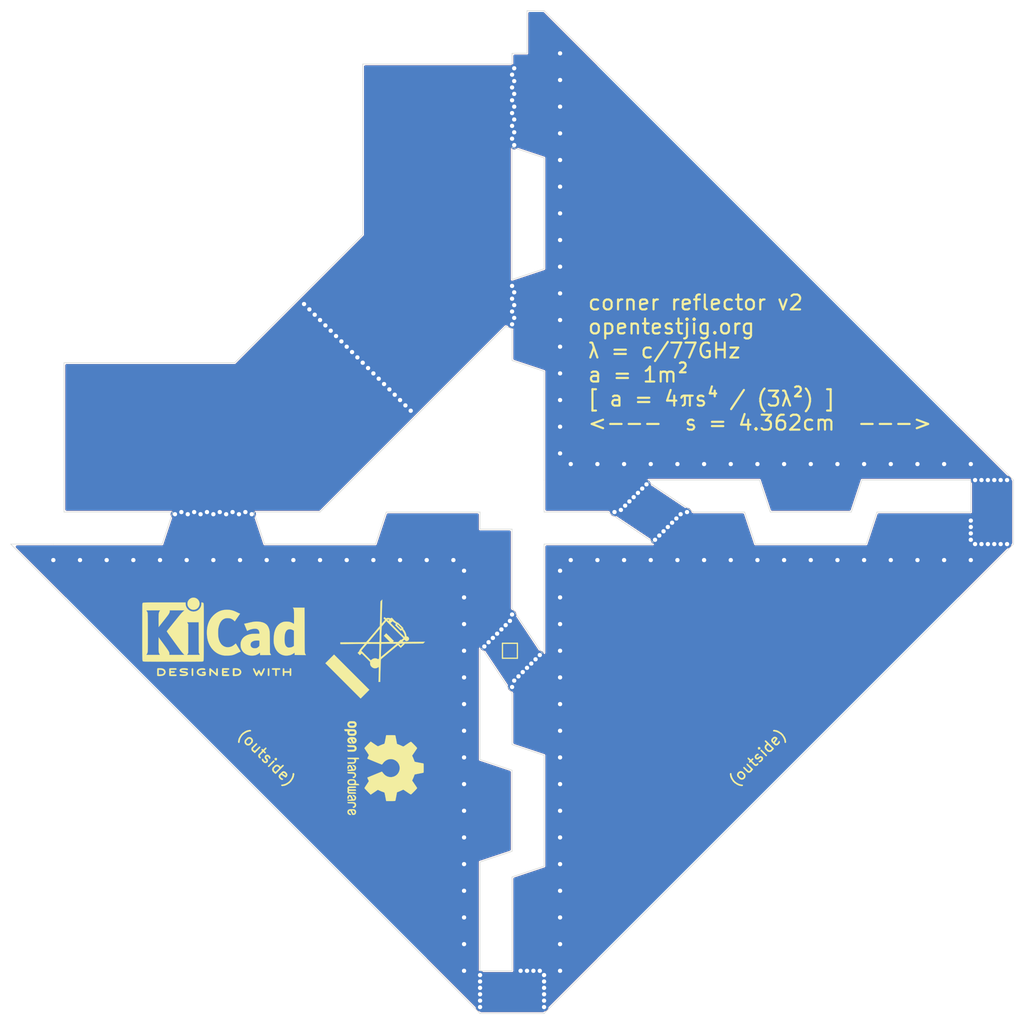
<source format=kicad_pcb>
(kicad_pcb (version 20171130) (host pcbnew 5.1.5)

  (general
    (thickness 1.6)
    (drawings 76)
    (tracks 214)
    (zones 0)
    (modules 4)
    (nets 2)
  )

  (page A4)
  (layers
    (0 F.Cu power)
    (31 B.Cu power)
    (32 B.Adhes user)
    (33 F.Adhes user)
    (34 B.Paste user)
    (35 F.Paste user)
    (36 B.SilkS user)
    (37 F.SilkS user)
    (38 B.Mask user)
    (39 F.Mask user)
    (40 Dwgs.User user hide)
    (41 Cmts.User user)
    (42 Eco1.User user hide)
    (43 Eco2.User user hide)
    (44 Edge.Cuts user)
    (45 Margin user)
    (46 B.CrtYd user)
    (47 F.CrtYd user)
    (48 B.Fab user hide)
    (49 F.Fab user hide)
  )

  (setup
    (last_trace_width 0.25)
    (trace_clearance 0.2)
    (zone_clearance 0.1)
    (zone_45_only no)
    (trace_min 0.2)
    (via_size 0.8)
    (via_drill 0.4)
    (via_min_size 0.4)
    (via_min_drill 0.3)
    (uvia_size 0.3)
    (uvia_drill 0.1)
    (uvias_allowed no)
    (uvia_min_size 0.2)
    (uvia_min_drill 0.1)
    (edge_width 0.05)
    (segment_width 0.2)
    (pcb_text_width 0.3)
    (pcb_text_size 1.5 1.5)
    (mod_edge_width 0.12)
    (mod_text_size 1 1)
    (mod_text_width 0.15)
    (pad_size 1.524 1.524)
    (pad_drill 0.762)
    (pad_to_mask_clearance 0.051)
    (solder_mask_min_width 0.25)
    (aux_axis_origin 0 0)
    (visible_elements FFFFFF7F)
    (pcbplotparams
      (layerselection 0x010f0_ffffffff)
      (usegerberextensions false)
      (usegerberattributes false)
      (usegerberadvancedattributes false)
      (creategerberjobfile false)
      (excludeedgelayer true)
      (linewidth 0.100000)
      (plotframeref false)
      (viasonmask false)
      (mode 1)
      (useauxorigin false)
      (hpglpennumber 1)
      (hpglpenspeed 20)
      (hpglpendiameter 15.000000)
      (psnegative false)
      (psa4output false)
      (plotreference true)
      (plotvalue true)
      (plotinvisibletext false)
      (padsonsilk false)
      (subtractmaskfromsilk false)
      (outputformat 1)
      (mirror false)
      (drillshape 0)
      (scaleselection 1)
      (outputdirectory ""))
  )

  (net 0 "")
  (net 1 GND)

  (net_class Default "This is the default net class."
    (clearance 0.2)
    (trace_width 0.25)
    (via_dia 0.8)
    (via_drill 0.4)
    (uvia_dia 0.3)
    (uvia_drill 0.1)
    (add_net GND)
  )

  (module TestPoint:TestPoint_Pad_1.0x1.0mm (layer F.Cu) (tedit 5A0F774F) (tstamp 5F2FAB10)
    (at 66.8 76)
    (descr "SMD rectangular pad as test Point, square 1.0mm side length")
    (tags "test point SMD pad rectangle square")
    (path /5F2F574F)
    (attr virtual)
    (fp_text reference J1 (at 1.8 0) (layer F.SilkS) hide
      (effects (font (size 1 1) (thickness 0.15)))
    )
    (fp_text value Conn_01x01_Male (at 0 1.55) (layer F.Fab)
      (effects (font (size 1 1) (thickness 0.15)))
    )
    (fp_line (start 1 1) (end -1 1) (layer F.CrtYd) (width 0.05))
    (fp_line (start 1 1) (end 1 -1) (layer F.CrtYd) (width 0.05))
    (fp_line (start -1 -1) (end -1 1) (layer F.CrtYd) (width 0.05))
    (fp_line (start -1 -1) (end 1 -1) (layer F.CrtYd) (width 0.05))
    (fp_line (start -0.7 0.7) (end -0.7 -0.7) (layer F.SilkS) (width 0.12))
    (fp_line (start 0.7 0.7) (end -0.7 0.7) (layer F.SilkS) (width 0.12))
    (fp_line (start 0.7 -0.7) (end 0.7 0.7) (layer F.SilkS) (width 0.12))
    (fp_line (start -0.7 -0.7) (end 0.7 -0.7) (layer F.SilkS) (width 0.12))
    (fp_text user %R (at 0 -1.45) (layer F.Fab)
      (effects (font (size 1 1) (thickness 0.15)))
    )
    (pad 1 smd rect (at 0 0) (size 1 1) (layers F.Cu F.Mask)
      (net 1 GND))
  )

  (module Symbol:OSHW-Logo2_9.8x8mm_SilkScreen (layer F.Cu) (tedit 0) (tstamp 5F30A443)
    (at 55 87 270)
    (descr "Open Source Hardware Symbol")
    (tags "Logo Symbol OSHW")
    (attr virtual)
    (fp_text reference REF** (at 0 0 90) (layer F.SilkS) hide
      (effects (font (size 1 1) (thickness 0.15)))
    )
    (fp_text value OSHW-Logo2_9.8x8mm_SilkScreen (at 0.75 0 90) (layer F.Fab) hide
      (effects (font (size 1 1) (thickness 0.15)))
    )
    (fp_poly (pts (xy 0.139878 -3.712224) (xy 0.245612 -3.711645) (xy 0.322132 -3.710078) (xy 0.374372 -3.707028)
      (xy 0.407263 -3.702004) (xy 0.425737 -3.694511) (xy 0.434727 -3.684056) (xy 0.439163 -3.670147)
      (xy 0.439594 -3.668346) (xy 0.446333 -3.635855) (xy 0.458808 -3.571748) (xy 0.475719 -3.482849)
      (xy 0.495771 -3.375981) (xy 0.517664 -3.257967) (xy 0.518429 -3.253822) (xy 0.540359 -3.138169)
      (xy 0.560877 -3.035986) (xy 0.578659 -2.953402) (xy 0.592381 -2.896544) (xy 0.600718 -2.871542)
      (xy 0.601116 -2.871099) (xy 0.625677 -2.85889) (xy 0.676315 -2.838544) (xy 0.742095 -2.814455)
      (xy 0.742461 -2.814326) (xy 0.825317 -2.783182) (xy 0.923 -2.743509) (xy 1.015077 -2.703619)
      (xy 1.019434 -2.701647) (xy 1.169407 -2.63358) (xy 1.501498 -2.860361) (xy 1.603374 -2.929496)
      (xy 1.695657 -2.991303) (xy 1.773003 -3.042267) (xy 1.830064 -3.078873) (xy 1.861495 -3.097606)
      (xy 1.864479 -3.098996) (xy 1.887321 -3.09281) (xy 1.929982 -3.062965) (xy 1.994128 -3.008053)
      (xy 2.081421 -2.926666) (xy 2.170535 -2.840078) (xy 2.256441 -2.754753) (xy 2.333327 -2.676892)
      (xy 2.396564 -2.611303) (xy 2.441523 -2.562795) (xy 2.463576 -2.536175) (xy 2.464396 -2.534805)
      (xy 2.466834 -2.516537) (xy 2.45765 -2.486705) (xy 2.434574 -2.441279) (xy 2.395337 -2.37623)
      (xy 2.33767 -2.28753) (xy 2.260795 -2.173343) (xy 2.19257 -2.072838) (xy 2.131582 -1.982697)
      (xy 2.081356 -1.908151) (xy 2.045416 -1.854435) (xy 2.027287 -1.826782) (xy 2.026146 -1.824905)
      (xy 2.028359 -1.79841) (xy 2.045138 -1.746914) (xy 2.073142 -1.680149) (xy 2.083122 -1.658828)
      (xy 2.126672 -1.563841) (xy 2.173134 -1.456063) (xy 2.210877 -1.362808) (xy 2.238073 -1.293594)
      (xy 2.259675 -1.240994) (xy 2.272158 -1.213503) (xy 2.273709 -1.211384) (xy 2.296668 -1.207876)
      (xy 2.350786 -1.198262) (xy 2.428868 -1.183911) (xy 2.523719 -1.166193) (xy 2.628143 -1.146475)
      (xy 2.734944 -1.126126) (xy 2.836926 -1.106514) (xy 2.926894 -1.089009) (xy 2.997653 -1.074978)
      (xy 3.042006 -1.065791) (xy 3.052885 -1.063193) (xy 3.064122 -1.056782) (xy 3.072605 -1.042303)
      (xy 3.078714 -1.014867) (xy 3.082832 -0.969589) (xy 3.085341 -0.90158) (xy 3.086621 -0.805953)
      (xy 3.087054 -0.67782) (xy 3.087077 -0.625299) (xy 3.087077 -0.198155) (xy 2.9845 -0.177909)
      (xy 2.927431 -0.16693) (xy 2.842269 -0.150905) (xy 2.739372 -0.131767) (xy 2.629096 -0.111449)
      (xy 2.598615 -0.105868) (xy 2.496855 -0.086083) (xy 2.408205 -0.066627) (xy 2.340108 -0.049303)
      (xy 2.300004 -0.035912) (xy 2.293323 -0.031921) (xy 2.276919 -0.003658) (xy 2.253399 0.051109)
      (xy 2.227316 0.121588) (xy 2.222142 0.136769) (xy 2.187956 0.230896) (xy 2.145523 0.337101)
      (xy 2.103997 0.432473) (xy 2.103792 0.432916) (xy 2.03464 0.582525) (xy 2.489512 1.251617)
      (xy 2.1975 1.544116) (xy 2.10918 1.63117) (xy 2.028625 1.707909) (xy 1.96036 1.770237)
      (xy 1.908908 1.814056) (xy 1.878794 1.83527) (xy 1.874474 1.836616) (xy 1.849111 1.826016)
      (xy 1.797358 1.796547) (xy 1.724868 1.751705) (xy 1.637294 1.694984) (xy 1.542612 1.631462)
      (xy 1.446516 1.566668) (xy 1.360837 1.510287) (xy 1.291016 1.465788) (xy 1.242494 1.436639)
      (xy 1.220782 1.426308) (xy 1.194293 1.43505) (xy 1.144062 1.458087) (xy 1.080451 1.490631)
      (xy 1.073708 1.494249) (xy 0.988046 1.53721) (xy 0.929306 1.558279) (xy 0.892772 1.558503)
      (xy 0.873731 1.538928) (xy 0.87362 1.538654) (xy 0.864102 1.515472) (xy 0.841403 1.460441)
      (xy 0.807282 1.377822) (xy 0.7635 1.271872) (xy 0.711816 1.146852) (xy 0.653992 1.00702)
      (xy 0.597991 0.871637) (xy 0.536447 0.722234) (xy 0.479939 0.583832) (xy 0.430161 0.460673)
      (xy 0.388806 0.357002) (xy 0.357568 0.277059) (xy 0.338141 0.225088) (xy 0.332154 0.205692)
      (xy 0.347168 0.183443) (xy 0.386439 0.147982) (xy 0.438807 0.108887) (xy 0.587941 -0.014755)
      (xy 0.704511 -0.156478) (xy 0.787118 -0.313296) (xy 0.834366 -0.482225) (xy 0.844857 -0.660278)
      (xy 0.837231 -0.742461) (xy 0.795682 -0.912969) (xy 0.724123 -1.063541) (xy 0.626995 -1.192691)
      (xy 0.508734 -1.298936) (xy 0.37378 -1.38079) (xy 0.226571 -1.436768) (xy 0.071544 -1.465385)
      (xy -0.086861 -1.465156) (xy -0.244206 -1.434595) (xy -0.396054 -1.372218) (xy -0.537965 -1.27654)
      (xy -0.597197 -1.222428) (xy -0.710797 -1.08348) (xy -0.789894 -0.931639) (xy -0.835014 -0.771333)
      (xy -0.846684 -0.606988) (xy -0.825431 -0.443029) (xy -0.77178 -0.283882) (xy -0.68626 -0.133975)
      (xy -0.569395 0.002267) (xy -0.438807 0.108887) (xy -0.384412 0.149642) (xy -0.345986 0.184718)
      (xy -0.332154 0.205726) (xy -0.339397 0.228635) (xy -0.359995 0.283365) (xy -0.392254 0.365672)
      (xy -0.434479 0.471315) (xy -0.484977 0.59605) (xy -0.542052 0.735636) (xy -0.598146 0.87167)
      (xy -0.660033 1.021201) (xy -0.717356 1.159767) (xy -0.768356 1.283107) (xy -0.811273 1.386964)
      (xy -0.844347 1.46708) (xy -0.865819 1.519195) (xy -0.873775 1.538654) (xy -0.892571 1.558423)
      (xy -0.928926 1.558365) (xy -0.987521 1.537441) (xy -1.073032 1.494613) (xy -1.073708 1.494249)
      (xy -1.138093 1.461012) (xy -1.190139 1.436802) (xy -1.219488 1.426404) (xy -1.220783 1.426308)
      (xy -1.242876 1.436855) (xy -1.291652 1.466184) (xy -1.361669 1.510827) (xy -1.447486 1.567314)
      (xy -1.542612 1.631462) (xy -1.63946 1.696411) (xy -1.726747 1.752896) (xy -1.798819 1.797421)
      (xy -1.850023 1.82649) (xy -1.874474 1.836616) (xy -1.89699 1.823307) (xy -1.942258 1.786112)
      (xy -2.005756 1.729128) (xy -2.082961 1.656449) (xy -2.169349 1.572171) (xy -2.197601 1.544016)
      (xy -2.489713 1.251416) (xy -2.267369 0.925104) (xy -2.199798 0.824897) (xy -2.140493 0.734963)
      (xy -2.092783 0.66051) (xy -2.059993 0.606751) (xy -2.045452 0.578894) (xy -2.045026 0.576912)
      (xy -2.052692 0.550655) (xy -2.073311 0.497837) (xy -2.103315 0.42731) (xy -2.124375 0.380093)
      (xy -2.163752 0.289694) (xy -2.200835 0.198366) (xy -2.229585 0.1212) (xy -2.237395 0.097692)
      (xy -2.259583 0.034916) (xy -2.281273 -0.013589) (xy -2.293187 -0.031921) (xy -2.319477 -0.043141)
      (xy -2.376858 -0.059046) (xy -2.457882 -0.077833) (xy -2.555105 -0.097701) (xy -2.598615 -0.105868)
      (xy -2.709104 -0.126171) (xy -2.815084 -0.14583) (xy -2.906199 -0.162912) (xy -2.972092 -0.175482)
      (xy -2.9845 -0.177909) (xy -3.087077 -0.198155) (xy -3.087077 -0.625299) (xy -3.086847 -0.765754)
      (xy -3.085901 -0.872021) (xy -3.083859 -0.948987) (xy -3.080338 -1.00154) (xy -3.074957 -1.034567)
      (xy -3.067334 -1.052955) (xy -3.057088 -1.061592) (xy -3.052885 -1.063193) (xy -3.02753 -1.068873)
      (xy -2.971516 -1.080205) (xy -2.892036 -1.095821) (xy -2.796288 -1.114353) (xy -2.691467 -1.134431)
      (xy -2.584768 -1.154688) (xy -2.483387 -1.173754) (xy -2.394521 -1.190261) (xy -2.325363 -1.202841)
      (xy -2.283111 -1.210125) (xy -2.27371 -1.211384) (xy -2.265193 -1.228237) (xy -2.24634 -1.27313)
      (xy -2.220676 -1.33757) (xy -2.210877 -1.362808) (xy -2.171352 -1.460314) (xy -2.124808 -1.568041)
      (xy -2.083123 -1.658828) (xy -2.05245 -1.728247) (xy -2.032044 -1.78529) (xy -2.025232 -1.820223)
      (xy -2.026318 -1.824905) (xy -2.040715 -1.847009) (xy -2.073588 -1.896169) (xy -2.12141 -1.967152)
      (xy -2.180652 -2.054722) (xy -2.247785 -2.153643) (xy -2.261059 -2.17317) (xy -2.338954 -2.28886)
      (xy -2.396213 -2.376956) (xy -2.435119 -2.441514) (xy -2.457956 -2.486589) (xy -2.467006 -2.516237)
      (xy -2.464552 -2.534515) (xy -2.464489 -2.534631) (xy -2.445173 -2.558639) (xy -2.402449 -2.605053)
      (xy -2.340949 -2.669063) (xy -2.265302 -2.745855) (xy -2.180139 -2.830618) (xy -2.170535 -2.840078)
      (xy -2.06321 -2.944011) (xy -1.980385 -3.020325) (xy -1.920395 -3.070429) (xy -1.881577 -3.09573)
      (xy -1.86448 -3.098996) (xy -1.839527 -3.08475) (xy -1.787745 -3.051844) (xy -1.71448 -3.003792)
      (xy -1.62508 -2.94411) (xy -1.524889 -2.876312) (xy -1.501499 -2.860361) (xy -1.169407 -2.63358)
      (xy -1.019435 -2.701647) (xy -0.92823 -2.741315) (xy -0.830331 -2.781209) (xy -0.746169 -2.813017)
      (xy -0.742462 -2.814326) (xy -0.676631 -2.838424) (xy -0.625884 -2.8588) (xy -0.601158 -2.871064)
      (xy -0.601116 -2.871099) (xy -0.593271 -2.893266) (xy -0.579934 -2.947783) (xy -0.56243 -3.02852)
      (xy -0.542083 -3.12935) (xy -0.520218 -3.244144) (xy -0.518429 -3.253822) (xy -0.496496 -3.372096)
      (xy -0.47636 -3.479458) (xy -0.45932 -3.569083) (xy -0.446672 -3.634149) (xy -0.439716 -3.667832)
      (xy -0.439594 -3.668346) (xy -0.435361 -3.682675) (xy -0.427129 -3.693493) (xy -0.409967 -3.701294)
      (xy -0.378942 -3.706571) (xy -0.329122 -3.709818) (xy -0.255576 -3.711528) (xy -0.153371 -3.712193)
      (xy -0.017575 -3.712307) (xy 0 -3.712308) (xy 0.139878 -3.712224)) (layer F.SilkS) (width 0.01))
    (fp_poly (pts (xy 4.245224 2.647838) (xy 4.322528 2.698361) (xy 4.359814 2.74359) (xy 4.389353 2.825663)
      (xy 4.391699 2.890607) (xy 4.386385 2.977445) (xy 4.186115 3.065103) (xy 4.088739 3.109887)
      (xy 4.025113 3.145913) (xy 3.992029 3.177117) (xy 3.98628 3.207436) (xy 4.004658 3.240805)
      (xy 4.024923 3.262923) (xy 4.083889 3.298393) (xy 4.148024 3.300879) (xy 4.206926 3.273235)
      (xy 4.250197 3.21832) (xy 4.257936 3.198928) (xy 4.295006 3.138364) (xy 4.337654 3.112552)
      (xy 4.396154 3.090471) (xy 4.396154 3.174184) (xy 4.390982 3.23115) (xy 4.370723 3.279189)
      (xy 4.328262 3.334346) (xy 4.321951 3.341514) (xy 4.27472 3.390585) (xy 4.234121 3.41692)
      (xy 4.183328 3.429035) (xy 4.14122 3.433003) (xy 4.065902 3.433991) (xy 4.012286 3.421466)
      (xy 3.978838 3.402869) (xy 3.926268 3.361975) (xy 3.889879 3.317748) (xy 3.86685 3.262126)
      (xy 3.854359 3.187047) (xy 3.849587 3.084449) (xy 3.849206 3.032376) (xy 3.850501 2.969948)
      (xy 3.968471 2.969948) (xy 3.969839 3.003438) (xy 3.973249 3.008923) (xy 3.995753 3.001472)
      (xy 4.044182 2.981753) (xy 4.108908 2.953718) (xy 4.122443 2.947692) (xy 4.204244 2.906096)
      (xy 4.249312 2.869538) (xy 4.259217 2.835296) (xy 4.235526 2.800648) (xy 4.21596 2.785339)
      (xy 4.14536 2.754721) (xy 4.07928 2.75978) (xy 4.023959 2.797151) (xy 3.985636 2.863473)
      (xy 3.973349 2.916116) (xy 3.968471 2.969948) (xy 3.850501 2.969948) (xy 3.85173 2.91072)
      (xy 3.861032 2.82071) (xy 3.87946 2.755167) (xy 3.90936 2.706912) (xy 3.95308 2.668767)
      (xy 3.972141 2.65644) (xy 4.058726 2.624336) (xy 4.153522 2.622316) (xy 4.245224 2.647838)) (layer F.SilkS) (width 0.01))
    (fp_poly (pts (xy 3.570807 2.636782) (xy 3.594161 2.646988) (xy 3.649902 2.691134) (xy 3.697569 2.754967)
      (xy 3.727048 2.823087) (xy 3.731846 2.85667) (xy 3.71576 2.903556) (xy 3.680475 2.928365)
      (xy 3.642644 2.943387) (xy 3.625321 2.946155) (xy 3.616886 2.926066) (xy 3.60023 2.882351)
      (xy 3.592923 2.862598) (xy 3.551948 2.794271) (xy 3.492622 2.760191) (xy 3.416552 2.761239)
      (xy 3.410918 2.762581) (xy 3.370305 2.781836) (xy 3.340448 2.819375) (xy 3.320055 2.879809)
      (xy 3.307836 2.967751) (xy 3.3025 3.087813) (xy 3.302 3.151698) (xy 3.301752 3.252403)
      (xy 3.300126 3.321054) (xy 3.295801 3.364673) (xy 3.287454 3.390282) (xy 3.273765 3.404903)
      (xy 3.253411 3.415558) (xy 3.252234 3.416095) (xy 3.213038 3.432667) (xy 3.193619 3.438769)
      (xy 3.190635 3.420319) (xy 3.188081 3.369323) (xy 3.18614 3.292308) (xy 3.184997 3.195805)
      (xy 3.184769 3.125184) (xy 3.185932 2.988525) (xy 3.190479 2.884851) (xy 3.199999 2.808108)
      (xy 3.216081 2.752246) (xy 3.240313 2.711212) (xy 3.274286 2.678954) (xy 3.307833 2.65644)
      (xy 3.388499 2.626476) (xy 3.482381 2.619718) (xy 3.570807 2.636782)) (layer F.SilkS) (width 0.01))
    (fp_poly (pts (xy 2.887333 2.633528) (xy 2.94359 2.659117) (xy 2.987747 2.690124) (xy 3.020101 2.724795)
      (xy 3.042438 2.76952) (xy 3.056546 2.830692) (xy 3.064211 2.914701) (xy 3.06722 3.02794)
      (xy 3.067538 3.102509) (xy 3.067538 3.39342) (xy 3.017773 3.416095) (xy 2.978576 3.432667)
      (xy 2.959157 3.438769) (xy 2.955442 3.42061) (xy 2.952495 3.371648) (xy 2.950691 3.300153)
      (xy 2.950308 3.243385) (xy 2.948661 3.161371) (xy 2.944222 3.096309) (xy 2.93774 3.056467)
      (xy 2.93259 3.048) (xy 2.897977 3.056646) (xy 2.84364 3.078823) (xy 2.780722 3.108886)
      (xy 2.720368 3.141192) (xy 2.673721 3.170098) (xy 2.651926 3.189961) (xy 2.651839 3.190175)
      (xy 2.653714 3.226935) (xy 2.670525 3.262026) (xy 2.700039 3.290528) (xy 2.743116 3.300061)
      (xy 2.779932 3.29895) (xy 2.832074 3.298133) (xy 2.859444 3.310349) (xy 2.875882 3.342624)
      (xy 2.877955 3.34871) (xy 2.885081 3.394739) (xy 2.866024 3.422687) (xy 2.816353 3.436007)
      (xy 2.762697 3.43847) (xy 2.666142 3.42021) (xy 2.616159 3.394131) (xy 2.554429 3.332868)
      (xy 2.52169 3.25767) (xy 2.518753 3.178211) (xy 2.546424 3.104167) (xy 2.588047 3.057769)
      (xy 2.629604 3.031793) (xy 2.694922 2.998907) (xy 2.771038 2.965557) (xy 2.783726 2.960461)
      (xy 2.867333 2.923565) (xy 2.91553 2.891046) (xy 2.93103 2.858718) (xy 2.91655 2.822394)
      (xy 2.891692 2.794) (xy 2.832939 2.759039) (xy 2.768293 2.756417) (xy 2.709008 2.783358)
      (xy 2.666339 2.837088) (xy 2.660739 2.85095) (xy 2.628133 2.901936) (xy 2.58053 2.939787)
      (xy 2.520461 2.97085) (xy 2.520461 2.882768) (xy 2.523997 2.828951) (xy 2.539156 2.786534)
      (xy 2.572768 2.741279) (xy 2.605035 2.70642) (xy 2.655209 2.657062) (xy 2.694193 2.630547)
      (xy 2.736064 2.619911) (xy 2.78346 2.618154) (xy 2.887333 2.633528)) (layer F.SilkS) (width 0.01))
    (fp_poly (pts (xy 2.395929 2.636662) (xy 2.398911 2.688068) (xy 2.401247 2.766192) (xy 2.402749 2.864857)
      (xy 2.403231 2.968343) (xy 2.403231 3.318533) (xy 2.341401 3.380363) (xy 2.298793 3.418462)
      (xy 2.26139 3.433895) (xy 2.21027 3.432918) (xy 2.189978 3.430433) (xy 2.126554 3.4232)
      (xy 2.074095 3.419055) (xy 2.061308 3.418672) (xy 2.018199 3.421176) (xy 1.956544 3.427462)
      (xy 1.932638 3.430433) (xy 1.873922 3.435028) (xy 1.834464 3.425046) (xy 1.795338 3.394228)
      (xy 1.781215 3.380363) (xy 1.719385 3.318533) (xy 1.719385 2.663503) (xy 1.76915 2.640829)
      (xy 1.812002 2.624034) (xy 1.837073 2.618154) (xy 1.843501 2.636736) (xy 1.849509 2.688655)
      (xy 1.854697 2.768172) (xy 1.858664 2.869546) (xy 1.860577 2.955192) (xy 1.865923 3.292231)
      (xy 1.91256 3.298825) (xy 1.954976 3.294214) (xy 1.97576 3.279287) (xy 1.98157 3.251377)
      (xy 1.98653 3.191925) (xy 1.990246 3.108466) (xy 1.992324 3.008532) (xy 1.992624 2.957104)
      (xy 1.992923 2.661054) (xy 2.054454 2.639604) (xy 2.098004 2.62502) (xy 2.121694 2.618219)
      (xy 2.122377 2.618154) (xy 2.124754 2.636642) (xy 2.127366 2.687906) (xy 2.129995 2.765649)
      (xy 2.132421 2.863574) (xy 2.134115 2.955192) (xy 2.139461 3.292231) (xy 2.256692 3.292231)
      (xy 2.262072 2.984746) (xy 2.267451 2.677261) (xy 2.324601 2.647707) (xy 2.366797 2.627413)
      (xy 2.39177 2.618204) (xy 2.392491 2.618154) (xy 2.395929 2.636662)) (layer F.SilkS) (width 0.01))
    (fp_poly (pts (xy 1.602081 2.780289) (xy 1.601833 2.92632) (xy 1.600872 3.038655) (xy 1.598794 3.122678)
      (xy 1.595193 3.183769) (xy 1.589665 3.227309) (xy 1.581804 3.258679) (xy 1.571207 3.283262)
      (xy 1.563182 3.297294) (xy 1.496728 3.373388) (xy 1.41247 3.421084) (xy 1.319249 3.438199)
      (xy 1.2259 3.422546) (xy 1.170312 3.394418) (xy 1.111957 3.34576) (xy 1.072186 3.286333)
      (xy 1.04819 3.208507) (xy 1.037161 3.104652) (xy 1.035599 3.028462) (xy 1.035809 3.022986)
      (xy 1.172308 3.022986) (xy 1.173141 3.110355) (xy 1.176961 3.168192) (xy 1.185746 3.206029)
      (xy 1.201474 3.233398) (xy 1.220266 3.254042) (xy 1.283375 3.29389) (xy 1.351137 3.297295)
      (xy 1.415179 3.264025) (xy 1.420164 3.259517) (xy 1.441439 3.236067) (xy 1.454779 3.208166)
      (xy 1.462001 3.166641) (xy 1.464923 3.102316) (xy 1.465385 3.0312) (xy 1.464383 2.941858)
      (xy 1.460238 2.882258) (xy 1.451236 2.843089) (xy 1.435667 2.81504) (xy 1.422902 2.800144)
      (xy 1.3636 2.762575) (xy 1.295301 2.758057) (xy 1.23011 2.786753) (xy 1.217528 2.797406)
      (xy 1.196111 2.821063) (xy 1.182744 2.849251) (xy 1.175566 2.891245) (xy 1.172719 2.956319)
      (xy 1.172308 3.022986) (xy 1.035809 3.022986) (xy 1.040322 2.905765) (xy 1.056362 2.813577)
      (xy 1.086528 2.744269) (xy 1.133629 2.690211) (xy 1.170312 2.662505) (xy 1.23699 2.632572)
      (xy 1.314272 2.618678) (xy 1.38611 2.622397) (xy 1.426308 2.6374) (xy 1.442082 2.64167)
      (xy 1.45255 2.62575) (xy 1.459856 2.583089) (xy 1.465385 2.518106) (xy 1.471437 2.445732)
      (xy 1.479844 2.402187) (xy 1.495141 2.377287) (xy 1.521864 2.360845) (xy 1.538654 2.353564)
      (xy 1.602154 2.326963) (xy 1.602081 2.780289)) (layer F.SilkS) (width 0.01))
    (fp_poly (pts (xy 0.713362 2.62467) (xy 0.802117 2.657421) (xy 0.874022 2.71535) (xy 0.902144 2.756128)
      (xy 0.932802 2.830954) (xy 0.932165 2.885058) (xy 0.899987 2.921446) (xy 0.888081 2.927633)
      (xy 0.836675 2.946925) (xy 0.810422 2.941982) (xy 0.80153 2.909587) (xy 0.801077 2.891692)
      (xy 0.784797 2.825859) (xy 0.742365 2.779807) (xy 0.683388 2.757564) (xy 0.617475 2.763161)
      (xy 0.563895 2.792229) (xy 0.545798 2.80881) (xy 0.532971 2.828925) (xy 0.524306 2.859332)
      (xy 0.518696 2.906788) (xy 0.515035 2.97805) (xy 0.512215 3.079875) (xy 0.511484 3.112115)
      (xy 0.50882 3.22241) (xy 0.505792 3.300036) (xy 0.50125 3.351396) (xy 0.494046 3.38289)
      (xy 0.483033 3.40092) (xy 0.46706 3.411888) (xy 0.456834 3.416733) (xy 0.413406 3.433301)
      (xy 0.387842 3.438769) (xy 0.379395 3.420507) (xy 0.374239 3.365296) (xy 0.372346 3.272499)
      (xy 0.373689 3.141478) (xy 0.374107 3.121269) (xy 0.377058 3.001733) (xy 0.380548 2.914449)
      (xy 0.385514 2.852591) (xy 0.392893 2.809336) (xy 0.403624 2.77786) (xy 0.418645 2.751339)
      (xy 0.426502 2.739975) (xy 0.471553 2.689692) (xy 0.52194 2.650581) (xy 0.528108 2.647167)
      (xy 0.618458 2.620212) (xy 0.713362 2.62467)) (layer F.SilkS) (width 0.01))
    (fp_poly (pts (xy 0.053501 2.626303) (xy 0.13006 2.654733) (xy 0.130936 2.655279) (xy 0.178285 2.690127)
      (xy 0.213241 2.730852) (xy 0.237825 2.783925) (xy 0.254062 2.855814) (xy 0.263975 2.952992)
      (xy 0.269586 3.081928) (xy 0.270077 3.100298) (xy 0.277141 3.377287) (xy 0.217695 3.408028)
      (xy 0.174681 3.428802) (xy 0.14871 3.438646) (xy 0.147509 3.438769) (xy 0.143014 3.420606)
      (xy 0.139444 3.371612) (xy 0.137248 3.300031) (xy 0.136769 3.242068) (xy 0.136758 3.14817)
      (xy 0.132466 3.089203) (xy 0.117503 3.061079) (xy 0.085482 3.059706) (xy 0.030014 3.080998)
      (xy -0.053731 3.120136) (xy -0.115311 3.152643) (xy -0.146983 3.180845) (xy -0.156294 3.211582)
      (xy -0.156308 3.213104) (xy -0.140943 3.266054) (xy -0.095453 3.29466) (xy -0.025834 3.298803)
      (xy 0.024313 3.298084) (xy 0.050754 3.312527) (xy 0.067243 3.347218) (xy 0.076733 3.391416)
      (xy 0.063057 3.416493) (xy 0.057907 3.420082) (xy 0.009425 3.434496) (xy -0.058469 3.436537)
      (xy -0.128388 3.426983) (xy -0.177932 3.409522) (xy -0.24643 3.351364) (xy -0.285366 3.270408)
      (xy -0.293077 3.20716) (xy -0.287193 3.150111) (xy -0.265899 3.103542) (xy -0.223735 3.062181)
      (xy -0.155241 3.020755) (xy -0.054956 2.973993) (xy -0.048846 2.97135) (xy 0.04149 2.929617)
      (xy 0.097235 2.895391) (xy 0.121129 2.864635) (xy 0.115913 2.833311) (xy 0.084328 2.797383)
      (xy 0.074883 2.789116) (xy 0.011617 2.757058) (xy -0.053936 2.758407) (xy -0.111028 2.789838)
      (xy -0.148907 2.848024) (xy -0.152426 2.859446) (xy -0.1867 2.914837) (xy -0.230191 2.941518)
      (xy -0.293077 2.96796) (xy -0.293077 2.899548) (xy -0.273948 2.80011) (xy -0.217169 2.708902)
      (xy -0.187622 2.678389) (xy -0.120458 2.639228) (xy -0.035044 2.6215) (xy 0.053501 2.626303)) (layer F.SilkS) (width 0.01))
    (fp_poly (pts (xy -0.840154 2.49212) (xy -0.834428 2.57198) (xy -0.827851 2.619039) (xy -0.818738 2.639566)
      (xy -0.805402 2.639829) (xy -0.801077 2.637378) (xy -0.743556 2.619636) (xy -0.668732 2.620672)
      (xy -0.592661 2.63891) (xy -0.545082 2.662505) (xy -0.496298 2.700198) (xy -0.460636 2.742855)
      (xy -0.436155 2.797057) (xy -0.420913 2.869384) (xy -0.41297 2.966419) (xy -0.410384 3.094742)
      (xy -0.410338 3.119358) (xy -0.410308 3.39587) (xy -0.471839 3.41732) (xy -0.515541 3.431912)
      (xy -0.539518 3.438706) (xy -0.540223 3.438769) (xy -0.542585 3.420345) (xy -0.544594 3.369526)
      (xy -0.546099 3.292993) (xy -0.546947 3.19743) (xy -0.547077 3.139329) (xy -0.547349 3.024771)
      (xy -0.548748 2.942667) (xy -0.552151 2.886393) (xy -0.558433 2.849326) (xy -0.568471 2.824844)
      (xy -0.583139 2.806325) (xy -0.592298 2.797406) (xy -0.655211 2.761466) (xy -0.723864 2.758775)
      (xy -0.786152 2.78917) (xy -0.797671 2.800144) (xy -0.814567 2.820779) (xy -0.826286 2.845256)
      (xy -0.833767 2.880647) (xy -0.837946 2.934026) (xy -0.839763 3.012466) (xy -0.840154 3.120617)
      (xy -0.840154 3.39587) (xy -0.901685 3.41732) (xy -0.945387 3.431912) (xy -0.969364 3.438706)
      (xy -0.97007 3.438769) (xy -0.971874 3.420069) (xy -0.9735 3.367322) (xy -0.974883 3.285557)
      (xy -0.975958 3.179805) (xy -0.97666 3.055094) (xy -0.976923 2.916455) (xy -0.976923 2.381806)
      (xy -0.849923 2.328236) (xy -0.840154 2.49212)) (layer F.SilkS) (width 0.01))
    (fp_poly (pts (xy -2.465746 2.599745) (xy -2.388714 2.651567) (xy -2.329184 2.726412) (xy -2.293622 2.821654)
      (xy -2.286429 2.891756) (xy -2.287246 2.921009) (xy -2.294086 2.943407) (xy -2.312888 2.963474)
      (xy -2.349592 2.985733) (xy -2.410138 3.014709) (xy -2.500466 3.054927) (xy -2.500923 3.055129)
      (xy -2.584067 3.09321) (xy -2.652247 3.127025) (xy -2.698495 3.152933) (xy -2.715842 3.167295)
      (xy -2.715846 3.167411) (xy -2.700557 3.198685) (xy -2.664804 3.233157) (xy -2.623758 3.25799)
      (xy -2.602963 3.262923) (xy -2.54623 3.245862) (xy -2.497373 3.203133) (xy -2.473535 3.156155)
      (xy -2.450603 3.121522) (xy -2.405682 3.082081) (xy -2.352877 3.048009) (xy -2.30629 3.02948)
      (xy -2.296548 3.028462) (xy -2.285582 3.045215) (xy -2.284921 3.088039) (xy -2.29298 3.145781)
      (xy -2.308173 3.207289) (xy -2.328914 3.261409) (xy -2.329962 3.26351) (xy -2.392379 3.35066)
      (xy -2.473274 3.409939) (xy -2.565144 3.439034) (xy -2.660487 3.435634) (xy -2.751802 3.397428)
      (xy -2.755862 3.394741) (xy -2.827694 3.329642) (xy -2.874927 3.244705) (xy -2.901066 3.133021)
      (xy -2.904574 3.101643) (xy -2.910787 2.953536) (xy -2.903339 2.884468) (xy -2.715846 2.884468)
      (xy -2.71341 2.927552) (xy -2.700086 2.940126) (xy -2.666868 2.930719) (xy -2.614506 2.908483)
      (xy -2.555976 2.88061) (xy -2.554521 2.879872) (xy -2.504911 2.853777) (xy -2.485 2.836363)
      (xy -2.48991 2.818107) (xy -2.510584 2.79412) (xy -2.563181 2.759406) (xy -2.619823 2.756856)
      (xy -2.670631 2.782119) (xy -2.705724 2.830847) (xy -2.715846 2.884468) (xy -2.903339 2.884468)
      (xy -2.898008 2.835036) (xy -2.865222 2.741055) (xy -2.819579 2.675215) (xy -2.737198 2.608681)
      (xy -2.646454 2.575676) (xy -2.553815 2.573573) (xy -2.465746 2.599745)) (layer F.SilkS) (width 0.01))
    (fp_poly (pts (xy -3.983114 2.587256) (xy -3.891536 2.635409) (xy -3.823951 2.712905) (xy -3.799943 2.762727)
      (xy -3.781262 2.837533) (xy -3.771699 2.932052) (xy -3.770792 3.03521) (xy -3.778079 3.135935)
      (xy -3.793097 3.223153) (xy -3.815385 3.285791) (xy -3.822235 3.296579) (xy -3.903368 3.377105)
      (xy -3.999734 3.425336) (xy -4.104299 3.43945) (xy -4.210032 3.417629) (xy -4.239457 3.404547)
      (xy -4.296759 3.364231) (xy -4.34705 3.310775) (xy -4.351803 3.303995) (xy -4.371122 3.271321)
      (xy -4.383892 3.236394) (xy -4.391436 3.190414) (xy -4.395076 3.124584) (xy -4.396135 3.030105)
      (xy -4.396154 3.008923) (xy -4.396106 3.002182) (xy -4.200769 3.002182) (xy -4.199632 3.091349)
      (xy -4.195159 3.15052) (xy -4.185754 3.188741) (xy -4.169824 3.215053) (xy -4.161692 3.223846)
      (xy -4.114942 3.257261) (xy -4.069553 3.255737) (xy -4.02366 3.226752) (xy -3.996288 3.195809)
      (xy -3.980077 3.150643) (xy -3.970974 3.07942) (xy -3.970349 3.071114) (xy -3.968796 2.942037)
      (xy -3.985035 2.846172) (xy -4.018848 2.784107) (xy -4.070016 2.756432) (xy -4.08828 2.754923)
      (xy -4.13624 2.762513) (xy -4.169047 2.788808) (xy -4.189105 2.839095) (xy -4.198822 2.918664)
      (xy -4.200769 3.002182) (xy -4.396106 3.002182) (xy -4.395426 2.908249) (xy -4.392371 2.837906)
      (xy -4.385678 2.789163) (xy -4.37404 2.753288) (xy -4.356147 2.721548) (xy -4.352192 2.715648)
      (xy -4.285733 2.636104) (xy -4.213315 2.589929) (xy -4.125151 2.571599) (xy -4.095213 2.570703)
      (xy -3.983114 2.587256)) (layer F.SilkS) (width 0.01))
    (fp_poly (pts (xy -1.728336 2.595089) (xy -1.665633 2.631358) (xy -1.622039 2.667358) (xy -1.590155 2.705075)
      (xy -1.56819 2.751199) (xy -1.554351 2.812421) (xy -1.546847 2.895431) (xy -1.543883 3.006919)
      (xy -1.543539 3.087062) (xy -1.543539 3.382065) (xy -1.709615 3.456515) (xy -1.719385 3.133402)
      (xy -1.723421 3.012729) (xy -1.727656 2.925141) (xy -1.732903 2.86465) (xy -1.739975 2.825268)
      (xy -1.749689 2.801007) (xy -1.762856 2.78588) (xy -1.767081 2.782606) (xy -1.831091 2.757034)
      (xy -1.895792 2.767153) (xy -1.934308 2.794) (xy -1.949975 2.813024) (xy -1.96082 2.837988)
      (xy -1.967712 2.875834) (xy -1.971521 2.933502) (xy -1.973117 3.017935) (xy -1.973385 3.105928)
      (xy -1.973437 3.216323) (xy -1.975328 3.294463) (xy -1.981655 3.347165) (xy -1.995017 3.381242)
      (xy -2.018015 3.403511) (xy -2.053246 3.420787) (xy -2.100303 3.438738) (xy -2.151697 3.458278)
      (xy -2.145579 3.111485) (xy -2.143116 2.986468) (xy -2.140233 2.894082) (xy -2.136102 2.827881)
      (xy -2.129893 2.78142) (xy -2.120774 2.748256) (xy -2.107917 2.721944) (xy -2.092416 2.698729)
      (xy -2.017629 2.624569) (xy -1.926372 2.581684) (xy -1.827117 2.571412) (xy -1.728336 2.595089)) (layer F.SilkS) (width 0.01))
    (fp_poly (pts (xy -3.231114 2.584505) (xy -3.156461 2.621727) (xy -3.090569 2.690261) (xy -3.072423 2.715648)
      (xy -3.052655 2.748866) (xy -3.039828 2.784945) (xy -3.03249 2.833098) (xy -3.029187 2.902536)
      (xy -3.028462 2.994206) (xy -3.031737 3.11983) (xy -3.043123 3.214154) (xy -3.064959 3.284523)
      (xy -3.099581 3.338286) (xy -3.14933 3.382788) (xy -3.152986 3.385423) (xy -3.202015 3.412377)
      (xy -3.261055 3.425712) (xy -3.336141 3.429) (xy -3.458205 3.429) (xy -3.458256 3.547497)
      (xy -3.459392 3.613492) (xy -3.466314 3.652202) (xy -3.484402 3.675419) (xy -3.519038 3.694933)
      (xy -3.527355 3.69892) (xy -3.56628 3.717603) (xy -3.596417 3.729403) (xy -3.618826 3.730422)
      (xy -3.634567 3.716761) (xy -3.644698 3.684522) (xy -3.650277 3.629804) (xy -3.652365 3.548711)
      (xy -3.652019 3.437344) (xy -3.6503 3.291802) (xy -3.649763 3.248269) (xy -3.647828 3.098205)
      (xy -3.646096 3.000042) (xy -3.458308 3.000042) (xy -3.457252 3.083364) (xy -3.452562 3.13788)
      (xy -3.441949 3.173837) (xy -3.423128 3.201482) (xy -3.41035 3.214965) (xy -3.35811 3.254417)
      (xy -3.311858 3.257628) (xy -3.264133 3.225049) (xy -3.262923 3.223846) (xy -3.243506 3.198668)
      (xy -3.231693 3.164447) (xy -3.225735 3.111748) (xy -3.22388 3.031131) (xy -3.223846 3.013271)
      (xy -3.22833 2.902175) (xy -3.242926 2.825161) (xy -3.26935 2.778147) (xy -3.309317 2.75705)
      (xy -3.332416 2.754923) (xy -3.387238 2.7649) (xy -3.424842 2.797752) (xy -3.447477 2.857857)
      (xy -3.457394 2.949598) (xy -3.458308 3.000042) (xy -3.646096 3.000042) (xy -3.645778 2.98206)
      (xy -3.643127 2.894679) (xy -3.639394 2.830905) (xy -3.634093 2.785582) (xy -3.626742 2.753555)
      (xy -3.616857 2.729668) (xy -3.603954 2.708764) (xy -3.598421 2.700898) (xy -3.525031 2.626595)
      (xy -3.43224 2.584467) (xy -3.324904 2.572722) (xy -3.231114 2.584505)) (layer F.SilkS) (width 0.01))
  )

  (module Symbol:KiCad-Logo2_6mm_SilkScreen (layer F.Cu) (tedit 0) (tstamp 5F30A2A5)
    (at 40 74)
    (descr "KiCad Logo")
    (tags "Logo KiCad")
    (attr virtual)
    (fp_text reference REF** (at 0 -5.08) (layer F.SilkS) hide
      (effects (font (size 1 1) (thickness 0.15)))
    )
    (fp_text value KiCad-Logo2_6mm_SilkScreen (at 0 6.35) (layer F.Fab) hide
      (effects (font (size 1 1) (thickness 0.15)))
    )
    (fp_poly (pts (xy -6.109663 3.635258) (xy -6.070181 3.635659) (xy -5.954492 3.638451) (xy -5.857603 3.646742)
      (xy -5.776211 3.661424) (xy -5.707015 3.683385) (xy -5.646712 3.713514) (xy -5.592 3.752702)
      (xy -5.572459 3.769724) (xy -5.540042 3.809555) (xy -5.510812 3.863605) (xy -5.488283 3.923515)
      (xy -5.475971 3.980931) (xy -5.474692 4.002148) (xy -5.482709 4.060961) (xy -5.504191 4.125205)
      (xy -5.535291 4.186013) (xy -5.572158 4.234522) (xy -5.578146 4.240374) (xy -5.628871 4.281513)
      (xy -5.684417 4.313627) (xy -5.747988 4.337557) (xy -5.822786 4.354145) (xy -5.912014 4.364233)
      (xy -6.018874 4.368661) (xy -6.06782 4.369037) (xy -6.130054 4.368737) (xy -6.17382 4.367484)
      (xy -6.203223 4.364746) (xy -6.222371 4.359993) (xy -6.235369 4.352693) (xy -6.242337 4.346459)
      (xy -6.248918 4.338886) (xy -6.25408 4.329116) (xy -6.257995 4.314532) (xy -6.260835 4.292518)
      (xy -6.262772 4.260456) (xy -6.263976 4.215728) (xy -6.26462 4.155718) (xy -6.264875 4.077809)
      (xy -6.264914 4.002148) (xy -6.265162 3.901233) (xy -6.265109 3.820619) (xy -6.264149 3.782014)
      (xy -6.118159 3.782014) (xy -6.118159 4.222281) (xy -6.025026 4.222196) (xy -5.968985 4.220588)
      (xy -5.910291 4.216448) (xy -5.86132 4.210656) (xy -5.85983 4.210418) (xy -5.780684 4.191282)
      (xy -5.719294 4.161479) (xy -5.672597 4.11907) (xy -5.642927 4.073153) (xy -5.624645 4.022218)
      (xy -5.626063 3.974392) (xy -5.64728 3.923125) (xy -5.688781 3.870091) (xy -5.74629 3.830792)
      (xy -5.821042 3.804523) (xy -5.871 3.795227) (xy -5.927708 3.788699) (xy -5.987811 3.783974)
      (xy -6.038931 3.782009) (xy -6.041959 3.782) (xy -6.118159 3.782014) (xy -6.264149 3.782014)
      (xy -6.263552 3.758043) (xy -6.25929 3.711247) (xy -6.251122 3.67797) (xy -6.237848 3.655951)
      (xy -6.218266 3.642931) (xy -6.191175 3.636649) (xy -6.155374 3.634845) (xy -6.109663 3.635258)) (layer F.SilkS) (width 0.01))
    (fp_poly (pts (xy -4.701086 3.635338) (xy -4.631678 3.63571) (xy -4.579289 3.636577) (xy -4.541139 3.638138)
      (xy -4.514451 3.640595) (xy -4.496445 3.644149) (xy -4.484341 3.649002) (xy -4.475361 3.655353)
      (xy -4.47211 3.658276) (xy -4.452335 3.689334) (xy -4.448774 3.72502) (xy -4.461783 3.756702)
      (xy -4.467798 3.763105) (xy -4.477527 3.769313) (xy -4.493193 3.774102) (xy -4.5177 3.777706)
      (xy -4.553953 3.780356) (xy -4.604857 3.782287) (xy -4.673318 3.783731) (xy -4.735909 3.78461)
      (xy -4.983626 3.787659) (xy -4.987011 3.85257) (xy -4.990397 3.917481) (xy -4.82225 3.917481)
      (xy -4.749251 3.918111) (xy -4.695809 3.920745) (xy -4.65892 3.926501) (xy -4.63558 3.936496)
      (xy -4.622786 3.951848) (xy -4.617534 3.973674) (xy -4.616737 3.99393) (xy -4.619215 4.018784)
      (xy -4.628569 4.037098) (xy -4.647675 4.049829) (xy -4.67941 4.057933) (xy -4.726651 4.062368)
      (xy -4.792275 4.064091) (xy -4.828093 4.064237) (xy -4.98927 4.064237) (xy -4.98927 4.222281)
      (xy -4.740914 4.222281) (xy -4.659505 4.222394) (xy -4.597634 4.222904) (xy -4.55226 4.224062)
      (xy -4.520346 4.226122) (xy -4.498851 4.229338) (xy -4.484735 4.233964) (xy -4.47496 4.240251)
      (xy -4.469981 4.244859) (xy -4.452902 4.271752) (xy -4.447403 4.295659) (xy -4.455255 4.324859)
      (xy -4.469981 4.346459) (xy -4.477838 4.353258) (xy -4.48798 4.358538) (xy -4.503136 4.36249)
      (xy -4.526033 4.365305) (xy -4.559401 4.367174) (xy -4.605967 4.36829) (xy -4.668459 4.368843)
      (xy -4.749606 4.369025) (xy -4.791714 4.369037) (xy -4.88189 4.368957) (xy -4.952216 4.36859)
      (xy -5.005421 4.367744) (xy -5.044232 4.366228) (xy -5.071379 4.363851) (xy -5.08959 4.360421)
      (xy -5.101592 4.355746) (xy -5.110114 4.349636) (xy -5.113448 4.346459) (xy -5.120047 4.338862)
      (xy -5.125219 4.329062) (xy -5.129138 4.314431) (xy -5.131976 4.292344) (xy -5.133907 4.260174)
      (xy -5.135104 4.215295) (xy -5.13574 4.155081) (xy -5.135989 4.076905) (xy -5.136026 4.004115)
      (xy -5.135992 3.910899) (xy -5.135757 3.837623) (xy -5.135122 3.78165) (xy -5.133886 3.740343)
      (xy -5.131848 3.711064) (xy -5.128809 3.691176) (xy -5.124569 3.678042) (xy -5.118927 3.669024)
      (xy -5.111683 3.661485) (xy -5.109898 3.659804) (xy -5.101237 3.652364) (xy -5.091174 3.646601)
      (xy -5.076917 3.642304) (xy -5.055675 3.639256) (xy -5.024656 3.637243) (xy -4.981069 3.636052)
      (xy -4.922123 3.635467) (xy -4.845026 3.635275) (xy -4.790293 3.635259) (xy -4.701086 3.635338)) (layer F.SilkS) (width 0.01))
    (fp_poly (pts (xy -3.679995 3.636543) (xy -3.60518 3.641773) (xy -3.535598 3.649942) (xy -3.475294 3.660742)
      (xy -3.428312 3.673865) (xy -3.398698 3.689005) (xy -3.394152 3.693461) (xy -3.378346 3.728042)
      (xy -3.383139 3.763543) (xy -3.407656 3.793917) (xy -3.408826 3.794788) (xy -3.423246 3.804146)
      (xy -3.4383 3.809068) (xy -3.459297 3.809665) (xy -3.491549 3.806053) (xy -3.540365 3.798346)
      (xy -3.544292 3.797697) (xy -3.617031 3.788761) (xy -3.695509 3.784353) (xy -3.774219 3.784311)
      (xy -3.847653 3.788471) (xy -3.910303 3.796671) (xy -3.956662 3.808749) (xy -3.959708 3.809963)
      (xy -3.99334 3.828807) (xy -4.005156 3.847877) (xy -3.995906 3.866631) (xy -3.966339 3.884529)
      (xy -3.917203 3.901029) (xy -3.849249 3.915588) (xy -3.803937 3.922598) (xy -3.709748 3.936081)
      (xy -3.634836 3.948406) (xy -3.576009 3.960641) (xy -3.530077 3.973853) (xy -3.493847 3.989109)
      (xy -3.46413 4.007477) (xy -3.437734 4.030023) (xy -3.416522 4.052163) (xy -3.391357 4.083011)
      (xy -3.378973 4.109537) (xy -3.3751 4.142218) (xy -3.374959 4.154187) (xy -3.377868 4.193904)
      (xy -3.389494 4.223451) (xy -3.409615 4.249678) (xy -3.450508 4.289768) (xy -3.496109 4.320341)
      (xy -3.549805 4.342395) (xy -3.614984 4.356927) (xy -3.695036 4.364933) (xy -3.793349 4.36741)
      (xy -3.809581 4.367369) (xy -3.875141 4.36601) (xy -3.940158 4.362922) (xy -3.997544 4.358548)
      (xy -4.040214 4.353332) (xy -4.043664 4.352733) (xy -4.086088 4.342683) (xy -4.122072 4.329988)
      (xy -4.142442 4.318382) (xy -4.161399 4.287764) (xy -4.162719 4.25211) (xy -4.146377 4.220336)
      (xy -4.142721 4.216743) (xy -4.127607 4.206068) (xy -4.108707 4.201468) (xy -4.079454 4.202251)
      (xy -4.043943 4.206319) (xy -4.004262 4.209954) (xy -3.948637 4.21302) (xy -3.883698 4.215245)
      (xy -3.816077 4.216356) (xy -3.798292 4.216429) (xy -3.73042 4.216156) (xy -3.680746 4.214838)
      (xy -3.644902 4.212019) (xy -3.618516 4.207242) (xy -3.597218 4.200049) (xy -3.584418 4.194059)
      (xy -3.556292 4.177425) (xy -3.53836 4.16236) (xy -3.535739 4.158089) (xy -3.541268 4.140455)
      (xy -3.567552 4.123384) (xy -3.61277 4.10765) (xy -3.6751 4.09403) (xy -3.693463 4.090996)
      (xy -3.789382 4.07593) (xy -3.865933 4.063338) (xy -3.926072 4.052303) (xy -3.972752 4.041912)
      (xy -4.008929 4.031248) (xy -4.037557 4.019397) (xy -4.06159 4.005443) (xy -4.083984 3.988473)
      (xy -4.107694 3.96757) (xy -4.115672 3.960241) (xy -4.143645 3.932891) (xy -4.158452 3.911221)
      (xy -4.164244 3.886424) (xy -4.165181 3.855175) (xy -4.154867 3.793897) (xy -4.124044 3.741832)
      (xy -4.072887 3.69915) (xy -4.001575 3.666017) (xy -3.950692 3.651156) (xy -3.895392 3.641558)
      (xy -3.829145 3.636128) (xy -3.755998 3.634559) (xy -3.679995 3.636543)) (layer F.SilkS) (width 0.01))
    (fp_poly (pts (xy -2.912114 3.657837) (xy -2.905534 3.66541) (xy -2.900371 3.675179) (xy -2.896456 3.689763)
      (xy -2.893616 3.711777) (xy -2.891679 3.74384) (xy -2.890475 3.788567) (xy -2.889831 3.848577)
      (xy -2.889576 3.926486) (xy -2.889537 4.002148) (xy -2.889606 4.095994) (xy -2.88993 4.169881)
      (xy -2.890678 4.226424) (xy -2.892024 4.268241) (xy -2.894138 4.297949) (xy -2.897192 4.318165)
      (xy -2.901358 4.331506) (xy -2.906808 4.34059) (xy -2.912114 4.346459) (xy -2.945118 4.366139)
      (xy -2.980283 4.364373) (xy -3.011747 4.342909) (xy -3.018976 4.334529) (xy -3.024626 4.324806)
      (xy -3.028891 4.311053) (xy -3.031965 4.290581) (xy -3.034044 4.260704) (xy -3.035322 4.218733)
      (xy -3.035993 4.161981) (xy -3.036251 4.087759) (xy -3.036292 4.003729) (xy -3.036292 3.690677)
      (xy -3.008583 3.662968) (xy -2.974429 3.639655) (xy -2.941298 3.638815) (xy -2.912114 3.657837)) (layer F.SilkS) (width 0.01))
    (fp_poly (pts (xy -1.938373 3.640791) (xy -1.869857 3.652287) (xy -1.817235 3.670159) (xy -1.783 3.693691)
      (xy -1.773671 3.707116) (xy -1.764185 3.73834) (xy -1.770569 3.766587) (xy -1.790722 3.793374)
      (xy -1.822037 3.805905) (xy -1.867475 3.804888) (xy -1.902618 3.798098) (xy -1.980711 3.785163)
      (xy -2.060518 3.783934) (xy -2.149847 3.794433) (xy -2.174521 3.798882) (xy -2.257583 3.8223)
      (xy -2.322565 3.857137) (xy -2.368753 3.902796) (xy -2.395437 3.958686) (xy -2.400955 3.98758)
      (xy -2.397343 4.046204) (xy -2.374021 4.098071) (xy -2.333116 4.14217) (xy -2.276751 4.177491)
      (xy -2.207052 4.203021) (xy -2.126144 4.217751) (xy -2.036152 4.22067) (xy -1.939202 4.210767)
      (xy -1.933728 4.209833) (xy -1.895167 4.202651) (xy -1.873786 4.195713) (xy -1.864519 4.185419)
      (xy -1.862298 4.168168) (xy -1.862248 4.159033) (xy -1.862248 4.120681) (xy -1.930723 4.120681)
      (xy -1.991192 4.116539) (xy -2.032457 4.103339) (xy -2.056467 4.079922) (xy -2.065169 4.045128)
      (xy -2.065275 4.040586) (xy -2.060184 4.010846) (xy -2.042725 3.989611) (xy -2.010231 3.975558)
      (xy -1.960035 3.967365) (xy -1.911415 3.964353) (xy -1.840748 3.962625) (xy -1.78949 3.965262)
      (xy -1.754531 3.974992) (xy -1.732762 3.994545) (xy -1.721072 4.026648) (xy -1.716352 4.07403)
      (xy -1.715492 4.136263) (xy -1.716901 4.205727) (xy -1.72114 4.252978) (xy -1.728228 4.278204)
      (xy -1.729603 4.28018) (xy -1.76852 4.3117) (xy -1.825578 4.336662) (xy -1.897161 4.354532)
      (xy -1.97965 4.364778) (xy -2.069431 4.366865) (xy -2.162884 4.36026) (xy -2.217848 4.352148)
      (xy -2.304058 4.327746) (xy -2.384184 4.287854) (xy -2.451269 4.236079) (xy -2.461465 4.225731)
      (xy -2.494594 4.182227) (xy -2.524486 4.12831) (xy -2.547649 4.071784) (xy -2.56059 4.020451)
      (xy -2.56215 4.000736) (xy -2.55551 3.959611) (xy -2.53786 3.908444) (xy -2.512589 3.854586)
      (xy -2.483081 3.805387) (xy -2.457011 3.772526) (xy -2.396057 3.723644) (xy -2.317261 3.684737)
      (xy -2.223449 3.656686) (xy -2.117442 3.640371) (xy -2.020292 3.636384) (xy -1.938373 3.640791)) (layer F.SilkS) (width 0.01))
    (fp_poly (pts (xy -1.288406 3.63964) (xy -1.26484 3.653465) (xy -1.234027 3.676073) (xy -1.19437 3.70853)
      (xy -1.144272 3.7519) (xy -1.082135 3.80725) (xy -1.006364 3.875643) (xy -0.919626 3.954276)
      (xy -0.739003 4.11807) (xy -0.733359 3.898221) (xy -0.731321 3.822543) (xy -0.729355 3.766186)
      (xy -0.727026 3.725898) (xy -0.723898 3.698427) (xy -0.719537 3.680521) (xy -0.713508 3.668929)
      (xy -0.705376 3.6604) (xy -0.701064 3.656815) (xy -0.666533 3.637862) (xy -0.633675 3.640633)
      (xy -0.60761 3.656825) (xy -0.580959 3.678391) (xy -0.577644 3.993343) (xy -0.576727 4.085971)
      (xy -0.57626 4.158736) (xy -0.576405 4.214353) (xy -0.577324 4.255534) (xy -0.579179 4.284995)
      (xy -0.582131 4.305447) (xy -0.586342 4.319605) (xy -0.591974 4.330183) (xy -0.598219 4.338666)
      (xy -0.611731 4.354399) (xy -0.625175 4.364828) (xy -0.640416 4.368831) (xy -0.659318 4.365286)
      (xy -0.683747 4.353071) (xy -0.715565 4.331063) (xy -0.75664 4.298141) (xy -0.808834 4.253183)
      (xy -0.874014 4.195067) (xy -0.947848 4.128291) (xy -1.213137 3.88765) (xy -1.218781 4.106781)
      (xy -1.220823 4.18232) (xy -1.222794 4.238546) (xy -1.225131 4.278716) (xy -1.228273 4.306088)
      (xy -1.232656 4.32392) (xy -1.238716 4.335471) (xy -1.246892 4.343999) (xy -1.251076 4.347474)
      (xy -1.288057 4.366564) (xy -1.323 4.363685) (xy -1.353428 4.339292) (xy -1.360389 4.329478)
      (xy -1.365815 4.318018) (xy -1.369895 4.30216) (xy -1.372821 4.279155) (xy -1.374784 4.246254)
      (xy -1.375975 4.200708) (xy -1.376584 4.139765) (xy -1.376803 4.060678) (xy -1.376826 4.002148)
      (xy -1.376752 3.910599) (xy -1.376405 3.838879) (xy -1.375593 3.784237) (xy -1.374125 3.743924)
      (xy -1.371811 3.71519) (xy -1.368459 3.695285) (xy -1.36388 3.68146) (xy -1.357881 3.670964)
      (xy -1.353428 3.665003) (xy -1.342142 3.650883) (xy -1.331593 3.640221) (xy -1.320185 3.634084)
      (xy -1.306322 3.633535) (xy -1.288406 3.63964)) (layer F.SilkS) (width 0.01))
    (fp_poly (pts (xy 0.242051 3.635452) (xy 0.318409 3.636366) (xy 0.376925 3.638503) (xy 0.419963 3.642367)
      (xy 0.449891 3.648459) (xy 0.469076 3.657282) (xy 0.479884 3.669338) (xy 0.484681 3.685131)
      (xy 0.485835 3.705162) (xy 0.485841 3.707527) (xy 0.484839 3.730184) (xy 0.480104 3.747695)
      (xy 0.469041 3.760766) (xy 0.449056 3.770105) (xy 0.417554 3.776419) (xy 0.37194 3.780414)
      (xy 0.309621 3.782798) (xy 0.228001 3.784278) (xy 0.202985 3.784606) (xy -0.039092 3.787659)
      (xy -0.042478 3.85257) (xy -0.045863 3.917481) (xy 0.122284 3.917481) (xy 0.187974 3.917723)
      (xy 0.23488 3.918748) (xy 0.266791 3.921003) (xy 0.287499 3.924934) (xy 0.300792 3.93099)
      (xy 0.310463 3.939616) (xy 0.310525 3.939685) (xy 0.328064 3.973304) (xy 0.32743 4.00964)
      (xy 0.309022 4.040615) (xy 0.305379 4.043799) (xy 0.292449 4.052004) (xy 0.274732 4.057713)
      (xy 0.248278 4.061354) (xy 0.20914 4.063359) (xy 0.15337 4.064156) (xy 0.117702 4.064237)
      (xy -0.044737 4.064237) (xy -0.044737 4.222281) (xy 0.201869 4.222281) (xy 0.283288 4.222423)
      (xy 0.345118 4.223006) (xy 0.390345 4.22426) (xy 0.421956 4.226419) (xy 0.442939 4.229715)
      (xy 0.456281 4.234381) (xy 0.464969 4.240649) (xy 0.467158 4.242925) (xy 0.483322 4.274472)
      (xy 0.484505 4.31036) (xy 0.471244 4.341477) (xy 0.460751 4.351463) (xy 0.449837 4.356961)
      (xy 0.432925 4.361214) (xy 0.407341 4.364372) (xy 0.370409 4.366584) (xy 0.319454 4.367998)
      (xy 0.251802 4.368764) (xy 0.164777 4.36903) (xy 0.145102 4.369037) (xy 0.056619 4.368979)
      (xy -0.012065 4.368659) (xy -0.063728 4.367859) (xy -0.101147 4.366359) (xy -0.127102 4.363941)
      (xy -0.14437 4.360386) (xy -0.15573 4.355474) (xy -0.16396 4.348987) (xy -0.168475 4.34433)
      (xy -0.175271 4.336081) (xy -0.18058 4.325861) (xy -0.184586 4.310992) (xy -0.187471 4.288794)
      (xy -0.189418 4.256585) (xy -0.190611 4.211688) (xy -0.191231 4.15142) (xy -0.191463 4.073103)
      (xy -0.191492 4.007186) (xy -0.191421 3.91482) (xy -0.191084 3.842309) (xy -0.190294 3.786929)
      (xy -0.188866 3.745957) (xy -0.186613 3.71667) (xy -0.183349 3.696345) (xy -0.178888 3.682258)
      (xy -0.173044 3.671687) (xy -0.168095 3.665003) (xy -0.144698 3.635259) (xy 0.145482 3.635259)
      (xy 0.242051 3.635452)) (layer F.SilkS) (width 0.01))
    (fp_poly (pts (xy 1.030017 3.635467) (xy 1.158996 3.639828) (xy 1.268699 3.653053) (xy 1.360934 3.675933)
      (xy 1.43751 3.709262) (xy 1.500235 3.75383) (xy 1.55092 3.810428) (xy 1.591371 3.87985)
      (xy 1.592167 3.881543) (xy 1.616309 3.943675) (xy 1.624911 3.998701) (xy 1.617939 4.054079)
      (xy 1.595362 4.117265) (xy 1.59108 4.126881) (xy 1.56188 4.183158) (xy 1.529064 4.226643)
      (xy 1.48671 4.263609) (xy 1.428898 4.300327) (xy 1.425539 4.302244) (xy 1.375212 4.326419)
      (xy 1.318329 4.344474) (xy 1.251235 4.357031) (xy 1.170273 4.364714) (xy 1.07179 4.368145)
      (xy 1.036994 4.368443) (xy 0.871302 4.369037) (xy 0.847905 4.339292) (xy 0.840965 4.329511)
      (xy 0.83555 4.318089) (xy 0.831473 4.302287) (xy 0.828545 4.279367) (xy 0.826575 4.246588)
      (xy 0.825933 4.222281) (xy 0.982552 4.222281) (xy 1.076434 4.222281) (xy 1.131372 4.220675)
      (xy 1.187768 4.216447) (xy 1.234053 4.210484) (xy 1.236847 4.209982) (xy 1.319056 4.187928)
      (xy 1.382822 4.154792) (xy 1.43016 4.109039) (xy 1.46309 4.049131) (xy 1.468816 4.033253)
      (xy 1.474429 4.008525) (xy 1.471999 3.984094) (xy 1.460175 3.951592) (xy 1.453048 3.935626)
      (xy 1.429708 3.893198) (xy 1.401588 3.863432) (xy 1.370648 3.842703) (xy 1.308674 3.815729)
      (xy 1.229359 3.79619) (xy 1.136961 3.784938) (xy 1.070041 3.782462) (xy 0.982552 3.782014)
      (xy 0.982552 4.222281) (xy 0.825933 4.222281) (xy 0.825376 4.201213) (xy 0.824758 4.140503)
      (xy 0.824533 4.061718) (xy 0.824508 4.000112) (xy 0.824508 3.690677) (xy 0.852217 3.662968)
      (xy 0.864514 3.651736) (xy 0.877811 3.644045) (xy 0.89638 3.639232) (xy 0.924494 3.636638)
      (xy 0.966425 3.635602) (xy 1.026445 3.635462) (xy 1.030017 3.635467)) (layer F.SilkS) (width 0.01))
    (fp_poly (pts (xy 3.756373 3.637226) (xy 3.775963 3.644227) (xy 3.776718 3.644569) (xy 3.803321 3.66487)
      (xy 3.817978 3.685753) (xy 3.820846 3.695544) (xy 3.820704 3.708553) (xy 3.816669 3.727087)
      (xy 3.807854 3.753449) (xy 3.793377 3.789944) (xy 3.772353 3.838879) (xy 3.743896 3.902557)
      (xy 3.707123 3.983285) (xy 3.686883 4.027408) (xy 3.650333 4.106177) (xy 3.616023 4.178615)
      (xy 3.58526 4.242072) (xy 3.559356 4.2939) (xy 3.539618 4.331451) (xy 3.527358 4.352076)
      (xy 3.524932 4.354925) (xy 3.493891 4.367494) (xy 3.458829 4.365811) (xy 3.430708 4.350524)
      (xy 3.429562 4.349281) (xy 3.418376 4.332346) (xy 3.399612 4.299362) (xy 3.375583 4.254572)
      (xy 3.348605 4.202224) (xy 3.338909 4.182934) (xy 3.265722 4.036342) (xy 3.185948 4.195585)
      (xy 3.157475 4.250607) (xy 3.131058 4.298324) (xy 3.108856 4.335085) (xy 3.093027 4.357236)
      (xy 3.087662 4.361933) (xy 3.045965 4.368294) (xy 3.011557 4.354925) (xy 3.001436 4.340638)
      (xy 2.983922 4.308884) (xy 2.960443 4.262789) (xy 2.932428 4.205477) (xy 2.901307 4.140072)
      (xy 2.868507 4.069699) (xy 2.835458 3.997483) (xy 2.803589 3.926547) (xy 2.774327 3.860017)
      (xy 2.749103 3.801018) (xy 2.729344 3.752673) (xy 2.71648 3.718107) (xy 2.711939 3.700445)
      (xy 2.711985 3.699805) (xy 2.723034 3.67758) (xy 2.745118 3.654945) (xy 2.746418 3.65396)
      (xy 2.773561 3.638617) (xy 2.798666 3.638766) (xy 2.808076 3.641658) (xy 2.819542 3.64791)
      (xy 2.831718 3.660206) (xy 2.846065 3.6811) (xy 2.864044 3.713141) (xy 2.887115 3.75888)
      (xy 2.916738 3.820869) (xy 2.943453 3.87809) (xy 2.974188 3.944418) (xy 3.001729 4.004066)
      (xy 3.024646 4.053917) (xy 3.041506 4.090856) (xy 3.050881 4.111765) (xy 3.052248 4.115037)
      (xy 3.058397 4.109689) (xy 3.07253 4.087301) (xy 3.092765 4.051138) (xy 3.117223 4.004469)
      (xy 3.126956 3.985214) (xy 3.159925 3.920196) (xy 3.185351 3.872846) (xy 3.20532 3.840411)
      (xy 3.221918 3.820138) (xy 3.237232 3.809274) (xy 3.253348 3.805067) (xy 3.263851 3.804592)
      (xy 3.282378 3.806234) (xy 3.298612 3.813023) (xy 3.314743 3.827758) (xy 3.332959 3.853236)
      (xy 3.355447 3.892253) (xy 3.384397 3.947606) (xy 3.40037 3.979095) (xy 3.426278 4.029279)
      (xy 3.448875 4.070896) (xy 3.466166 4.100434) (xy 3.476158 4.114381) (xy 3.477517 4.114962)
      (xy 3.483969 4.103985) (xy 3.498416 4.075482) (xy 3.519411 4.032436) (xy 3.545505 3.97783)
      (xy 3.575254 3.914646) (xy 3.589888 3.883263) (xy 3.627958 3.80227) (xy 3.658613 3.739948)
      (xy 3.683445 3.694263) (xy 3.704045 3.663181) (xy 3.722006 3.64467) (xy 3.738918 3.636696)
      (xy 3.756373 3.637226)) (layer F.SilkS) (width 0.01))
    (fp_poly (pts (xy 4.200322 3.642069) (xy 4.224035 3.656839) (xy 4.250686 3.678419) (xy 4.250686 3.999965)
      (xy 4.250601 4.094022) (xy 4.250237 4.168124) (xy 4.249432 4.224896) (xy 4.248021 4.26696)
      (xy 4.245841 4.29694) (xy 4.242729 4.317459) (xy 4.238522 4.331141) (xy 4.233056 4.340608)
      (xy 4.22918 4.345274) (xy 4.197742 4.365767) (xy 4.161941 4.364931) (xy 4.130581 4.347456)
      (xy 4.10393 4.325876) (xy 4.10393 3.678419) (xy 4.130581 3.656839) (xy 4.156302 3.641141)
      (xy 4.177308 3.635259) (xy 4.200322 3.642069)) (layer F.SilkS) (width 0.01))
    (fp_poly (pts (xy 4.974773 3.635355) (xy 5.05348 3.635734) (xy 5.114571 3.636525) (xy 5.160525 3.637862)
      (xy 5.193822 3.639875) (xy 5.216944 3.642698) (xy 5.23237 3.646461) (xy 5.242579 3.651297)
      (xy 5.247521 3.655014) (xy 5.273165 3.68755) (xy 5.276267 3.72133) (xy 5.260419 3.752018)
      (xy 5.250056 3.764281) (xy 5.238904 3.772642) (xy 5.222743 3.777849) (xy 5.19735 3.780649)
      (xy 5.158506 3.781788) (xy 5.101988 3.782013) (xy 5.090888 3.782014) (xy 4.944952 3.782014)
      (xy 4.944952 4.052948) (xy 4.944856 4.138346) (xy 4.944419 4.204056) (xy 4.94342 4.252966)
      (xy 4.941636 4.287965) (xy 4.938845 4.311941) (xy 4.934825 4.327785) (xy 4.929353 4.338383)
      (xy 4.922374 4.346459) (xy 4.889442 4.366304) (xy 4.855062 4.36474) (xy 4.823884 4.342098)
      (xy 4.821594 4.339292) (xy 4.814137 4.328684) (xy 4.808455 4.316273) (xy 4.804309 4.299042)
      (xy 4.801458 4.273976) (xy 4.799662 4.238059) (xy 4.79868 4.188275) (xy 4.798272 4.121609)
      (xy 4.798197 4.045781) (xy 4.798197 3.782014) (xy 4.658835 3.782014) (xy 4.59903 3.78161)
      (xy 4.557626 3.780032) (xy 4.530456 3.776739) (xy 4.513354 3.771184) (xy 4.502151 3.762823)
      (xy 4.500791 3.76137) (xy 4.484433 3.728131) (xy 4.48588 3.690554) (xy 4.504686 3.657837)
      (xy 4.511958 3.65149) (xy 4.521335 3.646458) (xy 4.535317 3.642588) (xy 4.556404 3.639729)
      (xy 4.587097 3.637727) (xy 4.629897 3.636431) (xy 4.687303 3.63569) (xy 4.761818 3.63535)
      (xy 4.855941 3.63526) (xy 4.875968 3.635259) (xy 4.974773 3.635355)) (layer F.SilkS) (width 0.01))
    (fp_poly (pts (xy 6.240531 3.640725) (xy 6.27191 3.662968) (xy 6.299619 3.690677) (xy 6.299619 4.000112)
      (xy 6.299546 4.091991) (xy 6.299203 4.164032) (xy 6.2984 4.218972) (xy 6.296949 4.259552)
      (xy 6.29466 4.288509) (xy 6.291344 4.308583) (xy 6.286813 4.322513) (xy 6.280877 4.333037)
      (xy 6.276222 4.339292) (xy 6.245491 4.363865) (xy 6.210204 4.366533) (xy 6.177953 4.351463)
      (xy 6.167296 4.342566) (xy 6.160172 4.330749) (xy 6.155875 4.311718) (xy 6.153699 4.281184)
      (xy 6.152936 4.234854) (xy 6.152863 4.199063) (xy 6.152863 4.064237) (xy 5.656152 4.064237)
      (xy 5.656152 4.186892) (xy 5.655639 4.242979) (xy 5.653584 4.281525) (xy 5.649216 4.307553)
      (xy 5.641764 4.326089) (xy 5.632755 4.339292) (xy 5.601852 4.363796) (xy 5.566904 4.366698)
      (xy 5.533446 4.349281) (xy 5.524312 4.340151) (xy 5.51786 4.328047) (xy 5.513605 4.309193)
      (xy 5.51106 4.279812) (xy 5.509737 4.236129) (xy 5.509151 4.174367) (xy 5.509083 4.160192)
      (xy 5.508599 4.043823) (xy 5.508349 3.947919) (xy 5.508431 3.870369) (xy 5.508939 3.809061)
      (xy 5.50997 3.761882) (xy 5.511621 3.726722) (xy 5.513987 3.701468) (xy 5.517165 3.684009)
      (xy 5.521252 3.672233) (xy 5.526342 3.664027) (xy 5.531974 3.657837) (xy 5.563836 3.638036)
      (xy 5.597065 3.640725) (xy 5.628443 3.662968) (xy 5.641141 3.677318) (xy 5.649234 3.69317)
      (xy 5.65375 3.715746) (xy 5.655714 3.75027) (xy 5.656152 3.801968) (xy 5.656152 3.917481)
      (xy 6.152863 3.917481) (xy 6.152863 3.798948) (xy 6.15337 3.74434) (xy 6.155406 3.707467)
      (xy 6.159743 3.683499) (xy 6.167155 3.667607) (xy 6.175441 3.657837) (xy 6.207302 3.638036)
      (xy 6.240531 3.640725)) (layer F.SilkS) (width 0.01))
    (fp_poly (pts (xy -2.726079 -2.96351) (xy -2.622973 -2.927762) (xy -2.526978 -2.871493) (xy -2.441247 -2.794712)
      (xy -2.36893 -2.697427) (xy -2.336445 -2.636108) (xy -2.308332 -2.55034) (xy -2.294705 -2.451323)
      (xy -2.296214 -2.349529) (xy -2.312969 -2.257286) (xy -2.358763 -2.144568) (xy -2.425168 -2.046793)
      (xy -2.508809 -1.965885) (xy -2.606312 -1.903768) (xy -2.7143 -1.862366) (xy -2.829399 -1.843603)
      (xy -2.948234 -1.849402) (xy -3.006811 -1.861794) (xy -3.120972 -1.906203) (xy -3.222365 -1.973967)
      (xy -3.308545 -2.062999) (xy -3.377066 -2.171209) (xy -3.382864 -2.183027) (xy -3.402904 -2.227372)
      (xy -3.415487 -2.26472) (xy -3.422319 -2.30412) (xy -3.425105 -2.354619) (xy -3.425568 -2.409567)
      (xy -3.424803 -2.475585) (xy -3.421352 -2.523311) (xy -3.413477 -2.561897) (xy -3.399443 -2.600494)
      (xy -3.38212 -2.638574) (xy -3.317505 -2.746672) (xy -3.237934 -2.834197) (xy -3.14656 -2.901159)
      (xy -3.046536 -2.947564) (xy -2.941012 -2.973419) (xy -2.833142 -2.978732) (xy -2.726079 -2.96351)) (layer F.SilkS) (width 0.01))
    (fp_poly (pts (xy 6.84227 -2.043175) (xy 6.959041 -2.042696) (xy 6.998729 -2.042455) (xy 7.544486 -2.038865)
      (xy 7.551351 0.054919) (xy 7.552258 0.338842) (xy 7.553062 0.59664) (xy 7.553815 0.829646)
      (xy 7.554569 1.039194) (xy 7.555375 1.226618) (xy 7.556285 1.39325) (xy 7.557351 1.540425)
      (xy 7.558624 1.669477) (xy 7.560156 1.781739) (xy 7.561998 1.878544) (xy 7.564203 1.961226)
      (xy 7.566822 2.031119) (xy 7.569906 2.089557) (xy 7.573508 2.137872) (xy 7.577678 2.1774)
      (xy 7.582469 2.209473) (xy 7.587931 2.235424) (xy 7.594118 2.256589) (xy 7.60108 2.274299)
      (xy 7.608869 2.289889) (xy 7.617537 2.304693) (xy 7.627135 2.320044) (xy 7.637715 2.337276)
      (xy 7.639884 2.340946) (xy 7.676268 2.403031) (xy 7.150431 2.399434) (xy 6.624594 2.395838)
      (xy 6.617729 2.280331) (xy 6.613992 2.224899) (xy 6.610097 2.192851) (xy 6.604811 2.180135)
      (xy 6.596903 2.182696) (xy 6.59027 2.190024) (xy 6.561374 2.216714) (xy 6.514279 2.251021)
      (xy 6.45562 2.288846) (xy 6.392031 2.32609) (xy 6.330149 2.358653) (xy 6.282634 2.380077)
      (xy 6.171316 2.415283) (xy 6.043596 2.440222) (xy 5.908901 2.453941) (xy 5.776663 2.455486)
      (xy 5.656308 2.443906) (xy 5.654326 2.443574) (xy 5.489641 2.40225) (xy 5.335479 2.336412)
      (xy 5.193328 2.247474) (xy 5.064675 2.136852) (xy 4.951007 2.005961) (xy 4.85381 1.856216)
      (xy 4.774572 1.689033) (xy 4.73143 1.56519) (xy 4.702979 1.461581) (xy 4.68188 1.361252)
      (xy 4.667488 1.258109) (xy 4.659158 1.146057) (xy 4.656245 1.019001) (xy 4.657535 0.915252)
      (xy 5.67065 0.915252) (xy 5.675444 1.089222) (xy 5.690568 1.238895) (xy 5.716485 1.365597)
      (xy 5.753663 1.470658) (xy 5.802565 1.555406) (xy 5.863658 1.621169) (xy 5.934177 1.667659)
      (xy 5.970871 1.685014) (xy 6.002696 1.695419) (xy 6.038177 1.700179) (xy 6.085841 1.700601)
      (xy 6.137189 1.698748) (xy 6.238169 1.689841) (xy 6.318035 1.672398) (xy 6.343135 1.663661)
      (xy 6.400448 1.637857) (xy 6.460897 1.605453) (xy 6.487297 1.589233) (xy 6.555946 1.544205)
      (xy 6.555946 0.116982) (xy 6.480432 0.071718) (xy 6.375121 0.020572) (xy 6.267525 -0.009676)
      (xy 6.161581 -0.019205) (xy 6.061224 -0.008193) (xy 5.970387 0.023181) (xy 5.893007 0.07474)
      (xy 5.868039 0.099488) (xy 5.807856 0.180577) (xy 5.759145 0.278734) (xy 5.721499 0.395643)
      (xy 5.694512 0.532985) (xy 5.677775 0.692444) (xy 5.670883 0.8757) (xy 5.67065 0.915252)
      (xy 4.657535 0.915252) (xy 4.658073 0.872067) (xy 4.669647 0.646053) (xy 4.69292 0.442192)
      (xy 4.728504 0.257513) (xy 4.777013 0.089048) (xy 4.83906 -0.066174) (xy 4.861201 -0.112192)
      (xy 4.950385 -0.262261) (xy 5.058159 -0.395623) (xy 5.18199 -0.510123) (xy 5.319342 -0.603611)
      (xy 5.467683 -0.673932) (xy 5.556604 -0.70294) (xy 5.643933 -0.72016) (xy 5.749011 -0.730406)
      (xy 5.863029 -0.733682) (xy 5.977177 -0.729991) (xy 6.082648 -0.71934) (xy 6.167334 -0.70263)
      (xy 6.268128 -0.66986) (xy 6.365822 -0.627721) (xy 6.451296 -0.580481) (xy 6.496789 -0.548419)
      (xy 6.528169 -0.524578) (xy 6.550142 -0.510061) (xy 6.555141 -0.508) (xy 6.55669 -0.521282)
      (xy 6.558135 -0.559337) (xy 6.559443 -0.619481) (xy 6.560583 -0.699027) (xy 6.561521 -0.795289)
      (xy 6.562226 -0.905581) (xy 6.562667 -1.027219) (xy 6.562811 -1.151115) (xy 6.56273 -1.309804)
      (xy 6.562335 -1.443592) (xy 6.561395 -1.55504) (xy 6.55968 -1.646705) (xy 6.556957 -1.721147)
      (xy 6.552997 -1.780925) (xy 6.547569 -1.828598) (xy 6.540441 -1.866726) (xy 6.531384 -1.897866)
      (xy 6.520167 -1.924579) (xy 6.506558 -1.949423) (xy 6.490328 -1.974957) (xy 6.48824 -1.978119)
      (xy 6.467306 -2.01119) (xy 6.454667 -2.033931) (xy 6.452973 -2.038728) (xy 6.466216 -2.040241)
      (xy 6.504002 -2.041472) (xy 6.563416 -2.042401) (xy 6.641542 -2.043008) (xy 6.735465 -2.043273)
      (xy 6.84227 -2.043175)) (layer F.SilkS) (width 0.01))
    (fp_poly (pts (xy 3.167505 -0.735771) (xy 3.235531 -0.730622) (xy 3.430163 -0.704727) (xy 3.602529 -0.663425)
      (xy 3.75347 -0.606147) (xy 3.883825 -0.532326) (xy 3.994434 -0.441392) (xy 4.086135 -0.332778)
      (xy 4.15977 -0.205915) (xy 4.213539 -0.068648) (xy 4.227187 -0.024863) (xy 4.239073 0.016141)
      (xy 4.249334 0.056569) (xy 4.258113 0.09863) (xy 4.265548 0.144531) (xy 4.27178 0.19648)
      (xy 4.27695 0.256685) (xy 4.281196 0.327352) (xy 4.28466 0.410689) (xy 4.287481 0.508905)
      (xy 4.2898 0.624205) (xy 4.291757 0.758799) (xy 4.293491 0.914893) (xy 4.295143 1.094695)
      (xy 4.296324 1.235676) (xy 4.30427 2.203622) (xy 4.355756 2.29677) (xy 4.380137 2.341645)
      (xy 4.39828 2.376501) (xy 4.406935 2.395054) (xy 4.407243 2.396311) (xy 4.394014 2.397749)
      (xy 4.356326 2.399074) (xy 4.297183 2.400249) (xy 4.219586 2.401237) (xy 4.126536 2.401999)
      (xy 4.021035 2.4025) (xy 3.906084 2.402701) (xy 3.892378 2.402703) (xy 3.377513 2.402703)
      (xy 3.377513 2.286) (xy 3.376635 2.23326) (xy 3.374292 2.192926) (xy 3.370921 2.1713)
      (xy 3.369431 2.169298) (xy 3.355804 2.177683) (xy 3.327757 2.199692) (xy 3.291303 2.230601)
      (xy 3.290485 2.231316) (xy 3.223962 2.280843) (xy 3.139948 2.330575) (xy 3.047937 2.375626)
      (xy 2.957421 2.41111) (xy 2.917567 2.423236) (xy 2.838255 2.438637) (xy 2.740935 2.448465)
      (xy 2.634516 2.45258) (xy 2.527907 2.450841) (xy 2.430017 2.443108) (xy 2.361513 2.431981)
      (xy 2.19352 2.382648) (xy 2.042281 2.312342) (xy 1.908782 2.221933) (xy 1.794006 2.112295)
      (xy 1.698937 1.984299) (xy 1.62456 1.838818) (xy 1.592474 1.750541) (xy 1.572365 1.664739)
      (xy 1.559038 1.561736) (xy 1.552872 1.451034) (xy 1.553074 1.434925) (xy 2.481648 1.434925)
      (xy 2.489348 1.517184) (xy 2.514989 1.585546) (xy 2.562378 1.64897) (xy 2.580579 1.667567)
      (xy 2.645282 1.717846) (xy 2.720066 1.750056) (xy 2.809662 1.765648) (xy 2.904012 1.766796)
      (xy 2.993501 1.759216) (xy 3.062018 1.744389) (xy 3.091775 1.733253) (xy 3.145408 1.702904)
      (xy 3.202235 1.660221) (xy 3.254082 1.612317) (xy 3.292778 1.566301) (xy 3.303054 1.549421)
      (xy 3.311042 1.525782) (xy 3.316721 1.488168) (xy 3.320356 1.432985) (xy 3.322211 1.35664)
      (xy 3.322594 1.283981) (xy 3.322335 1.19927) (xy 3.321287 1.138018) (xy 3.319045 1.096227)
      (xy 3.315206 1.069899) (xy 3.309365 1.055035) (xy 3.301118 1.047639) (xy 3.298567 1.046461)
      (xy 3.2764 1.042833) (xy 3.23268 1.039866) (xy 3.173311 1.037827) (xy 3.104196 1.036983)
      (xy 3.089189 1.036982) (xy 2.996805 1.038457) (xy 2.925432 1.042842) (xy 2.868719 1.050738)
      (xy 2.821872 1.06227) (xy 2.705669 1.106215) (xy 2.614543 1.160243) (xy 2.547705 1.225219)
      (xy 2.504365 1.302005) (xy 2.483734 1.391467) (xy 2.481648 1.434925) (xy 1.553074 1.434925)
      (xy 1.554244 1.342133) (xy 1.563532 1.244536) (xy 1.570777 1.205105) (xy 1.617039 1.058701)
      (xy 1.687384 0.923995) (xy 1.780484 0.80228) (xy 1.895012 0.694847) (xy 2.02964 0.602988)
      (xy 2.18304 0.527996) (xy 2.313459 0.482458) (xy 2.400623 0.458533) (xy 2.483996 0.439943)
      (xy 2.568976 0.426084) (xy 2.660965 0.416351) (xy 2.765362 0.410141) (xy 2.887568 0.406851)
      (xy 2.998055 0.405924) (xy 3.325677 0.405027) (xy 3.319401 0.306547) (xy 3.301579 0.199695)
      (xy 3.263667 0.107852) (xy 3.20728 0.03331) (xy 3.134031 -0.021636) (xy 3.069535 -0.048448)
      (xy 2.977123 -0.065346) (xy 2.867111 -0.067773) (xy 2.744656 -0.056622) (xy 2.614914 -0.03279)
      (xy 2.483042 0.00283) (xy 2.354198 0.049343) (xy 2.260566 0.091883) (xy 2.215517 0.113728)
      (xy 2.181156 0.128984) (xy 2.163681 0.134937) (xy 2.162733 0.134746) (xy 2.156703 0.121412)
      (xy 2.141645 0.086068) (xy 2.118977 0.032101) (xy 2.090115 -0.037104) (xy 2.056477 -0.11816)
      (xy 2.022284 -0.200882) (xy 1.885586 -0.532197) (xy 1.98282 -0.548167) (xy 2.024964 -0.55618)
      (xy 2.088319 -0.569639) (xy 2.167457 -0.587321) (xy 2.256951 -0.608004) (xy 2.351373 -0.630468)
      (xy 2.388973 -0.639597) (xy 2.551637 -0.677326) (xy 2.69405 -0.705612) (xy 2.821527 -0.725028)
      (xy 2.939384 -0.736146) (xy 3.052938 -0.739536) (xy 3.167505 -0.735771)) (layer F.SilkS) (width 0.01))
    (fp_poly (pts (xy 0.439962 -1.839501) (xy 0.588014 -1.823293) (xy 0.731452 -1.794282) (xy 0.87611 -1.750955)
      (xy 1.027824 -1.691799) (xy 1.192428 -1.6153) (xy 1.222071 -1.600483) (xy 1.290098 -1.566969)
      (xy 1.354256 -1.536792) (xy 1.408215 -1.512834) (xy 1.44564 -1.497976) (xy 1.451389 -1.496105)
      (xy 1.506486 -1.479598) (xy 1.259851 -1.120799) (xy 1.199552 -1.033107) (xy 1.144422 -0.952988)
      (xy 1.096336 -0.883164) (xy 1.057168 -0.826353) (xy 1.028794 -0.785277) (xy 1.013087 -0.762654)
      (xy 1.010536 -0.759072) (xy 1.000171 -0.766562) (xy 0.97466 -0.789082) (xy 0.938563 -0.822539)
      (xy 0.918642 -0.84145) (xy 0.805773 -0.931222) (xy 0.679014 -0.999439) (xy 0.569783 -1.036805)
      (xy 0.504214 -1.04854) (xy 0.422116 -1.055692) (xy 0.333144 -1.058126) (xy 0.246956 -1.055712)
      (xy 0.173205 -1.048317) (xy 0.143776 -1.042653) (xy 0.011133 -0.997018) (xy -0.108394 -0.927337)
      (xy -0.214717 -0.83374) (xy -0.307747 -0.716351) (xy -0.387395 -0.5753) (xy -0.453574 -0.410714)
      (xy -0.506194 -0.22272) (xy -0.537467 -0.061783) (xy -0.545626 0.009263) (xy -0.551185 0.101046)
      (xy -0.554198 0.206968) (xy -0.554719 0.320434) (xy -0.5528 0.434849) (xy -0.548497 0.543617)
      (xy -0.541863 0.640143) (xy -0.532951 0.717831) (xy -0.531021 0.729817) (xy -0.488501 0.922892)
      (xy -0.430567 1.093773) (xy -0.356867 1.243224) (xy -0.267049 1.372011) (xy -0.203293 1.441639)
      (xy -0.088714 1.536173) (xy 0.036942 1.606246) (xy 0.171557 1.651477) (xy 0.313011 1.671484)
      (xy 0.459183 1.665885) (xy 0.607955 1.6343) (xy 0.695911 1.603394) (xy 0.817629 1.541506)
      (xy 0.94308 1.452729) (xy 1.013353 1.392694) (xy 1.052811 1.357947) (xy 1.083812 1.332454)
      (xy 1.101458 1.32017) (xy 1.103648 1.319795) (xy 1.111524 1.332347) (xy 1.131932 1.365516)
      (xy 1.163132 1.416458) (xy 1.203386 1.482331) (xy 1.250957 1.560289) (xy 1.304104 1.64749)
      (xy 1.333687 1.696067) (xy 1.559648 2.067215) (xy 1.277527 2.206639) (xy 1.175522 2.256719)
      (xy 1.092889 2.29621) (xy 1.024578 2.327073) (xy 0.965537 2.351268) (xy 0.910714 2.370758)
      (xy 0.85506 2.387503) (xy 0.793523 2.403465) (xy 0.73454 2.417482) (xy 0.682115 2.428329)
      (xy 0.627288 2.436526) (xy 0.564572 2.442528) (xy 0.488477 2.44679) (xy 0.393516 2.449767)
      (xy 0.329513 2.451052) (xy 0.238192 2.45193) (xy 0.150627 2.451487) (xy 0.072612 2.449852)
      (xy 0.009942 2.447149) (xy -0.031587 2.443505) (xy -0.034048 2.443142) (xy -0.249697 2.396487)
      (xy -0.452207 2.325729) (xy -0.641505 2.230914) (xy -0.817521 2.112089) (xy -0.980184 1.9693)
      (xy -1.129422 1.802594) (xy -1.237504 1.654433) (xy -1.352566 1.460502) (xy -1.445577 1.255699)
      (xy -1.516987 1.038383) (xy -1.567244 0.806912) (xy -1.596799 0.559643) (xy -1.606111 0.308559)
      (xy -1.598452 0.06567) (xy -1.574387 -0.15843) (xy -1.533148 -0.367523) (xy -1.473973 -0.565387)
      (xy -1.396096 -0.755804) (xy -1.386797 -0.775532) (xy -1.284352 -0.959941) (xy -1.158528 -1.135424)
      (xy -1.012888 -1.29835) (xy -0.850999 -1.445086) (xy -0.676424 -1.571999) (xy -0.513756 -1.665095)
      (xy -0.349427 -1.738009) (xy -0.184749 -1.790826) (xy -0.013348 -1.824985) (xy 0.171153 -1.841922)
      (xy 0.281459 -1.84442) (xy 0.439962 -1.839501)) (layer F.SilkS) (width 0.01))
    (fp_poly (pts (xy -5.955743 -2.526311) (xy -5.69122 -2.526275) (xy -5.568088 -2.52627) (xy -3.597189 -2.52627)
      (xy -3.597189 -2.41009) (xy -3.584789 -2.268709) (xy -3.547364 -2.138316) (xy -3.484577 -2.018138)
      (xy -3.396094 -1.907398) (xy -3.366157 -1.877489) (xy -3.258466 -1.792652) (xy -3.139725 -1.730779)
      (xy -3.01346 -1.691841) (xy -2.883197 -1.67581) (xy -2.752465 -1.682658) (xy -2.624788 -1.712357)
      (xy -2.503695 -1.76488) (xy -2.392712 -1.840197) (xy -2.342868 -1.885637) (xy -2.249983 -1.997048)
      (xy -2.181873 -2.119565) (xy -2.139129 -2.251785) (xy -2.122347 -2.392308) (xy -2.122124 -2.406133)
      (xy -2.121244 -2.526266) (xy -2.068443 -2.526268) (xy -2.021604 -2.519911) (xy -1.978817 -2.504444)
      (xy -1.975989 -2.502846) (xy -1.966325 -2.497832) (xy -1.957451 -2.493927) (xy -1.949335 -2.489993)
      (xy -1.941943 -2.484894) (xy -1.935245 -2.477492) (xy -1.929208 -2.466649) (xy -1.923801 -2.451228)
      (xy -1.91899 -2.430091) (xy -1.914745 -2.402101) (xy -1.911032 -2.366121) (xy -1.907821 -2.321013)
      (xy -1.905078 -2.26564) (xy -1.902772 -2.198863) (xy -1.900871 -2.119547) (xy -1.899342 -2.026553)
      (xy -1.898154 -1.918743) (xy -1.897274 -1.794981) (xy -1.89667 -1.654129) (xy -1.896311 -1.49505)
      (xy -1.896165 -1.316605) (xy -1.896198 -1.117658) (xy -1.89638 -0.897071) (xy -1.896677 -0.653707)
      (xy -1.897059 -0.386428) (xy -1.897492 -0.094097) (xy -1.897945 0.224424) (xy -1.897998 0.26323)
      (xy -1.898404 0.583782) (xy -1.898749 0.878012) (xy -1.899069 1.147056) (xy -1.8994 1.392052)
      (xy -1.899779 1.614137) (xy -1.900243 1.814447) (xy -1.900828 1.994119) (xy -1.90157 2.15429)
      (xy -1.902506 2.296098) (xy -1.903673 2.420679) (xy -1.905107 2.52917) (xy -1.906844 2.622707)
      (xy -1.908922 2.702429) (xy -1.911376 2.769472) (xy -1.914244 2.824973) (xy -1.917561 2.870068)
      (xy -1.921364 2.905895) (xy -1.92569 2.933591) (xy -1.930575 2.954293) (xy -1.936055 2.969137)
      (xy -1.942168 2.97926) (xy -1.94895 2.9858) (xy -1.956437 2.989893) (xy -1.964666 2.992676)
      (xy -1.973673 2.995287) (xy -1.983495 2.998862) (xy -1.985894 2.99995) (xy -1.993435 3.002396)
      (xy -2.006056 3.004642) (xy -2.024859 3.006698) (xy -2.050947 3.008572) (xy -2.085422 3.010271)
      (xy -2.129385 3.011803) (xy -2.183939 3.013177) (xy -2.250185 3.0144) (xy -2.329226 3.015481)
      (xy -2.422163 3.016427) (xy -2.530099 3.017247) (xy -2.654136 3.017947) (xy -2.795376 3.018538)
      (xy -2.954921 3.019025) (xy -3.133872 3.019419) (xy -3.333332 3.019725) (xy -3.554404 3.019953)
      (xy -3.798188 3.02011) (xy -4.065787 3.020205) (xy -4.358303 3.020245) (xy -4.676839 3.020238)
      (xy -4.780021 3.020228) (xy -5.105623 3.020176) (xy -5.404881 3.020091) (xy -5.678909 3.019963)
      (xy -5.928824 3.019785) (xy -6.15574 3.019548) (xy -6.360773 3.019242) (xy -6.545038 3.01886)
      (xy -6.70965 3.018392) (xy -6.855725 3.01783) (xy -6.984376 3.017165) (xy -7.096721 3.016388)
      (xy -7.193874 3.015491) (xy -7.27695 3.014465) (xy -7.347064 3.013301) (xy -7.405332 3.011991)
      (xy -7.452869 3.010525) (xy -7.49079 3.008896) (xy -7.52021 3.007093) (xy -7.542245 3.00511)
      (xy -7.55801 3.002936) (xy -7.56862 3.000563) (xy -7.574404 2.998391) (xy -7.584684 2.994056)
      (xy -7.594122 2.990859) (xy -7.602755 2.987665) (xy -7.610619 2.983338) (xy -7.617748 2.976744)
      (xy -7.624179 2.966747) (xy -7.629947 2.952212) (xy -7.635089 2.932003) (xy -7.63964 2.904985)
      (xy -7.643635 2.870023) (xy -7.647111 2.825981) (xy -7.650102 2.771724) (xy -7.652646 2.706117)
      (xy -7.654777 2.628024) (xy -7.656532 2.53631) (xy -7.657945 2.42984) (xy -7.658315 2.388973)
      (xy -7.291884 2.388973) (xy -5.996734 2.388973) (xy -6.021655 2.351217) (xy -6.046447 2.312417)
      (xy -6.06744 2.275469) (xy -6.084935 2.237788) (xy -6.09923 2.196788) (xy -6.110623 2.149883)
      (xy -6.119413 2.094487) (xy -6.125898 2.028016) (xy -6.130377 1.947883) (xy -6.13315 1.851502)
      (xy -6.134513 1.736289) (xy -6.134767 1.599657) (xy -6.134209 1.43902) (xy -6.133893 1.379382)
      (xy -6.130325 0.740041) (xy -5.725298 1.291449) (xy -5.610554 1.447876) (xy -5.511143 1.584088)
      (xy -5.42599 1.70189) (xy -5.354022 1.803084) (xy -5.294166 1.889477) (xy -5.245348 1.962874)
      (xy -5.206495 2.025077) (xy -5.176534 2.077893) (xy -5.154391 2.123125) (xy -5.138993 2.162578)
      (xy -5.129266 2.198058) (xy -5.124137 2.231368) (xy -5.122532 2.264313) (xy -5.123379 2.298697)
      (xy -5.123595 2.303019) (xy -5.128054 2.389031) (xy -3.708692 2.388973) (xy -3.814265 2.282522)
      (xy -3.842913 2.253406) (xy -3.87009 2.225076) (xy -3.896989 2.195968) (xy -3.924803 2.16452)
      (xy -3.954725 2.129169) (xy -3.987946 2.088354) (xy -4.025661 2.040511) (xy -4.06906 1.984079)
      (xy -4.119338 1.917494) (xy -4.177688 1.839195) (xy -4.2453 1.747619) (xy -4.323369 1.641204)
      (xy -4.413088 1.518387) (xy -4.515648 1.377605) (xy -4.632242 1.217297) (xy -4.727809 1.085798)
      (xy -4.847749 0.920596) (xy -4.95238 0.776152) (xy -5.042648 0.651094) (xy -5.119503 0.544052)
      (xy -5.183891 0.453654) (xy -5.236761 0.378529) (xy -5.27906 0.317304) (xy -5.311736 0.26861)
      (xy -5.335738 0.231074) (xy -5.352013 0.203325) (xy -5.361508 0.183992) (xy -5.365173 0.171703)
      (xy -5.364071 0.165242) (xy -5.350724 0.148048) (xy -5.321866 0.111655) (xy -5.27924 0.058224)
      (xy -5.224585 -0.010081) (xy -5.159644 -0.091097) (xy -5.086158 -0.18266) (xy -5.005868 -0.282608)
      (xy -4.920515 -0.388776) (xy -4.83184 -0.499003) (xy -4.741586 -0.611124) (xy -4.691944 -0.672756)
      (xy -3.459373 -0.672756) (xy -3.408146 -0.580081) (xy -3.356919 -0.487405) (xy -3.356919 2.203622)
      (xy -3.408146 2.296298) (xy -3.459373 2.388973) (xy -2.853396 2.388973) (xy -2.708734 2.388931)
      (xy -2.589244 2.388741) (xy -2.492642 2.388308) (xy -2.416642 2.387536) (xy -2.358957 2.38633)
      (xy -2.317301 2.384594) (xy -2.289389 2.382232) (xy -2.272935 2.37915) (xy -2.265652 2.375251)
      (xy -2.265255 2.37044) (xy -2.269458 2.364622) (xy -2.269501 2.364574) (xy -2.286813 2.339532)
      (xy -2.309736 2.298815) (xy -2.329981 2.258168) (xy -2.368379 2.176162) (xy -2.376211 -0.672756)
      (xy -3.459373 -0.672756) (xy -4.691944 -0.672756) (xy -4.651493 -0.722976) (xy -4.563302 -0.832396)
      (xy -4.478754 -0.937222) (xy -4.399592 -1.035289) (xy -4.327556 -1.124434) (xy -4.264387 -1.202495)
      (xy -4.211827 -1.267308) (xy -4.171617 -1.31671) (xy -4.148 -1.345513) (xy -4.05629 -1.453222)
      (xy -3.96806 -1.55042) (xy -3.886403 -1.633924) (xy -3.81441 -1.700552) (xy -3.763319 -1.741401)
      (xy -3.702907 -1.784865) (xy -5.092298 -1.784865) (xy -5.091908 -1.703334) (xy -5.095791 -1.643394)
      (xy -5.11039 -1.587823) (xy -5.132988 -1.535145) (xy -5.147678 -1.505385) (xy -5.163472 -1.475897)
      (xy -5.181814 -1.444724) (xy -5.204145 -1.409907) (xy -5.231909 -1.36949) (xy -5.266549 -1.321514)
      (xy -5.309507 -1.264022) (xy -5.362227 -1.195057) (xy -5.426151 -1.112661) (xy -5.502721 -1.014876)
      (xy -5.593381 -0.899745) (xy -5.699574 -0.76531) (xy -5.711568 -0.750141) (xy -6.130325 -0.220588)
      (xy -6.134378 -0.807078) (xy -6.135195 -0.982749) (xy -6.135021 -1.131468) (xy -6.133849 -1.253725)
      (xy -6.131669 -1.350011) (xy -6.128474 -1.420817) (xy -6.124256 -1.466631) (xy -6.122838 -1.475321)
      (xy -6.100591 -1.566865) (xy -6.071443 -1.649392) (xy -6.038182 -1.715747) (xy -6.0182 -1.74389)
      (xy -5.983722 -1.784865) (xy -6.637914 -1.784865) (xy -6.793969 -1.784731) (xy -6.924467 -1.784297)
      (xy -7.03131 -1.783511) (xy -7.116398 -1.782324) (xy -7.181635 -1.780683) (xy -7.228921 -1.778539)
      (xy -7.260157 -1.775841) (xy -7.277246 -1.772538) (xy -7.282088 -1.768579) (xy -7.281753 -1.767702)
      (xy -7.267885 -1.746769) (xy -7.244732 -1.713588) (xy -7.232754 -1.696807) (xy -7.220369 -1.68006)
      (xy -7.209237 -1.665085) (xy -7.199288 -1.650406) (xy -7.190451 -1.634551) (xy -7.182657 -1.616045)
      (xy -7.175835 -1.593415) (xy -7.169916 -1.565187) (xy -7.164829 -1.529887) (xy -7.160504 -1.486042)
      (xy -7.156871 -1.432178) (xy -7.15386 -1.36682) (xy -7.151401 -1.288496) (xy -7.149423 -1.195732)
      (xy -7.147858 -1.087053) (xy -7.146634 -0.960987) (xy -7.145681 -0.816058) (xy -7.14493 -0.650794)
      (xy -7.144311 -0.463721) (xy -7.143752 -0.253365) (xy -7.143185 -0.018252) (xy -7.142655 0.197741)
      (xy -7.142155 0.438535) (xy -7.141895 0.668274) (xy -7.141868 0.885493) (xy -7.142067 1.088722)
      (xy -7.142486 1.276496) (xy -7.143118 1.447345) (xy -7.143956 1.599803) (xy -7.144992 1.732403)
      (xy -7.14622 1.843676) (xy -7.147633 1.932156) (xy -7.149225 1.996375) (xy -7.150987 2.034865)
      (xy -7.151321 2.038933) (xy -7.163466 2.132248) (xy -7.182427 2.20719) (xy -7.211302 2.272594)
      (xy -7.25319 2.337293) (xy -7.258429 2.344352) (xy -7.291884 2.388973) (xy -7.658315 2.388973)
      (xy -7.659054 2.307479) (xy -7.659893 2.16809) (xy -7.660498 2.010539) (xy -7.660905 1.833691)
      (xy -7.66115 1.63641) (xy -7.661267 1.41756) (xy -7.661295 1.176007) (xy -7.661267 0.910615)
      (xy -7.66122 0.620249) (xy -7.66119 0.303773) (xy -7.661189 0.240946) (xy -7.661172 -0.078863)
      (xy -7.661112 -0.372339) (xy -7.661002 -0.64061) (xy -7.660833 -0.884802) (xy -7.660597 -1.106043)
      (xy -7.660284 -1.30546) (xy -7.659885 -1.48418) (xy -7.659393 -1.643329) (xy -7.658797 -1.784034)
      (xy -7.65809 -1.907424) (xy -7.657263 -2.014624) (xy -7.656307 -2.106762) (xy -7.655213 -2.184965)
      (xy -7.653973 -2.250359) (xy -7.652578 -2.304072) (xy -7.651018 -2.347231) (xy -7.649286 -2.380963)
      (xy -7.647372 -2.406395) (xy -7.645268 -2.424653) (xy -7.642966 -2.436866) (xy -7.640455 -2.444159)
      (xy -7.640363 -2.444341) (xy -7.635192 -2.455482) (xy -7.630885 -2.465569) (xy -7.626121 -2.474654)
      (xy -7.619578 -2.482788) (xy -7.609935 -2.490024) (xy -7.595871 -2.496414) (xy -7.576063 -2.502011)
      (xy -7.549191 -2.506867) (xy -7.513933 -2.511034) (xy -7.468968 -2.514564) (xy -7.412974 -2.517509)
      (xy -7.344629 -2.519923) (xy -7.262614 -2.521856) (xy -7.165605 -2.523362) (xy -7.052282 -2.524492)
      (xy -6.921323 -2.525298) (xy -6.771407 -2.525834) (xy -6.601213 -2.526151) (xy -6.409418 -2.526301)
      (xy -6.194702 -2.526337) (xy -5.955743 -2.526311)) (layer F.SilkS) (width 0.01))
  )

  (module Symbol:WEEE-Logo_5.6x8mm_SilkScreen (layer F.Cu) (tedit 0) (tstamp 5F30A25E)
    (at 54 76 315)
    (descr "Waste Electrical and Electronic Equipment Directive")
    (tags "Logo WEEE")
    (attr virtual)
    (fp_text reference REF** (at 0 0 135) (layer F.SilkS) hide
      (effects (font (size 1 1) (thickness 0.15)))
    )
    (fp_text value WEEE-Logo_5.6x8mm_SilkScreen (at 0.75 0 135) (layer F.Fab) hide
      (effects (font (size 1 1) (thickness 0.15)))
    )
    (fp_poly (pts (xy 2.823256 -3.900663) (xy 2.822433 -3.784934) (xy 2.222115 -3.175) (xy 1.621796 -2.565066)
      (xy 1.621359 -2.285165) (xy 1.620921 -2.005263) (xy 1.255337 -2.005263) (xy 1.245917 -1.934244)
      (xy 1.24235 -1.901873) (xy 1.236338 -1.840913) (xy 1.228201 -1.755002) (xy 1.218262 -1.647774)
      (xy 1.206843 -1.522867) (xy 1.194264 -1.383917) (xy 1.180847 -1.234559) (xy 1.166915 -1.078432)
      (xy 1.152788 -0.91917) (xy 1.138788 -0.76041) (xy 1.125237 -0.605789) (xy 1.112456 -0.458943)
      (xy 1.100767 -0.323507) (xy 1.090492 -0.20312) (xy 1.081952 -0.101416) (xy 1.075469 -0.022033)
      (xy 1.071364 0.031394) (xy 1.069959 0.055229) (xy 1.06996 0.055342) (xy 1.080204 0.074466)
      (xy 1.110974 0.113955) (xy 1.162689 0.174266) (xy 1.235767 0.255861) (xy 1.330627 0.359198)
      (xy 1.447687 0.484738) (xy 1.587367 0.63294) (xy 1.750084 0.804263) (xy 1.795821 0.852237)
      (xy 2.521195 1.612566) (xy 2.462551 1.671052) (xy 2.403908 1.729539) (xy 2.309026 1.62631)
      (xy 2.274315 1.589003) (xy 2.220094 1.531311) (xy 2.149941 1.457013) (xy 2.067432 1.369889)
      (xy 1.976145 1.273718) (xy 1.879658 1.17228) (xy 1.821935 1.111695) (xy 1.713566 0.998197)
      (xy 1.625972 0.907285) (xy 1.55692 0.837307) (xy 1.504176 0.78661) (xy 1.465506 0.75354)
      (xy 1.438677 0.736444) (xy 1.421456 0.733669) (xy 1.411608 0.743563) (xy 1.406901 0.764471)
      (xy 1.405101 0.794741) (xy 1.404859 0.803002) (xy 1.392342 0.859909) (xy 1.361503 0.928693)
      (xy 1.318497 0.998475) (xy 1.26948 1.058378) (xy 1.249866 1.076882) (xy 1.14923 1.141628)
      (xy 1.031673 1.177854) (xy 0.927738 1.186447) (xy 0.809951 1.170239) (xy 0.701169 1.122712)
      (xy 0.60489 1.045511) (xy 0.587125 1.026295) (xy 0.522168 0.9525) (xy -0.601579 0.9525)
      (xy -0.601579 1.186447) (xy -0.902368 1.186447) (xy -0.902368 1.077152) (xy -0.906143 1.002539)
      (xy -0.918825 0.95075) (xy -0.934237 0.92258) (xy -0.94525 0.902424) (xy -0.954679 0.8732)
      (xy -0.963151 0.830575) (xy -0.97129 0.770217) (xy -0.979721 0.687793) (xy -0.989068 0.578972)
      (xy -0.995469 0.498017) (xy -1.024831 0.118732) (xy -1.745659 0.848938) (xy -1.875992 0.981066)
      (xy -2.001108 1.108096) (xy -2.118721 1.227695) (xy -2.226545 1.337528) (xy -2.322295 1.435263)
      (xy -2.403683 1.518566) (xy -2.468423 1.585104) (xy -2.51423 1.632542) (xy -2.538792 1.65852)
      (xy -2.579145 1.699649) (xy -2.612805 1.728335) (xy -2.63091 1.737895) (xy -2.654035 1.726697)
      (xy -2.687743 1.698719) (xy -2.699169 1.687326) (xy -2.747617 1.636757) (xy -2.480881 1.365702)
      (xy -2.412831 1.296652) (xy -2.325085 1.207774) (xy -2.221492 1.102959) (xy -2.1059 0.986097)
      (xy -1.982159 0.861079) (xy -1.854119 0.731795) (xy -1.725628 0.602136) (xy -1.633454 0.509179)
      (xy -1.493342 0.36752) (xy -1.375632 0.247591) (xy -1.27882 0.147768) (xy -1.201399 0.066428)
      (xy -1.141864 0.001948) (xy -1.112358 -0.031723) (xy -0.875409 -0.031723) (xy -0.845743 0.347592)
      (xy -0.836797 0.458777) (xy -0.828142 0.560453) (xy -0.820271 0.647304) (xy -0.813672 0.714018)
      (xy -0.808836 0.755279) (xy -0.80728 0.764506) (xy -0.798482 0.802105) (xy 0.463319 0.802105)
      (xy 0.471742 0.697173) (xy 0.497172 0.573195) (xy 0.550389 0.463524) (xy 0.628037 0.372156)
      (xy 0.726763 0.303083) (xy 0.837572 0.26162) (xy 0.87352 0.242171) (xy 0.891517 0.20043)
      (xy 0.891894 0.198589) (xy 0.894053 0.180967) (xy 0.891384 0.162922) (xy 0.88128 0.141108)
      (xy 0.861137 0.112177) (xy 0.828349 0.072783) (xy 0.78031 0.019577) (xy 0.714416 -0.050786)
      (xy 0.62806 -0.141654) (xy 0.62248 -0.147507) (xy 0.529595 -0.245044) (xy 0.430845 -0.348933)
      (xy 0.333016 -0.452023) (xy 0.242893 -0.547161) (xy 0.167262 -0.627196) (xy 0.150395 -0.645089)
      (xy 0.085735 -0.712556) (xy 0.028295 -0.770291) (xy -0.017801 -0.814325) (xy -0.048431 -0.840686)
      (xy -0.058715 -0.846479) (xy -0.074052 -0.834354) (xy -0.109917 -0.80109) (xy -0.163488 -0.749458)
      (xy -0.23194 -0.682225) (xy -0.312447 -0.602163) (xy -0.402187 -0.512039) (xy -0.475532 -0.437802)
      (xy -0.875409 -0.031723) (xy -1.112358 -0.031723) (xy -1.098709 -0.047297) (xy -1.070429 -0.082929)
      (xy -1.055517 -0.106571) (xy -1.052199 -0.11752) (xy -1.053456 -0.141414) (xy -1.057274 -0.195499)
      (xy -1.063407 -0.276662) (xy -1.071607 -0.38179) (xy -1.081627 -0.507772) (xy -1.09322 -0.651495)
      (xy -1.10614 -0.809846) (xy -1.120138 -0.979713) (xy -1.131419 -1.115472) (xy -1.19525 -1.880894)
      (xy -1.031004 -1.880894) (xy -1.030297 -1.864376) (xy -1.026969 -1.817855) (xy -1.02129 -1.744622)
      (xy -1.013526 -1.647972) (xy -1.003943 -1.531195) (xy -0.992811 -1.397586) (xy -0.980395 -1.250437)
      (xy -0.96848 -1.110729) (xy -0.954984 -0.952213) (xy -0.942413 -0.802579) (xy -0.931055 -0.665398)
      (xy -0.921198 -0.544241) (xy -0.91313 -0.44268) (xy -0.90714 -0.364288) (xy -0.903515 -0.312637)
      (xy -0.902509 -0.292577) (xy -0.90094 -0.280092) (xy -0.894722 -0.275138) (xy -0.881459 -0.279782)
      (xy -0.858753 -0.296091) (xy -0.824208 -0.326132) (xy -0.775427 -0.371973) (xy -0.710013 -0.43568)
      (xy -0.625569 -0.519321) (xy -0.535971 -0.608701) (xy -0.169574 -0.974814) (xy -0.172141 -0.977566)
      (xy 0.070049 -0.977566) (xy 0.081087 -0.96245) (xy 0.111987 -0.926858) (xy 0.159653 -0.874059)
      (xy 0.220987 -0.807327) (xy 0.292893 -0.72993) (xy 0.372273 -0.645142) (xy 0.456031 -0.556233)
      (xy 0.54107 -0.466474) (xy 0.624292 -0.379136) (xy 0.702601 -0.297491) (xy 0.7729 -0.224809)
      (xy 0.832091 -0.164363) (xy 0.877078 -0.119422) (xy 0.904764 -0.093258) (xy 0.912314 -0.087928)
      (xy 0.914803 -0.105133) (xy 0.91997 -0.152652) (xy 0.92753 -0.227511) (xy 0.9372 -0.326736)
      (xy 0.948695 -0.447351) (xy 0.961731 -0.586382) (xy 0.976024 -0.740855) (xy 0.99129 -0.907794)
      (xy 1.003479 -1.042403) (xy 1.019071 -1.216946) (xy 1.033477 -1.381373) (xy 1.046453 -1.532701)
      (xy 1.057759 -1.667947) (xy 1.067152 -1.78413) (xy 1.074389 -1.878265) (xy 1.079228 -1.94737)
      (xy 1.081427 -1.988462) (xy 1.081176 -1.999132) (xy 1.06803 -1.989628) (xy 1.034554 -1.95908)
      (xy 0.983674 -1.910444) (xy 0.918317 -1.846677) (xy 0.841409 -1.770735) (xy 0.755876 -1.685576)
      (xy 0.664646 -1.594155) (xy 0.570644 -1.499431) (xy 0.476798 -1.404359) (xy 0.386033 -1.311897)
      (xy 0.301277 -1.225001) (xy 0.225456 -1.146628) (xy 0.161497 -1.079735) (xy 0.112326 -1.027278)
      (xy 0.080869 -0.992215) (xy 0.070049 -0.977566) (xy -0.172141 -0.977566) (xy -0.306202 -1.12124)
      (xy -0.375784 -1.195552) (xy -0.453881 -1.278517) (xy -0.537406 -1.366898) (xy -0.62327 -1.457459)
      (xy -0.708385 -1.546964) (xy -0.789664 -1.632177) (xy -0.864019 -1.709861) (xy -0.928363 -1.77678)
      (xy -0.979606 -1.829697) (xy -1.014663 -1.865377) (xy -1.030444 -1.880584) (xy -1.031004 -1.880894)
      (xy -1.19525 -1.880894) (xy -1.211204 -2.072193) (xy -2.009286 -2.911515) (xy -2.807368 -3.750836)
      (xy -2.806781 -3.868148) (xy -2.806194 -3.985461) (xy -2.677275 -3.847747) (xy -2.605124 -3.770937)
      (xy -2.51994 -3.680696) (xy -2.424021 -3.579425) (xy -2.319666 -3.469524) (xy -2.209174 -3.353396)
      (xy -2.094844 -3.233442) (xy -1.978975 -3.112064) (xy -1.863865 -2.991662) (xy -1.751814 -2.874638)
      (xy -1.645119 -2.763394) (xy -1.54608 -2.660331) (xy -1.456997 -2.56785) (xy -1.380166 -2.488353)
      (xy -1.317888 -2.424242) (xy -1.272462 -2.377917) (xy -1.246185 -2.351781) (xy -1.240426 -2.346767)
      (xy -1.24003 -2.364209) (xy -1.242208 -2.408865) (xy -1.246583 -2.47466) (xy -1.252775 -2.555517)
      (xy -1.255433 -2.587817) (xy -1.275228 -2.824079) (xy -1.120242 -2.824079) (xy -1.11224 -2.78648)
      (xy -1.10816 -2.756745) (xy -1.102425 -2.700797) (xy -1.095701 -2.625764) (xy -1.088648 -2.538775)
      (xy -1.086207 -2.506579) (xy -1.079008 -2.414139) (xy -1.071742 -2.328293) (xy -1.065136 -2.257153)
      (xy -1.059916 -2.208831) (xy -1.058739 -2.200061) (xy -1.054298 -2.182058) (xy -1.044687 -2.160983)
      (xy -1.02786 -2.134475) (xy -1.001775 -2.100172) (xy -0.964387 -2.055711) (xy -0.913654 -1.998729)
      (xy -0.84753 -1.926864) (xy -0.763974 -1.837754) (xy -0.66094 -1.729036) (xy -0.555833 -1.618725)
      (xy -0.451262 -1.509559) (xy -0.353649 -1.40846) (xy -0.265422 -1.317885) (xy -0.189012 -1.240292)
      (xy -0.126849 -1.178138) (xy -0.081363 -1.133882) (xy -0.054983 -1.109982) (xy -0.049357 -1.106426)
      (xy -0.034557 -1.119319) (xy 0.000039 -1.15294) (xy 0.051071 -1.203918) (xy 0.115183 -1.26888)
      (xy 0.189016 -1.344452) (xy 0.242411 -1.399507) (xy 0.521173 -1.687763) (xy -0.30079 -1.687763)
      (xy -0.30079 -2.005263) (xy 0.701842 -2.005263) (xy 0.701842 -1.863794) (xy 0.885658 -2.04704)
      (xy 1.016052 -2.177029) (xy 1.27 -2.177029) (xy 1.272429 -2.156523) (xy 1.284724 -2.145098)
      (xy 1.314396 -2.14012) (xy 1.368955 -2.138956) (xy 1.378618 -2.138948) (xy 1.487237 -2.138948)
      (xy 1.487237 -2.430416) (xy 1.378618 -2.322763) (xy 1.317346 -2.257313) (xy 1.280699 -2.207171)
      (xy 1.27 -2.177029) (xy 1.016052 -2.177029) (xy 1.069474 -2.230285) (xy 1.069474 -2.393498)
      (xy 1.069985 -2.468586) (xy 1.072328 -2.516355) (xy 1.077711 -2.542902) (xy 1.087344 -2.554321)
      (xy 1.101871 -2.556711) (xy 1.118027 -2.56022) (xy 1.129969 -2.574289) (xy 1.139139 -2.604231)
      (xy 1.146982 -2.655358) (xy 1.154942 -2.732983) (xy 1.157496 -2.761415) (xy 1.163026 -2.824079)
      (xy -1.120242 -2.824079) (xy -1.275228 -2.824079) (xy -1.487237 -2.824079) (xy -1.487237 -2.974474)
      (xy -1.397141 -2.974474) (xy -1.344445 -2.975917) (xy -1.315812 -2.982884) (xy -1.312309 -2.98703)
      (xy -1.127766 -2.98703) (xy -1.118054 -2.977558) (xy -1.084412 -2.974634) (xy -1.061706 -2.974474)
      (xy -0.985921 -2.974474) (xy -0.703306 -2.974474) (xy 1.176519 -2.974474) (xy 1.112938 -3.039587)
      (xy 1.014186 -3.119938) (xy 0.891968 -3.181911) (xy 0.744213 -3.226354) (xy 0.597401 -3.250935)
      (xy 0.501316 -3.262404) (xy 0.501316 -3.141579) (xy -0.267368 -3.141579) (xy -0.267368 -3.278655)
      (xy -0.380165 -3.267224) (xy -0.458975 -3.257575) (xy -0.542943 -3.244786) (xy -0.593224 -3.235652)
      (xy -0.693487 -3.215512) (xy -0.698397 -3.094993) (xy -0.703306 -2.974474) (xy -0.985921 -2.974474)
      (xy -0.985921 -3.041316) (xy -0.988131 -3.08319) (xy -0.99365 -3.106464) (xy -0.995874 -3.108158)
      (xy -1.020613 -3.09744) (xy -1.056757 -3.071437) (xy -1.09299 -3.039377) (xy -1.117999 -3.010489)
      (xy -1.120227 -3.006733) (xy -1.127766 -2.98703) (xy -1.312309 -2.98703) (xy -1.301919 -2.999326)
      (xy -1.296311 -3.017238) (xy -1.273422 -3.063721) (xy -1.22946 -3.1196) (xy -1.171989 -3.17704)
      (xy -1.108573 -3.228207) (xy -1.066918 -3.254857) (xy -1.019466 -3.284028) (xy -0.995141 -3.308533)
      (xy -0.986595 -3.337428) (xy -0.985938 -3.354638) (xy -0.985937 -3.358816) (xy -0.133684 -3.358816)
      (xy -0.133684 -3.275263) (xy 0.367632 -3.275263) (xy 0.367632 -3.358816) (xy -0.133684 -3.358816)
      (xy -0.985937 -3.358816) (xy -0.985921 -3.408948) (xy -0.845274 -3.408948) (xy -0.780564 -3.407383)
      (xy -0.73013 -3.403215) (xy -0.702094 -3.397227) (xy -0.699057 -3.394803) (xy -0.681273 -3.391082)
      (xy -0.637992 -3.392606) (xy -0.576651 -3.398925) (xy -0.534737 -3.40476) (xy -0.458737 -3.416222)
      (xy -0.38923 -3.42657) (xy -0.336997 -3.434204) (xy -0.321678 -3.436373) (xy -0.281653 -3.448768)
      (xy -0.267368 -3.468192) (xy -0.263025 -3.476102) (xy -0.24749 -3.482137) (xy -0.217001 -3.486534)
      (xy -0.1678 -3.489531) (xy -0.096126 -3.491365) (xy 0.001781 -3.492275) (xy 0.116974 -3.4925)
      (xy 0.239914 -3.492372) (xy 0.333441 -3.49177) (xy 0.40156 -3.490361) (xy 0.448281 -3.487819)
      (xy 0.477609 -3.483811) (xy 0.493551 -3.478009) (xy 0.500115 -3.470083) (xy 0.501316 -3.460867)
      (xy 0.51154 -3.431615) (xy 0.54503 -3.414969) (xy 0.606012 -3.409032) (xy 0.616983 -3.408948)
      (xy 0.720254 -3.398294) (xy 0.837547 -3.368967) (xy 0.958285 -3.324916) (xy 1.071889 -3.270089)
      (xy 1.167781 -3.208436) (xy 1.180201 -3.198668) (xy 1.220682 -3.166885) (xy 1.244655 -3.154156)
      (xy 1.261396 -3.158271) (xy 1.278581 -3.17525) (xy 1.329336 -3.208508) (xy 1.395393 -3.221275)
      (xy 1.466526 -3.214635) (xy 1.532514 -3.189673) (xy 1.583132 -3.147471) (xy 1.586797 -3.142566)
      (xy 1.624672 -3.063789) (xy 1.631719 -2.982246) (xy 1.608715 -2.904513) (xy 1.556437 -2.837165)
      (xy 1.550044 -2.831604) (xy 1.512927 -2.805187) (xy 1.475267 -2.793553) (xy 1.422324 -2.792713)
      (xy 1.409098 -2.793458) (xy 1.357297 -2.795359) (xy 1.330614 -2.791004) (xy 1.320955 -2.777862)
      (xy 1.319963 -2.765592) (xy 1.317939 -2.729998) (xy 1.312914 -2.676467) (xy 1.309303 -2.644441)
      (xy 1.304066 -2.593573) (xy 1.306244 -2.567532) (xy 1.318875 -2.558014) (xy 1.341375 -2.556711)
      (xy 1.354718 -2.561014) (xy 1.376244 -2.574943) (xy 1.407548 -2.600023) (xy 1.450224 -2.637781)
      (xy 1.505868 -2.689744) (xy 1.576075 -2.757438) (xy 1.66244 -2.842389) (xy 1.766558 -2.946125)
      (xy 1.890025 -3.070172) (xy 2.034436 -3.216056) (xy 2.104031 -3.286551) (xy 2.824079 -4.01639)
      (xy 2.823256 -3.900663)) (layer F.SilkS) (width 0.01))
    (fp_poly (pts (xy 2.322763 4.010526) (xy -2.356184 4.010526) (xy -2.356184 2.8575) (xy 2.322763 2.8575)
      (xy 2.322763 4.010526)) (layer F.SilkS) (width 0.01))
  )

  (gr_line (start 66.4 45.6) (end 67 45.8) (layer Edge.Cuts) (width 0.05) (tstamp 5F317D34))
  (gr_line (start 79.8 60.2) (end 84 63) (layer Edge.Cuts) (width 0.05) (tstamp 5F317B3B))
  (gr_line (start 80.2 65.8) (end 76 63) (layer Edge.Cuts) (width 0.05) (tstamp 5F317B3A))
  (gr_line (start 69.8 76.2) (end 67 72) (layer Edge.Cuts) (width 0.05) (tstamp 5F317B39))
  (gr_line (start 64.2 75.8) (end 67 80) (layer Edge.Cuts) (width 0.05) (tstamp 5F317B38))
  (gr_line (start 79.8 60.2) (end 79.8 60) (layer Edge.Cuts) (width 0.05))
  (gr_line (start 80.2 65.8) (end 80.2 66) (layer Edge.Cuts) (width 0.05))
  (gr_line (start 70 110) (end 64.000001 110) (layer Edge.Cuts) (width 0.05) (tstamp 5F317926))
  (gr_line (start 67 106) (end 64 105.999999) (layer Edge.Cuts) (width 0.05) (tstamp 5F31791D))
  (gr_line (start 47 43) (end 53.000001 37) (layer Edge.Cuts) (width 0.05) (tstamp 5F309229))
  (gr_line (start 66.4 45.6) (end 58 54) (layer Edge.Cuts) (width 0.05) (tstamp 5F309228))
  (gr_line (start 53 21) (end 67 21) (layer Edge.Cuts) (width 0.05) (tstamp 5F309227))
  (gr_line (start 53.000001 37) (end 53 21) (layer Edge.Cuts) (width 0.05) (tstamp 5F309218))
  (gr_line (start 67 28.8) (end 67 41.2) (layer Edge.Cuts) (width 0.05) (tstamp 5F309217))
  (gr_line (start 47 43) (end 41 49) (layer Edge.Cuts) (width 0.05))
  (gr_line (start 25 49) (end 25 63) (layer Edge.Cuts) (width 0.05) (tstamp 5F308E64))
  (gr_line (start 41 49) (end 25 49) (layer Edge.Cuts) (width 0.05))
  (gr_line (start 49 63) (end 58 54) (layer Edge.Cuts) (width 0.05))
  (gr_line (start 25 63) (end 35.2 63) (layer Edge.Cuts) (width 0.05))
  (gr_text "(outside)" (at 44 86 315) (layer F.SilkS) (tstamp 5F308C61)
    (effects (font (size 1 1) (thickness 0.15)))
  )
  (gr_text "(outside)" (at 90 86 45) (layer F.SilkS)
    (effects (font (size 1 1) (thickness 0.15)))
  )
  (gr_text "corner reflector v2\nopentestjig.org\nλ = c/77GHz\na = 1m²\n[ a = 4πs⁴ / (3λ²) ]\n<---  s = 4.362cm  --->" (at 74 49) (layer F.SilkS)
    (effects (font (size 1.4 1.4) (thickness 0.2)) (justify left))
  )
  (dimension 100 (width 0.15) (layer Dwgs.User)
    (gr_text "100.000 mm" (at 152.3 65 90) (layer Dwgs.User)
      (effects (font (size 1 1) (thickness 0.15)))
    )
    (feature1 (pts (xy 115 15) (xy 151.586421 15)))
    (feature2 (pts (xy 115 115) (xy 151.586421 115)))
    (crossbar (pts (xy 151 115) (xy 151 15)))
    (arrow1a (pts (xy 151 15) (xy 151.586421 16.126504)))
    (arrow1b (pts (xy 151 15) (xy 150.413579 16.126504)))
    (arrow2a (pts (xy 151 115) (xy 151.586421 113.873496)))
    (arrow2b (pts (xy 151 115) (xy 150.413579 113.873496)))
  )
  (dimension 85.475143 (width 0.15) (layer Dwgs.User)
    (gr_text "85.475 mm" (at 139.295809 68.516723 28.66395711) (layer Dwgs.User)
      (effects (font (size 1 1) (thickness 0.15)))
    )
    (feature1 (pts (xy 191 74) (xy 177.138092 48.642852)))
    (feature2 (pts (xy 116 115) (xy 102.138092 89.642852)))
    (crossbar (pts (xy 102.419382 90.157406) (xy 177.419382 49.157406)))
    (arrow1a (pts (xy 177.419382 49.157406) (xy 176.712223 50.212312)))
    (arrow1b (pts (xy 177.419382 49.157406) (xy 176.149644 49.183204)))
    (arrow2a (pts (xy 102.419382 90.157406) (xy 103.68912 90.131608)))
    (arrow2b (pts (xy 102.419382 90.157406) (xy 103.126541 89.1025)))
  )
  (gr_line (start 114 66) (end 114 60) (layer Edge.Cuts) (width 0.05))
  (gr_line (start 70 16) (end 68.4 16) (layer Edge.Cuts) (width 0.05))
  (gr_line (start 64 63) (end 64 64.6) (layer Edge.Cuts) (width 0.05) (tstamp 5F2F4C0B))
  (gr_line (start 55.2 63) (end 64 63) (layer Edge.Cuts) (width 0.05))
  (gr_line (start 54.2 66) (end 55.2 63) (layer Edge.Cuts) (width 0.05))
  (gr_line (start 43.8 66) (end 54.2 66) (layer Edge.Cuts) (width 0.05))
  (gr_line (start 42.8 63) (end 43.8 66) (layer Edge.Cuts) (width 0.05))
  (gr_line (start 49 63) (end 42.8 63) (layer Edge.Cuts) (width 0.05))
  (gr_line (start 34.2 66) (end 35.2 63) (layer Edge.Cuts) (width 0.05))
  (gr_line (start 24 66) (end 34.2 66) (layer Edge.Cuts) (width 0.05))
  (gr_line (start 20 66) (end 24 66) (layer Edge.Cuts) (width 0.05))
  (gr_line (start 64 110) (end 20 66) (layer Edge.Cuts) (width 0.05))
  (gr_line (start 64 95.8) (end 64 106) (layer Edge.Cuts) (width 0.05))
  (gr_line (start 67 94.8) (end 64 95.8) (layer Edge.Cuts) (width 0.05))
  (gr_line (start 67 87.2) (end 67 94.8) (layer Edge.Cuts) (width 0.05))
  (gr_line (start 64 86.2) (end 67 87.2) (layer Edge.Cuts) (width 0.05))
  (gr_line (start 64 75.8) (end 64 86.2) (layer Edge.Cuts) (width 0.05))
  (gr_line (start 64.2 75.8) (end 64 75.8) (layer Edge.Cuts) (width 0.05))
  (gr_line (start 67 64.6) (end 67 72) (layer Edge.Cuts) (width 0.05))
  (gr_line (start 64 64.6) (end 67 64.6) (layer Edge.Cuts) (width 0.05))
  (gr_line (start 70 49.8) (end 70 60) (layer Edge.Cuts) (width 0.05) (tstamp 5F2F4B98))
  (gr_line (start 67 48.8) (end 70 49.8) (layer Edge.Cuts) (width 0.05))
  (gr_line (start 67 45.8) (end 67 48.8) (layer Edge.Cuts) (width 0.05))
  (gr_line (start 70 40.2) (end 67 41.2) (layer Edge.Cuts) (width 0.05))
  (gr_line (start 70 29.8) (end 70 40.2) (layer Edge.Cuts) (width 0.05))
  (gr_line (start 67 28.8) (end 70 29.8) (layer Edge.Cuts) (width 0.05))
  (gr_line (start 67 20) (end 67 21) (layer Edge.Cuts) (width 0.05))
  (gr_line (start 68.4 20) (end 67 20) (layer Edge.Cuts) (width 0.05))
  (gr_line (start 68.4 16) (end 68.4 20) (layer Edge.Cuts) (width 0.05))
  (gr_line (start 114 60) (end 70 16) (layer Edge.Cuts) (width 0.05))
  (gr_line (start 99.8 60) (end 110 60) (layer Edge.Cuts) (width 0.05))
  (gr_line (start 98.8 63) (end 99.8 60) (layer Edge.Cuts) (width 0.05))
  (gr_line (start 91.2 63) (end 98.8 63) (layer Edge.Cuts) (width 0.05))
  (gr_line (start 90.2 60) (end 91.2 63) (layer Edge.Cuts) (width 0.05))
  (gr_line (start 79.8 60) (end 90.2 60) (layer Edge.Cuts) (width 0.05))
  (gr_line (start 70 63) (end 76 63) (layer Edge.Cuts) (width 0.05))
  (gr_line (start 70 60) (end 70 63) (layer Edge.Cuts) (width 0.05))
  (gr_line (start 70 85.8) (end 70 96.2) (layer Edge.Cuts) (width 0.05) (tstamp 5F2F4AC3))
  (gr_line (start 89.8 66) (end 100.2 66) (layer Edge.Cuts) (width 0.05) (tstamp 5F2F4ABA))
  (gr_line (start 70 66) (end 80.2 66) (layer Edge.Cuts) (width 0.05) (tstamp 5F2F4AB6))
  (gr_line (start 70 76.2) (end 70 66) (layer Edge.Cuts) (width 0.05))
  (gr_line (start 67 97.2) (end 70 96.2) (layer Edge.Cuts) (width 0.05))
  (gr_line (start 67 106) (end 67 97.2) (layer Edge.Cuts) (width 0.05))
  (gr_line (start 67 84.8) (end 70 85.8) (layer Edge.Cuts) (width 0.05))
  (gr_line (start 67 80) (end 67 84.8) (layer Edge.Cuts) (width 0.05))
  (gr_line (start 70 76.2) (end 69.8 76.2) (layer Edge.Cuts) (width 0.05))
  (gr_line (start 88.8 63) (end 84 63) (layer Edge.Cuts) (width 0.05))
  (gr_line (start 89.8 66) (end 88.8 63) (layer Edge.Cuts) (width 0.05))
  (gr_line (start 101.2 63) (end 100.2 66) (layer Edge.Cuts) (width 0.05))
  (gr_line (start 110 63) (end 101.2 63) (layer Edge.Cuts) (width 0.05))
  (gr_line (start 110 63) (end 110 60) (layer Edge.Cuts) (width 0.05))
  (gr_line (start 70 110) (end 114 66) (layer Edge.Cuts) (width 0.05) (tstamp 5F2F49A9))

  (via (at 72.5 67.5) (size 0.8) (drill 0.4) (layers F.Cu B.Cu) (net 1))
  (via (at 75 67.5) (size 0.8) (drill 0.4) (layers F.Cu B.Cu) (net 1) (tstamp 5F2FACFE))
  (via (at 80 67.5) (size 0.8) (drill 0.4) (layers F.Cu B.Cu) (net 1) (tstamp 5F2FAD04))
  (via (at 77.5 67.5) (size 0.8) (drill 0.4) (layers F.Cu B.Cu) (net 1) (tstamp 5F2FAD05))
  (via (at 85 67.5) (size 0.8) (drill 0.4) (layers F.Cu B.Cu) (net 1) (tstamp 5F2FAD09))
  (via (at 90 67.5) (size 0.8) (drill 0.4) (layers F.Cu B.Cu) (net 1) (tstamp 5F2FAD0A))
  (via (at 87.5 67.5) (size 0.8) (drill 0.4) (layers F.Cu B.Cu) (net 1) (tstamp 5F2FAD0B))
  (via (at 82.5 67.5) (size 0.8) (drill 0.4) (layers F.Cu B.Cu) (net 1) (tstamp 5F2FAD0C))
  (via (at 95 67.5) (size 0.8) (drill 0.4) (layers F.Cu B.Cu) (net 1) (tstamp 5F2FAD13))
  (via (at 102.5 67.5) (size 0.8) (drill 0.4) (layers F.Cu B.Cu) (net 1) (tstamp 5F2FAD14))
  (via (at 100 67.5) (size 0.8) (drill 0.4) (layers F.Cu B.Cu) (net 1) (tstamp 5F2FAD15))
  (via (at 97.5 67.5) (size 0.8) (drill 0.4) (layers F.Cu B.Cu) (net 1) (tstamp 5F2FAD16))
  (via (at 105 67.5) (size 0.8) (drill 0.4) (layers F.Cu B.Cu) (net 1) (tstamp 5F2FAD17))
  (via (at 107.5 67.5) (size 0.8) (drill 0.4) (layers F.Cu B.Cu) (net 1) (tstamp 5F2FAD18))
  (via (at 110 67.5) (size 0.8) (drill 0.4) (layers F.Cu B.Cu) (net 1) (tstamp 5F2FAD19))
  (via (at 92.5 67.5) (size 0.8) (drill 0.4) (layers F.Cu B.Cu) (net 1) (tstamp 5F2FAD1A))
  (via (at 71.5 83.5) (size 0.8) (drill 0.4) (layers F.Cu B.Cu) (net 1) (tstamp 5F2FAD67))
  (via (at 71.5 71) (size 0.8) (drill 0.4) (layers F.Cu B.Cu) (net 1) (tstamp 5F2FAD68))
  (via (at 71.5 68.5) (size 0.8) (drill 0.4) (layers F.Cu B.Cu) (net 1) (tstamp 5F2FAD69))
  (via (at 71.5 103.5) (size 0.8) (drill 0.4) (layers F.Cu B.Cu) (net 1) (tstamp 5F2FAD6A))
  (via (at 71.5 96) (size 0.8) (drill 0.4) (layers F.Cu B.Cu) (net 1) (tstamp 5F2FAD6B))
  (via (at 71.5 98.5) (size 0.8) (drill 0.4) (layers F.Cu B.Cu) (net 1) (tstamp 5F2FAD6C))
  (via (at 71.5 81) (size 0.8) (drill 0.4) (layers F.Cu B.Cu) (net 1) (tstamp 5F2FAD6D))
  (via (at 71.5 101) (size 0.8) (drill 0.4) (layers F.Cu B.Cu) (net 1) (tstamp 5F2FAD6E))
  (via (at 71.5 93.5) (size 0.8) (drill 0.4) (layers F.Cu B.Cu) (net 1) (tstamp 5F2FAD6F))
  (via (at 71.5 91) (size 0.8) (drill 0.4) (layers F.Cu B.Cu) (net 1) (tstamp 5F2FAD70))
  (via (at 71.5 78.5) (size 0.8) (drill 0.4) (layers F.Cu B.Cu) (net 1) (tstamp 5F2FAD71))
  (via (at 71.5 86) (size 0.8) (drill 0.4) (layers F.Cu B.Cu) (net 1) (tstamp 5F2FAD72))
  (via (at 71.5 88.5) (size 0.8) (drill 0.4) (layers F.Cu B.Cu) (net 1) (tstamp 5F2FAD73))
  (via (at 71.5 76) (size 0.8) (drill 0.4) (layers F.Cu B.Cu) (net 1) (tstamp 5F2FAD74))
  (via (at 71.5 106) (size 0.8) (drill 0.4) (layers F.Cu B.Cu) (net 1) (tstamp 5F2FAD75))
  (via (at 71.5 73.5) (size 0.8) (drill 0.4) (layers F.Cu B.Cu) (net 1) (tstamp 5F2FAD76))
  (via (at 100 58.5) (size 0.8) (drill 0.4) (layers F.Cu B.Cu) (net 1) (tstamp 5F2FAE2D))
  (via (at 107.5 58.5) (size 0.8) (drill 0.4) (layers F.Cu B.Cu) (net 1) (tstamp 5F2FAE2E))
  (via (at 85 58.5) (size 0.8) (drill 0.4) (layers F.Cu B.Cu) (net 1) (tstamp 5F2FAE2F))
  (via (at 102.5 58.5) (size 0.8) (drill 0.4) (layers F.Cu B.Cu) (net 1) (tstamp 5F2FAE30))
  (via (at 95 58.5) (size 0.8) (drill 0.4) (layers F.Cu B.Cu) (net 1) (tstamp 5F2FAE31))
  (via (at 71.5 35) (size 0.8) (drill 0.4) (layers F.Cu B.Cu) (net 1) (tstamp 5F2FAE32))
  (via (at 71.5 22.5) (size 0.8) (drill 0.4) (layers F.Cu B.Cu) (net 1) (tstamp 5F2FAE33))
  (via (at 71.5 20) (size 0.8) (drill 0.4) (layers F.Cu B.Cu) (net 1) (tstamp 5F2FAE34))
  (via (at 77.5 58.5) (size 0.8) (drill 0.4) (layers F.Cu B.Cu) (net 1) (tstamp 5F2FAE35))
  (via (at 71.5 55) (size 0.8) (drill 0.4) (layers F.Cu B.Cu) (net 1) (tstamp 5F2FAE36))
  (via (at 71.5 47.5) (size 0.8) (drill 0.4) (layers F.Cu B.Cu) (net 1) (tstamp 5F2FAE37))
  (via (at 82.5 58.5) (size 0.8) (drill 0.4) (layers F.Cu B.Cu) (net 1) (tstamp 5F2FAE38))
  (via (at 110 58.5) (size 0.8) (drill 0.4) (layers F.Cu B.Cu) (net 1) (tstamp 5F2FAE39))
  (via (at 72.5 58.5) (size 0.8) (drill 0.4) (layers F.Cu B.Cu) (net 1) (tstamp 5F2FAE3A))
  (via (at 71.5 50) (size 0.8) (drill 0.4) (layers F.Cu B.Cu) (net 1) (tstamp 5F2FAE3B))
  (via (at 92.5 58.5) (size 0.8) (drill 0.4) (layers F.Cu B.Cu) (net 1) (tstamp 5F2FAE3C))
  (via (at 71.5 32.5) (size 0.8) (drill 0.4) (layers F.Cu B.Cu) (net 1) (tstamp 5F2FAE3D))
  (via (at 71.5 52.5) (size 0.8) (drill 0.4) (layers F.Cu B.Cu) (net 1) (tstamp 5F2FAE3E))
  (via (at 90 58.5) (size 0.8) (drill 0.4) (layers F.Cu B.Cu) (net 1) (tstamp 5F2FAE3F))
  (via (at 71.5 45) (size 0.8) (drill 0.4) (layers F.Cu B.Cu) (net 1) (tstamp 5F2FAE40))
  (via (at 80 58.5) (size 0.8) (drill 0.4) (layers F.Cu B.Cu) (net 1) (tstamp 5F2FAE41))
  (via (at 71.5 42.5) (size 0.8) (drill 0.4) (layers F.Cu B.Cu) (net 1) (tstamp 5F2FAE42))
  (via (at 75 58.5) (size 0.8) (drill 0.4) (layers F.Cu B.Cu) (net 1) (tstamp 5F2FAE43))
  (via (at 71.5 30) (size 0.8) (drill 0.4) (layers F.Cu B.Cu) (net 1) (tstamp 5F2FAE44))
  (via (at 71.5 37.5) (size 0.8) (drill 0.4) (layers F.Cu B.Cu) (net 1) (tstamp 5F2FAE45))
  (via (at 97.5 58.5) (size 0.8) (drill 0.4) (layers F.Cu B.Cu) (net 1) (tstamp 5F2FAE46))
  (via (at 105 58.5) (size 0.8) (drill 0.4) (layers F.Cu B.Cu) (net 1) (tstamp 5F2FAE47))
  (via (at 71.5 40) (size 0.8) (drill 0.4) (layers F.Cu B.Cu) (net 1) (tstamp 5F2FAE48))
  (via (at 87.5 58.5) (size 0.8) (drill 0.4) (layers F.Cu B.Cu) (net 1) (tstamp 5F2FAE49))
  (via (at 71.5 27.5) (size 0.8) (drill 0.4) (layers F.Cu B.Cu) (net 1) (tstamp 5F2FAE4A))
  (via (at 71.5 57.5) (size 0.8) (drill 0.4) (layers F.Cu B.Cu) (net 1) (tstamp 5F2FAE4B))
  (via (at 71.5 25) (size 0.8) (drill 0.4) (layers F.Cu B.Cu) (net 1) (tstamp 5F2FAE4C))
  (via (at 36.5 67.5) (size 0.8) (drill 0.4) (layers F.Cu B.Cu) (net 1) (tstamp 5F2FAEAD))
  (via (at 62.5 91) (size 0.8) (drill 0.4) (layers F.Cu B.Cu) (net 1) (tstamp 5F2FAEAE))
  (via (at 49 67.5) (size 0.8) (drill 0.4) (layers F.Cu B.Cu) (net 1) (tstamp 5F2FAEAF))
  (via (at 62.5 106) (size 0.8) (drill 0.4) (layers F.Cu B.Cu) (net 1) (tstamp 5F2FAEB0))
  (via (at 24 67.5) (size 0.8) (drill 0.4) (layers F.Cu B.Cu) (net 1) (tstamp 5F2FAEB1))
  (via (at 62.5 68.5) (size 0.8) (drill 0.4) (layers F.Cu B.Cu) (net 1) (tstamp 5F2FAEB2))
  (via (at 62.5 101) (size 0.8) (drill 0.4) (layers F.Cu B.Cu) (net 1) (tstamp 5F2FAEB3))
  (via (at 39 67.5) (size 0.8) (drill 0.4) (layers F.Cu B.Cu) (net 1) (tstamp 5F2FAEB4))
  (via (at 56.5 67.5) (size 0.8) (drill 0.4) (layers F.Cu B.Cu) (net 1) (tstamp 5F2FAEB5))
  (via (at 62.5 81) (size 0.8) (drill 0.4) (layers F.Cu B.Cu) (net 1) (tstamp 5F2FAEB6))
  (via (at 31.5 67.5) (size 0.8) (drill 0.4) (layers F.Cu B.Cu) (net 1) (tstamp 5F2FAEB7))
  (via (at 26.5 67.5) (size 0.8) (drill 0.4) (layers F.Cu B.Cu) (net 1) (tstamp 5F2FAEB8))
  (via (at 29 67.5) (size 0.8) (drill 0.4) (layers F.Cu B.Cu) (net 1) (tstamp 5F2FAEB9))
  (via (at 62.5 86) (size 0.8) (drill 0.4) (layers F.Cu B.Cu) (net 1) (tstamp 5F2FAEBA))
  (via (at 61.5 67.5) (size 0.8) (drill 0.4) (layers F.Cu B.Cu) (net 1) (tstamp 5F2FAEBB))
  (via (at 62.5 88.5) (size 0.8) (drill 0.4) (layers F.Cu B.Cu) (net 1) (tstamp 5F2FAEBC))
  (via (at 62.5 71) (size 0.8) (drill 0.4) (layers F.Cu B.Cu) (net 1) (tstamp 5F2FAEBD))
  (via (at 62.5 78.5) (size 0.8) (drill 0.4) (layers F.Cu B.Cu) (net 1) (tstamp 5F2FAEBE))
  (via (at 59 67.5) (size 0.8) (drill 0.4) (layers F.Cu B.Cu) (net 1) (tstamp 5F2FAEBF))
  (via (at 62.5 83.5) (size 0.8) (drill 0.4) (layers F.Cu B.Cu) (net 1) (tstamp 5F2FAEC0))
  (via (at 62.5 96) (size 0.8) (drill 0.4) (layers F.Cu B.Cu) (net 1) (tstamp 5F2FAEC1))
  (via (at 44 67.5) (size 0.8) (drill 0.4) (layers F.Cu B.Cu) (net 1) (tstamp 5F2FAEC2))
  (via (at 51.5 67.5) (size 0.8) (drill 0.4) (layers F.Cu B.Cu) (net 1) (tstamp 5F2FAEC3))
  (via (at 46.5 67.5) (size 0.8) (drill 0.4) (layers F.Cu B.Cu) (net 1) (tstamp 5F2FAEC4))
  (via (at 62.5 98.5) (size 0.8) (drill 0.4) (layers F.Cu B.Cu) (net 1) (tstamp 5F2FAEC5))
  (via (at 62.5 76) (size 0.8) (drill 0.4) (layers F.Cu B.Cu) (net 1) (tstamp 5F2FAEC6))
  (via (at 54 67.5) (size 0.8) (drill 0.4) (layers F.Cu B.Cu) (net 1) (tstamp 5F2FAEC7))
  (via (at 41.5 67.5) (size 0.8) (drill 0.4) (layers F.Cu B.Cu) (net 1) (tstamp 5F2FAEC8))
  (via (at 34 67.5) (size 0.8) (drill 0.4) (layers F.Cu B.Cu) (net 1) (tstamp 5F2FAEC9))
  (via (at 62.5 103.5) (size 0.8) (drill 0.4) (layers F.Cu B.Cu) (net 1) (tstamp 5F2FAECA))
  (via (at 62.5 93.5) (size 0.8) (drill 0.4) (layers F.Cu B.Cu) (net 1) (tstamp 5F2FAECB))
  (via (at 62.5 73.5) (size 0.8) (drill 0.4) (layers F.Cu B.Cu) (net 1) (tstamp 5F2FAECC))
  (via (at 112.2 60) (size 0.8) (drill 0.4) (layers F.Cu B.Cu) (net 1) (tstamp 5F308ACB))
  (via (at 113.4 60) (size 0.8) (drill 0.4) (layers F.Cu B.Cu) (net 1) (tstamp 5F308ACD))
  (via (at 112.2 66) (size 0.8) (drill 0.4) (layers F.Cu B.Cu) (net 1) (tstamp 5F308AD0))
  (via (at 113.4 66) (size 0.8) (drill 0.4) (layers F.Cu B.Cu) (net 1) (tstamp 5F308AD1))
  (via (at 111.6 60) (size 0.8) (drill 0.4) (layers F.Cu B.Cu) (net 1) (tstamp 5F308B1F))
  (via (at 111.6 66) (size 0.8) (drill 0.4) (layers F.Cu B.Cu) (net 1) (tstamp 5F308B25))
  (via (at 56.5 52.5) (size 0.8) (drill 0.4) (layers F.Cu B.Cu) (net 1) (tstamp 5F30935C))
  (via (at 55.5 51.5) (size 0.8) (drill 0.4) (layers F.Cu B.Cu) (net 1) (tstamp 5F309364))
  (via (at 56 52) (size 0.8) (drill 0.4) (layers F.Cu B.Cu) (net 1) (tstamp 5F309365))
  (via (at 54 50) (size 0.8) (drill 0.4) (layers F.Cu B.Cu) (net 1) (tstamp 5F30936A))
  (via (at 54.5 50.5) (size 0.8) (drill 0.4) (layers F.Cu B.Cu) (net 1) (tstamp 5F30936B))
  (via (at 53.5 49.5) (size 0.8) (drill 0.4) (layers F.Cu B.Cu) (net 1) (tstamp 5F30936C))
  (via (at 55 51) (size 0.8) (drill 0.4) (layers F.Cu B.Cu) (net 1) (tstamp 5F30936D))
  (via (at 52 48) (size 0.8) (drill 0.4) (layers F.Cu B.Cu) (net 1) (tstamp 5F309377))
  (via (at 49.5 45.5) (size 0.8) (drill 0.4) (layers F.Cu B.Cu) (net 1) (tstamp 5F309378))
  (via (at 52.5 48.5) (size 0.8) (drill 0.4) (layers F.Cu B.Cu) (net 1) (tstamp 5F309379))
  (via (at 51.5 47.5) (size 0.8) (drill 0.4) (layers F.Cu B.Cu) (net 1) (tstamp 5F30937A))
  (via (at 50.5 46.5) (size 0.8) (drill 0.4) (layers F.Cu B.Cu) (net 1) (tstamp 5F30937B))
  (via (at 53 49) (size 0.8) (drill 0.4) (layers F.Cu B.Cu) (net 1) (tstamp 5F30937C))
  (via (at 51 47) (size 0.8) (drill 0.4) (layers F.Cu B.Cu) (net 1) (tstamp 5F30937D))
  (via (at 50 46) (size 0.8) (drill 0.4) (layers F.Cu B.Cu) (net 1) (tstamp 5F30937E))
  (via (at 48.5 44.5) (size 0.8) (drill 0.4) (layers F.Cu B.Cu) (net 1) (tstamp 5F309387))
  (via (at 49 45) (size 0.8) (drill 0.4) (layers F.Cu B.Cu) (net 1) (tstamp 5F309389))
  (via (at 47.5 43.5) (size 0.8) (drill 0.4) (layers F.Cu B.Cu) (net 1) (tstamp 5F30938A))
  (via (at 48 44) (size 0.8) (drill 0.4) (layers F.Cu B.Cu) (net 1) (tstamp 5F30938E))
  (via (at 67.2 42.4) (size 0.8) (drill 0.4) (layers F.Cu B.Cu) (net 1) (tstamp 5F309528))
  (via (at 67 44.2) (size 0.8) (drill 0.4) (layers F.Cu B.Cu) (net 1) (tstamp 5F309529))
  (via (at 67 41.8) (size 0.8) (drill 0.4) (layers F.Cu B.Cu) (net 1) (tstamp 5F30952E))
  (via (at 67.2 28.6) (size 0.8) (drill 0.4) (layers F.Cu B.Cu) (net 1) (tstamp 5F30955D))
  (via (at 67.2 27.4) (size 0.8) (drill 0.4) (layers F.Cu B.Cu) (net 1) (tstamp 5F30955E))
  (via (at 67 28) (size 0.8) (drill 0.4) (layers F.Cu B.Cu) (net 1) (tstamp 5F30955F))
  (via (at 67 26.8) (size 0.8) (drill 0.4) (layers F.Cu B.Cu) (net 1) (tstamp 5F309571))
  (via (at 67 25.6) (size 0.8) (drill 0.4) (layers F.Cu B.Cu) (net 1) (tstamp 5F309572))
  (via (at 67.2 25) (size 0.8) (drill 0.4) (layers F.Cu B.Cu) (net 1) (tstamp 5F309573))
  (via (at 67.2 26.2) (size 0.8) (drill 0.4) (layers F.Cu B.Cu) (net 1) (tstamp 5F309574))
  (via (at 67 24.4) (size 0.8) (drill 0.4) (layers F.Cu B.Cu) (net 1) (tstamp 5F30957D))
  (via (at 67 23.2) (size 0.8) (drill 0.4) (layers F.Cu B.Cu) (net 1) (tstamp 5F30957F))
  (via (at 67 22) (size 0.8) (drill 0.4) (layers F.Cu B.Cu) (net 1) (tstamp 5F309580))
  (via (at 67.2 22.6) (size 0.8) (drill 0.4) (layers F.Cu B.Cu) (net 1) (tstamp 5F309581))
  (via (at 67.2 21.4) (size 0.8) (drill 0.4) (layers F.Cu B.Cu) (net 1) (tstamp 5F309583))
  (via (at 67.2 23.8) (size 0.8) (drill 0.4) (layers F.Cu B.Cu) (net 1) (tstamp 5F309584))
  (via (at 37.8 63.199999) (size 0.8) (drill 0.4) (layers F.Cu B.Cu) (net 1) (tstamp 5F3095A0))
  (via (at 38.4 63) (size 0.8) (drill 0.4) (layers F.Cu B.Cu) (net 1) (tstamp 5F3095A1))
  (via (at 39.6 63) (size 0.8) (drill 0.4) (layers F.Cu B.Cu) (net 1) (tstamp 5F3095A2))
  (via (at 42.6 63.2) (size 0.8) (drill 0.4) (layers F.Cu B.Cu) (net 1) (tstamp 5F3095A3))
  (via (at 41.4 63.2) (size 0.8) (drill 0.4) (layers F.Cu B.Cu) (net 1) (tstamp 5F3095A4))
  (via (at 37.2 63) (size 0.8) (drill 0.4) (layers F.Cu B.Cu) (net 1) (tstamp 5F3095A5))
  (via (at 41.999999 63) (size 0.8) (drill 0.4) (layers F.Cu B.Cu) (net 1) (tstamp 5F3095A6))
  (via (at 40.2 63.2) (size 0.8) (drill 0.4) (layers F.Cu B.Cu) (net 1) (tstamp 5F3095A7))
  (via (at 40.8 63) (size 0.8) (drill 0.4) (layers F.Cu B.Cu) (net 1) (tstamp 5F3095A8))
  (via (at 39 63.199999) (size 0.8) (drill 0.4) (layers F.Cu B.Cu) (net 1) (tstamp 5F3095A9))
  (via (at 36.6 63.2) (size 0.8) (drill 0.4) (layers F.Cu B.Cu) (net 1) (tstamp 5F3095AA))
  (via (at 36 63) (size 0.8) (drill 0.4) (layers F.Cu B.Cu) (net 1) (tstamp 5F3095D6))
  (via (at 35.4 63.199999) (size 0.8) (drill 0.4) (layers F.Cu B.Cu) (net 1) (tstamp 5F3095D8))
  (via (at 112.8 66) (size 0.8) (drill 0.4) (layers F.Cu B.Cu) (net 1) (tstamp 5F309672))
  (via (at 112.8 60) (size 0.8) (drill 0.4) (layers F.Cu B.Cu) (net 1) (tstamp 5F30967A))
  (via (at 57.5 53.5) (size 0.8) (drill 0.4) (layers F.Cu B.Cu) (net 1) (tstamp 5F317214))
  (via (at 57 53) (size 0.8) (drill 0.4) (layers F.Cu B.Cu) (net 1) (tstamp 5F317215))
  (via (at 67 43) (size 0.8) (drill 0.4) (layers F.Cu B.Cu) (net 1) (tstamp 5F317234))
  (via (at 67.2 43.6) (size 0.8) (drill 0.4) (layers F.Cu B.Cu) (net 1) (tstamp 5F317235))
  (via (at 67.2 44.8) (size 0.8) (drill 0.4) (layers F.Cu B.Cu) (net 1) (tstamp 5F317256))
  (via (at 110 64.4) (size 0.8) (drill 0.4) (layers F.Cu B.Cu) (net 1) (tstamp 5F31735A))
  (via (at 110 64.999999) (size 0.8) (drill 0.4) (layers F.Cu B.Cu) (net 1) (tstamp 5F31735C))
  (via (at 110 63.8) (size 0.8) (drill 0.4) (layers F.Cu B.Cu) (net 1) (tstamp 5F31735D))
  (via (at 111 60) (size 0.8) (drill 0.4) (layers F.Cu B.Cu) (net 1) (tstamp 5F317378))
  (via (at 110.4 60) (size 0.8) (drill 0.4) (layers F.Cu B.Cu) (net 1) (tstamp 5F31737E))
  (via (at 111 66) (size 0.8) (drill 0.4) (layers F.Cu B.Cu) (net 1) (tstamp 5F317398))
  (via (at 110.4 66) (size 0.8) (drill 0.4) (layers F.Cu B.Cu) (net 1) (tstamp 5F31739B))
  (via (at 110 65.6) (size 0.8) (drill 0.4) (layers F.Cu B.Cu) (net 1) (tstamp 5F31739D))
  (via (at 64 106.4) (size 0.8) (drill 0.4) (layers F.Cu B.Cu) (net 1) (tstamp 5F317915))
  (via (at 70 107) (size 0.8) (drill 0.4) (layers F.Cu B.Cu) (net 1) (tstamp 5F317916))
  (via (at 67.8 106.000001) (size 0.8) (drill 0.4) (layers F.Cu B.Cu) (net 1) (tstamp 5F317917))
  (via (at 68.400001 106) (size 0.8) (drill 0.4) (layers F.Cu B.Cu) (net 1) (tstamp 5F317918))
  (via (at 64 108.199999) (size 0.8) (drill 0.4) (layers F.Cu B.Cu) (net 1) (tstamp 5F317919))
  (via (at 64 109.399999) (size 0.8) (drill 0.4) (layers F.Cu B.Cu) (net 1) (tstamp 5F31791A))
  (via (at 69.999998 108.2) (size 0.8) (drill 0.4) (layers F.Cu B.Cu) (net 1) (tstamp 5F31791B))
  (via (at 70 109.400001) (size 0.8) (drill 0.4) (layers F.Cu B.Cu) (net 1) (tstamp 5F31791C))
  (via (at 64 107.6) (size 0.8) (drill 0.4) (layers F.Cu B.Cu) (net 1) (tstamp 5F31791E))
  (via (at 70 107.599999) (size 0.8) (drill 0.4) (layers F.Cu B.Cu) (net 1) (tstamp 5F31791F))
  (via (at 69 106) (size 0.8) (drill 0.4) (layers F.Cu B.Cu) (net 1) (tstamp 5F317920))
  (via (at 70 106.4) (size 0.8) (drill 0.4) (layers F.Cu B.Cu) (net 1) (tstamp 5F317921))
  (via (at 69.6 105.999999) (size 0.8) (drill 0.4) (layers F.Cu B.Cu) (net 1) (tstamp 5F317922))
  (via (at 64 107) (size 0.8) (drill 0.4) (layers F.Cu B.Cu) (net 1) (tstamp 5F317923))
  (via (at 69.999998 108.8) (size 0.8) (drill 0.4) (layers F.Cu B.Cu) (net 1) (tstamp 5F317924))
  (via (at 64 108.799999) (size 0.8) (drill 0.4) (layers F.Cu B.Cu) (net 1) (tstamp 5F317925))
  (via (at 80.4 65.6) (size 0.8) (drill 0.4) (layers F.Cu B.Cu) (net 1) (tstamp 5F317B62))
  (via (at 80.8 65.2) (size 0.8) (drill 0.4) (layers F.Cu B.Cu) (net 1) (tstamp 5F317B9F))
  (via (at 81.2 64.8) (size 0.8) (drill 0.4) (layers F.Cu B.Cu) (net 1) (tstamp 5F317BA4))
  (via (at 81.6 64.4) (size 0.8) (drill 0.4) (layers F.Cu B.Cu) (net 1) (tstamp 5F317BA9))
  (via (at 82 64) (size 0.8) (drill 0.4) (layers F.Cu B.Cu) (net 1) (tstamp 5F317BB1))
  (via (at 82.4 63.6) (size 0.8) (drill 0.4) (layers F.Cu B.Cu) (net 1) (tstamp 5F317BCC))
  (via (at 82.8 63.2) (size 0.8) (drill 0.4) (layers F.Cu B.Cu) (net 1) (tstamp 5F317BDF))
  (via (at 79.2 60.8) (size 0.8) (drill 0.4) (layers F.Cu B.Cu) (net 1) (tstamp 5F317BE8))
  (via (at 77.6 62.4) (size 0.8) (drill 0.4) (layers F.Cu B.Cu) (net 1) (tstamp 5F317BE9))
  (via (at 78 62) (size 0.8) (drill 0.4) (layers F.Cu B.Cu) (net 1) (tstamp 5F317BEA))
  (via (at 79.6 60.4) (size 0.8) (drill 0.4) (layers F.Cu B.Cu) (net 1) (tstamp 5F317BEB))
  (via (at 78.8 61.2) (size 0.8) (drill 0.4) (layers F.Cu B.Cu) (net 1) (tstamp 5F317BEC))
  (via (at 78.4 61.6) (size 0.8) (drill 0.4) (layers F.Cu B.Cu) (net 1) (tstamp 5F317BED))
  (via (at 77.2 62.8) (size 0.8) (drill 0.4) (layers F.Cu B.Cu) (net 1) (tstamp 5F317BEE))
  (via (at 66.8 73.2) (size 0.8) (drill 0.4) (layers F.Cu B.Cu) (net 1) (tstamp 5F317C71))
  (via (at 65.6 74.4) (size 0.8) (drill 0.4) (layers F.Cu B.Cu) (net 1) (tstamp 5F317C73))
  (via (at 66.4 73.6) (size 0.8) (drill 0.4) (layers F.Cu B.Cu) (net 1) (tstamp 5F317C74))
  (via (at 67.6 78.4) (size 0.8) (drill 0.4) (layers F.Cu B.Cu) (net 1) (tstamp 5F317C75))
  (via (at 64.4 75.6) (size 0.8) (drill 0.4) (layers F.Cu B.Cu) (net 1) (tstamp 5F317C76))
  (via (at 69.2 76.8) (size 0.8) (drill 0.4) (layers F.Cu B.Cu) (net 1) (tstamp 5F317C77))
  (via (at 68.8 77.2) (size 0.8) (drill 0.4) (layers F.Cu B.Cu) (net 1) (tstamp 5F317C78))
  (via (at 67.2 78.8) (size 0.8) (drill 0.4) (layers F.Cu B.Cu) (net 1) (tstamp 5F317C7A))
  (via (at 68 78) (size 0.8) (drill 0.4) (layers F.Cu B.Cu) (net 1) (tstamp 5F317C7B))
  (via (at 68.4 77.6) (size 0.8) (drill 0.4) (layers F.Cu B.Cu) (net 1) (tstamp 5F317C7C))
  (via (at 64.8 75.2) (size 0.8) (drill 0.4) (layers F.Cu B.Cu) (net 1) (tstamp 5F317C7D))
  (via (at 66 74) (size 0.8) (drill 0.4) (layers F.Cu B.Cu) (net 1) (tstamp 5F317C7F))
  (via (at 69.6 76.4) (size 0.8) (drill 0.4) (layers F.Cu B.Cu) (net 1) (tstamp 5F317C80))
  (via (at 65.2 74.8) (size 0.8) (drill 0.4) (layers F.Cu B.Cu) (net 1) (tstamp 5F317C82))
  (via (at 67 45.4) (size 0.8) (drill 0.4) (layers F.Cu B.Cu) (net 1) (tstamp 5F317D61))
  (via (at 83.4 63) (size 0.8) (drill 0.4) (layers F.Cu B.Cu) (net 1) (tstamp 5F317FF3))
  (via (at 76.6 63) (size 0.8) (drill 0.4) (layers F.Cu B.Cu) (net 1) (tstamp 5F317FF9))
  (via (at 67 72.6) (size 0.8) (drill 0.4) (layers F.Cu B.Cu) (net 1) (tstamp 5F318002))
  (via (at 67 79.4) (size 0.8) (drill 0.4) (layers F.Cu B.Cu) (net 1) (tstamp 5F318008))

  (zone (net 1) (net_name GND) (layer B.Cu) (tstamp 5F30A4D7) (hatch edge 0.508)
    (connect_pads (clearance 0.1))
    (min_thickness 0.254)
    (fill yes (arc_segments 32) (thermal_gap 0.508) (thermal_bridge_width 0.508))
    (polygon
      (pts
        (xy 115 111) (xy 19 111) (xy 19 15) (xy 115 15)
      )
    )
    (filled_polygon
      (pts
        (xy 113.748001 60.104383) (xy 113.748 65.895618) (xy 69.895619 109.748) (xy 64.104382 109.748) (xy 30.156382 75.8)
        (xy 63.746781 75.8) (xy 63.748 75.812376) (xy 63.748001 86.196553) (xy 63.747418 86.21795) (xy 63.750093 86.233614)
        (xy 63.751648 86.249401) (xy 63.754259 86.258008) (xy 63.755774 86.266881) (xy 63.761449 86.281713) (xy 63.766057 86.296903)
        (xy 63.770297 86.304835) (xy 63.773514 86.313243) (xy 63.781976 86.326686) (xy 63.789457 86.340681) (xy 63.795164 86.347635)
        (xy 63.799959 86.355252) (xy 63.810876 86.36678) (xy 63.820948 86.379053) (xy 63.827904 86.384762) (xy 63.834091 86.391295)
        (xy 63.847046 86.400471) (xy 63.85932 86.410544) (xy 63.867257 86.414787) (xy 63.874598 86.419986) (xy 63.889089 86.426456)
        (xy 63.903098 86.433944) (xy 63.923566 86.440153) (xy 66.748 87.381631) (xy 66.748001 94.618369) (xy 63.923576 95.559844)
        (xy 63.903097 95.566056) (xy 63.889083 95.573546) (xy 63.874598 95.580014) (xy 63.86726 95.585211) (xy 63.859319 95.589456)
        (xy 63.847038 95.599534) (xy 63.834091 95.608705) (xy 63.827908 95.615235) (xy 63.820947 95.620947) (xy 63.810869 95.633228)
        (xy 63.799959 95.644748) (xy 63.795168 95.652359) (xy 63.789456 95.659319) (xy 63.781971 95.673323) (xy 63.773514 95.686757)
        (xy 63.770298 95.695161) (xy 63.766056 95.703098) (xy 63.761446 95.718296) (xy 63.755774 95.733119) (xy 63.75426 95.741987)
        (xy 63.751647 95.7506) (xy 63.750091 95.766398) (xy 63.747418 95.78205) (xy 63.748 95.80341) (xy 63.748001 105.987623)
        (xy 63.746782 105.999999) (xy 63.751647 106.049399) (xy 63.751648 106.049401) (xy 63.766057 106.096903) (xy 63.789457 106.140681)
        (xy 63.820948 106.179053) (xy 63.85932 106.210544) (xy 63.903098 106.233944) (xy 63.9506 106.248353) (xy 64 106.253219)
        (xy 64.012396 106.251998) (xy 66.987624 106.252) (xy 67 106.253219) (xy 67.012375 106.252) (xy 67.012396 106.251998)
        (xy 67.0494 106.248353) (xy 67.096902 106.233944) (xy 67.140681 106.210544) (xy 67.179053 106.179053) (xy 67.210544 106.140681)
        (xy 67.233944 106.096903) (xy 67.248353 106.049401) (xy 67.252 106.012376) (xy 67.252 106.012365) (xy 67.253218 106)
        (xy 67.252 105.987632) (xy 67.252 97.38163) (xy 70.076457 96.440146) (xy 70.096903 96.433944) (xy 70.110905 96.42646)
        (xy 70.125402 96.419987) (xy 70.132746 96.414785) (xy 70.140681 96.410544) (xy 70.152948 96.400476) (xy 70.16591 96.391296)
        (xy 70.1721 96.384759) (xy 70.179053 96.379053) (xy 70.189123 96.366783) (xy 70.200041 96.355253) (xy 70.204835 96.347638)
        (xy 70.210544 96.340681) (xy 70.218029 96.326677) (xy 70.226486 96.313243) (xy 70.229702 96.30484) (xy 70.233944 96.296903)
        (xy 70.238552 96.281712) (xy 70.244227 96.266882) (xy 70.245742 96.258008) (xy 70.248353 96.249401) (xy 70.249909 96.233607)
        (xy 70.252582 96.217951) (xy 70.252 96.19659) (xy 70.252 85.80341) (xy 70.252582 85.782049) (xy 70.249909 85.766393)
        (xy 70.248353 85.750599) (xy 70.245742 85.741992) (xy 70.244227 85.733118) (xy 70.238552 85.718288) (xy 70.233944 85.703097)
        (xy 70.229702 85.69516) (xy 70.226486 85.686757) (xy 70.218029 85.673323) (xy 70.210544 85.659319) (xy 70.204835 85.652362)
        (xy 70.200041 85.644747) (xy 70.189123 85.633217) (xy 70.179053 85.620947) (xy 70.1721 85.615241) (xy 70.16591 85.608704)
        (xy 70.152948 85.599524) (xy 70.140681 85.589456) (xy 70.132747 85.585215) (xy 70.125402 85.580013) (xy 70.110901 85.573539)
        (xy 70.096902 85.566056) (xy 70.076468 85.559858) (xy 67.252 84.61837) (xy 67.252 80.012508) (xy 67.253219 80.000265)
        (xy 67.252 79.987754) (xy 67.252 79.987624) (xy 67.250823 79.975674) (xy 67.248405 79.950859) (xy 67.248366 79.950729)
        (xy 67.248353 79.950599) (xy 67.2412 79.927019) (xy 67.234045 79.903342) (xy 67.233983 79.903226) (xy 67.233944 79.903097)
        (xy 67.222017 79.880783) (xy 67.216541 79.870513) (xy 67.216472 79.87041) (xy 67.210544 79.859319) (xy 67.202734 79.849802)
        (xy 64.416475 75.670415) (xy 64.410544 75.659319) (xy 64.394085 75.639263) (xy 64.379239 75.621135) (xy 64.379141 75.621055)
        (xy 64.379053 75.620947) (xy 64.359278 75.604718) (xy 64.340901 75.589604) (xy 64.340787 75.589543) (xy 64.340681 75.589456)
        (xy 64.318286 75.577485) (xy 64.297147 75.566158) (xy 64.297023 75.56612) (xy 64.296903 75.566056) (xy 64.272784 75.55874)
        (xy 64.24966 75.551699) (xy 64.24953 75.551686) (xy 64.249401 75.551647) (xy 64.224226 75.549167) (xy 64.200264 75.546782)
        (xy 64.187762 75.548) (xy 64.012375 75.548) (xy 64 75.546781) (xy 63.987624 75.548) (xy 63.950599 75.551647)
        (xy 63.903097 75.566056) (xy 63.859319 75.589456) (xy 63.820947 75.620947) (xy 63.789456 75.659319) (xy 63.766056 75.703097)
        (xy 63.751647 75.750599) (xy 63.746781 75.8) (xy 30.156382 75.8) (xy 20.608381 66.252) (xy 34.19659 66.252)
        (xy 34.21795 66.252582) (xy 34.2336 66.249909) (xy 34.249401 66.248353) (xy 34.258015 66.24574) (xy 34.266881 66.244226)
        (xy 34.281701 66.238555) (xy 34.296903 66.233944) (xy 34.304841 66.229701) (xy 34.313243 66.226486) (xy 34.326675 66.21803)
        (xy 34.340681 66.210544) (xy 34.347641 66.204832) (xy 34.355252 66.200041) (xy 34.366772 66.189131) (xy 34.379053 66.179053)
        (xy 34.384765 66.172092) (xy 34.391295 66.165909) (xy 34.400466 66.152962) (xy 34.410544 66.140681) (xy 34.414789 66.13274)
        (xy 34.419986 66.125402) (xy 34.426454 66.110917) (xy 34.433944 66.096903) (xy 34.440156 66.076424) (xy 35.432312 63.099957)
        (xy 35.433944 63.096903) (xy 35.440156 63.076424) (xy 35.442981 63.067949) (xy 35.443742 63.064602) (xy 35.448353 63.049401)
        (xy 35.449235 63.040442) (xy 35.45123 63.03167) (xy 35.451662 63.015804) (xy 35.453219 63) (xy 42.546781 63)
        (xy 42.548338 63.015804) (xy 42.54877 63.03167) (xy 42.550764 63.040441) (xy 42.551647 63.049401) (xy 42.556259 63.064604)
        (xy 42.557019 63.067948) (xy 42.559841 63.076413) (xy 42.566056 63.096903) (xy 42.567689 63.099958) (xy 43.559854 66.076457)
        (xy 43.566056 66.096903) (xy 43.57354 66.110905) (xy 43.580013 66.125402) (xy 43.585215 66.132746) (xy 43.589456 66.140681)
        (xy 43.599524 66.152948) (xy 43.608704 66.16591) (xy 43.615241 66.1721) (xy 43.620947 66.179053) (xy 43.633217 66.189123)
        (xy 43.644747 66.200041) (xy 43.652362 66.204835) (xy 43.659319 66.210544) (xy 43.673323 66.218029) (xy 43.686757 66.226486)
        (xy 43.69516 66.229702) (xy 43.703097 66.233944) (xy 43.718288 66.238552) (xy 43.733118 66.244227) (xy 43.741992 66.245742)
        (xy 43.750599 66.248353) (xy 43.766393 66.249909) (xy 43.782049 66.252582) (xy 43.80341 66.252) (xy 54.19659 66.252)
        (xy 54.21795 66.252582) (xy 54.2336 66.249909) (xy 54.249401 66.248353) (xy 54.258015 66.24574) (xy 54.266881 66.244226)
        (xy 54.281701 66.238555) (xy 54.296903 66.233944) (xy 54.304841 66.229701) (xy 54.313243 66.226486) (xy 54.326675 66.21803)
        (xy 54.340681 66.210544) (xy 54.347641 66.204832) (xy 54.355252 66.200041) (xy 54.366772 66.189131) (xy 54.379053 66.179053)
        (xy 54.384765 66.172092) (xy 54.391295 66.165909) (xy 54.400466 66.152962) (xy 54.410544 66.140681) (xy 54.414789 66.13274)
        (xy 54.419986 66.125402) (xy 54.426454 66.110917) (xy 54.433944 66.096903) (xy 54.440156 66.076424) (xy 55.381631 63.252)
        (xy 63.748 63.252) (xy 63.748001 64.587614) (xy 63.746781 64.6) (xy 63.751647 64.649401) (xy 63.766056 64.696903)
        (xy 63.789456 64.740681) (xy 63.820947 64.779053) (xy 63.859319 64.810544) (xy 63.903097 64.833944) (xy 63.950599 64.848353)
        (xy 63.987624 64.852) (xy 63.987625 64.852) (xy 64 64.853219) (xy 64.012376 64.852) (xy 66.748 64.852)
        (xy 66.748001 71.98749) (xy 66.746782 71.999736) (xy 66.748001 72.012249) (xy 66.748001 72.012376) (xy 66.749133 72.023865)
        (xy 66.751595 72.04914) (xy 66.751635 72.049274) (xy 66.751648 72.049401) (xy 66.758747 72.072804) (xy 66.765956 72.096657)
        (xy 66.766017 72.096772) (xy 66.766057 72.096903) (xy 66.777923 72.119103) (xy 66.783459 72.129486) (xy 66.78353 72.129593)
        (xy 66.789457 72.140681) (xy 66.797265 72.150195) (xy 69.583532 76.329598) (xy 69.589456 76.340681) (xy 69.605192 76.359856)
        (xy 69.62076 76.378865) (xy 69.620861 76.378948) (xy 69.620947 76.379053) (xy 69.640207 76.394859) (xy 69.659099 76.410397)
        (xy 69.659217 76.41046) (xy 69.659319 76.410544) (xy 69.681144 76.42221) (xy 69.702852 76.433842) (xy 69.702978 76.43388)
        (xy 69.703097 76.433944) (xy 69.726517 76.441048) (xy 69.750339 76.448302) (xy 69.750476 76.448316) (xy 69.750599 76.448353)
        (xy 69.774718 76.450729) (xy 69.799735 76.453219) (xy 69.812245 76.452) (xy 69.987624 76.452) (xy 70 76.453219)
        (xy 70.012375 76.452) (xy 70.012376 76.452) (xy 70.049401 76.448353) (xy 70.096903 76.433944) (xy 70.140681 76.410544)
        (xy 70.179053 76.379053) (xy 70.210544 76.340681) (xy 70.233944 76.296903) (xy 70.248353 76.249401) (xy 70.253219 76.2)
        (xy 70.252 76.187624) (xy 70.252 66.252) (xy 80.187625 66.252) (xy 80.2 66.253219) (xy 80.249401 66.248353)
        (xy 80.296903 66.233944) (xy 80.340681 66.210544) (xy 80.379053 66.179053) (xy 80.410544 66.140681) (xy 80.433944 66.096903)
        (xy 80.448353 66.0494) (xy 80.449866 66.034045) (xy 80.453219 66) (xy 80.452 65.987624) (xy 80.452 65.812245)
        (xy 80.453219 65.799735) (xy 80.450729 65.774718) (xy 80.448353 65.750599) (xy 80.448316 65.750476) (xy 80.448302 65.750339)
        (xy 80.441048 65.726517) (xy 80.433944 65.703097) (xy 80.43388 65.702978) (xy 80.433842 65.702852) (xy 80.42221 65.681144)
        (xy 80.410544 65.659319) (xy 80.41046 65.659217) (xy 80.410397 65.659099) (xy 80.394859 65.640207) (xy 80.379053 65.620947)
        (xy 80.378948 65.620861) (xy 80.378865 65.62076) (xy 80.359856 65.605192) (xy 80.340681 65.589456) (xy 80.329599 65.583532)
        (xy 76.150202 62.79727) (xy 76.140681 62.789456) (xy 76.129585 62.783525) (xy 76.129486 62.783459) (xy 76.119839 62.778316)
        (xy 76.096903 62.766056) (xy 76.096767 62.766015) (xy 76.096657 62.765956) (xy 76.073708 62.75902) (xy 76.049401 62.751647)
        (xy 76.049269 62.751634) (xy 76.04914 62.751595) (xy 76.024791 62.749223) (xy 76.012376 62.748) (xy 76.012238 62.748)
        (xy 75.999736 62.746782) (xy 75.9875 62.748) (xy 70.252 62.748) (xy 70.252 60) (xy 79.546781 60)
        (xy 79.548 60.012376) (xy 79.548 60.187762) (xy 79.546782 60.200264) (xy 79.549177 60.224321) (xy 79.551647 60.2494)
        (xy 79.551686 60.249528) (xy 79.551699 60.24966) (xy 79.55882 60.273048) (xy 79.566056 60.296902) (xy 79.56612 60.297021)
        (xy 79.566158 60.297147) (xy 79.577593 60.318487) (xy 79.589456 60.340681) (xy 79.589543 60.340787) (xy 79.589604 60.340901)
        (xy 79.604718 60.359278) (xy 79.620947 60.379053) (xy 79.621055 60.379141) (xy 79.621135 60.379239) (xy 79.639263 60.394085)
        (xy 79.659319 60.410544) (xy 79.670415 60.416475) (xy 83.849802 63.202734) (xy 83.859319 63.210544) (xy 83.87041 63.216472)
        (xy 83.870513 63.216541) (xy 83.880783 63.222017) (xy 83.903097 63.233944) (xy 83.903226 63.233983) (xy 83.903342 63.234045)
        (xy 83.927019 63.2412) (xy 83.950599 63.248353) (xy 83.950729 63.248366) (xy 83.950859 63.248405) (xy 83.975674 63.250823)
        (xy 83.987624 63.252) (xy 83.987754 63.252) (xy 84.000265 63.253219) (xy 84.012508 63.252) (xy 88.61837 63.252)
        (xy 89.559854 66.076457) (xy 89.566056 66.096903) (xy 89.57354 66.110905) (xy 89.580013 66.125402) (xy 89.585215 66.132746)
        (xy 89.589456 66.140681) (xy 89.599524 66.152948) (xy 89.608704 66.16591) (xy 89.615241 66.1721) (xy 89.620947 66.179053)
        (xy 89.633217 66.189123) (xy 89.644747 66.200041) (xy 89.652362 66.204835) (xy 89.659319 66.210544) (xy 89.673323 66.218029)
        (xy 89.686757 66.226486) (xy 89.69516 66.229702) (xy 89.703097 66.233944) (xy 89.718288 66.238552) (xy 89.733118 66.244227)
        (xy 89.741992 66.245742) (xy 89.750599 66.248353) (xy 89.766393 66.249909) (xy 89.782049 66.252582) (xy 89.80341 66.252)
        (xy 100.19659 66.252) (xy 100.21795 66.252582) (xy 100.2336 66.249909) (xy 100.249401 66.248353) (xy 100.258015 66.24574)
        (xy 100.266881 66.244226) (xy 100.281701 66.238555) (xy 100.296903 66.233944) (xy 100.304841 66.229701) (xy 100.313243 66.226486)
        (xy 100.326675 66.21803) (xy 100.340681 66.210544) (xy 100.347641 66.204832) (xy 100.355252 66.200041) (xy 100.366772 66.189131)
        (xy 100.379053 66.179053) (xy 100.384765 66.172092) (xy 100.391295 66.165909) (xy 100.400466 66.152962) (xy 100.410544 66.140681)
        (xy 100.414789 66.13274) (xy 100.419986 66.125402) (xy 100.426454 66.110917) (xy 100.433944 66.096903) (xy 100.440156 66.076424)
        (xy 101.381631 63.252) (xy 109.987624 63.252) (xy 110 63.253219) (xy 110.012375 63.252) (xy 110.012376 63.252)
        (xy 110.049401 63.248353) (xy 110.096903 63.233944) (xy 110.140681 63.210544) (xy 110.179053 63.179053) (xy 110.210544 63.140681)
        (xy 110.233944 63.096903) (xy 110.248353 63.049401) (xy 110.253219 63) (xy 110.252 62.987624) (xy 110.252 60.012376)
        (xy 110.253219 60) (xy 110.248353 59.950599) (xy 110.233944 59.903097) (xy 110.210544 59.859319) (xy 110.179053 59.820947)
        (xy 110.140681 59.789456) (xy 110.096903 59.766056) (xy 110.049401 59.751647) (xy 110.012376 59.748) (xy 110 59.746781)
        (xy 109.987625 59.748) (xy 99.80341 59.748) (xy 99.782049 59.747418) (xy 99.766393 59.750091) (xy 99.750599 59.751647)
        (xy 99.741992 59.754258) (xy 99.733118 59.755773) (xy 99.718288 59.761448) (xy 99.703097 59.766056) (xy 99.69516 59.770298)
        (xy 99.686757 59.773514) (xy 99.673323 59.781971) (xy 99.659319 59.789456) (xy 99.652362 59.795165) (xy 99.644747 59.799959)
        (xy 99.633217 59.810877) (xy 99.620947 59.820947) (xy 99.615241 59.8279) (xy 99.608704 59.83409) (xy 99.599524 59.847052)
        (xy 99.589456 59.859319) (xy 99.585215 59.867254) (xy 99.580013 59.874598) (xy 99.57354 59.889095) (xy 99.566056 59.903097)
        (xy 99.559854 59.923543) (xy 98.61837 62.748) (xy 91.381631 62.748) (xy 90.440156 59.923576) (xy 90.433944 59.903097)
        (xy 90.426454 59.889083) (xy 90.419986 59.874598) (xy 90.414789 59.86726) (xy 90.410544 59.859319) (xy 90.400466 59.847038)
        (xy 90.391295 59.834091) (xy 90.384765 59.827908) (xy 90.379053 59.820947) (xy 90.366772 59.810869) (xy 90.355252 59.799959)
        (xy 90.347641 59.795168) (xy 90.340681 59.789456) (xy 90.326675 59.78197) (xy 90.313243 59.773514) (xy 90.304841 59.770299)
        (xy 90.296903 59.766056) (xy 90.281701 59.761445) (xy 90.266881 59.755774) (xy 90.258015 59.75426) (xy 90.249401 59.751647)
        (xy 90.2336 59.750091) (xy 90.21795 59.747418) (xy 90.19659 59.748) (xy 79.812376 59.748) (xy 79.8 59.746781)
        (xy 79.787625 59.748) (xy 79.787624 59.748) (xy 79.750599 59.751647) (xy 79.703097 59.766056) (xy 79.659319 59.789456)
        (xy 79.620947 59.820947) (xy 79.589456 59.859319) (xy 79.566056 59.903097) (xy 79.551647 59.950599) (xy 79.546781 60)
        (xy 70.252 60) (xy 70.252 49.80341) (xy 70.252582 49.782049) (xy 70.249909 49.766393) (xy 70.248353 49.750599)
        (xy 70.245742 49.741992) (xy 70.244227 49.733118) (xy 70.238552 49.718288) (xy 70.233944 49.703097) (xy 70.229702 49.69516)
        (xy 70.226486 49.686757) (xy 70.218029 49.673323) (xy 70.210544 49.659319) (xy 70.204835 49.652362) (xy 70.200041 49.644747)
        (xy 70.189123 49.633217) (xy 70.179053 49.620947) (xy 70.1721 49.615241) (xy 70.16591 49.608704) (xy 70.152948 49.599524)
        (xy 70.140681 49.589456) (xy 70.132747 49.585215) (xy 70.125402 49.580013) (xy 70.110901 49.573539) (xy 70.096902 49.566056)
        (xy 70.076468 49.559858) (xy 67.252 48.61837) (xy 67.252 45.80341) (xy 67.252582 45.782049) (xy 67.249909 45.766393)
        (xy 67.248353 45.750599) (xy 67.245742 45.741992) (xy 67.244227 45.733118) (xy 67.238552 45.718288) (xy 67.233944 45.703097)
        (xy 67.229702 45.69516) (xy 67.226486 45.686757) (xy 67.218027 45.673319) (xy 67.210544 45.659319) (xy 67.204838 45.652366)
        (xy 67.200042 45.644747) (xy 67.189119 45.633212) (xy 67.179053 45.620947) (xy 67.172101 45.615242) (xy 67.16591 45.608704)
        (xy 67.152951 45.599526) (xy 67.140681 45.589456) (xy 67.132742 45.585213) (xy 67.125402 45.580014) (xy 67.110912 45.573545)
        (xy 67.096902 45.566056) (xy 67.076434 45.559847) (xy 66.499955 45.367688) (xy 66.496902 45.366056) (xy 66.476424 45.359844)
        (xy 66.467948 45.357019) (xy 66.4646 45.356258) (xy 66.4494 45.351647) (xy 66.440442 45.350765) (xy 66.43167 45.34877)
        (xy 66.415804 45.348338) (xy 66.4 45.346781) (xy 66.391045 45.347663) (xy 66.38205 45.347418) (xy 66.3664 45.350091)
        (xy 66.350599 45.351647) (xy 66.341985 45.35426) (xy 66.333119 45.355774) (xy 66.318299 45.361445) (xy 66.303097 45.366056)
        (xy 66.29516 45.370299) (xy 66.286757 45.373514) (xy 66.273318 45.381974) (xy 66.259319 45.389457) (xy 66.252364 45.395165)
        (xy 66.244748 45.399959) (xy 66.233226 45.41087) (xy 66.23056 45.413058) (xy 66.224209 45.419409) (xy 66.208705 45.434091)
        (xy 66.206709 45.436909) (xy 57.830566 53.813053) (xy 57.83056 53.813058) (xy 48.895619 62.748) (xy 42.821358 62.748)
        (xy 42.81795 62.747418) (xy 42.79659 62.748) (xy 42.787624 62.748) (xy 42.784195 62.748338) (xy 42.76833 62.74877)
        (xy 42.759558 62.750765) (xy 42.750599 62.751647) (xy 42.735398 62.756258) (xy 42.719926 62.759776) (xy 42.711716 62.763441)
        (xy 42.703097 62.766056) (xy 42.689082 62.773547) (xy 42.674598 62.780014) (xy 42.66726 62.785211) (xy 42.659319 62.789456)
        (xy 42.647038 62.799534) (xy 42.634091 62.808705) (xy 42.627908 62.815235) (xy 42.620947 62.820947) (xy 42.610869 62.833228)
        (xy 42.599959 62.844748) (xy 42.595168 62.852359) (xy 42.589456 62.859319) (xy 42.58197 62.873325) (xy 42.573514 62.886757)
        (xy 42.570299 62.895159) (xy 42.566056 62.903097) (xy 42.561445 62.918299) (xy 42.555774 62.933119) (xy 42.55426 62.941985)
        (xy 42.551647 62.950599) (xy 42.550091 62.9664) (xy 42.547418 62.98205) (xy 42.547663 62.991045) (xy 42.546781 63)
        (xy 35.453219 63) (xy 35.452337 62.991045) (xy 35.452582 62.98205) (xy 35.449909 62.966399) (xy 35.448353 62.950599)
        (xy 35.44574 62.941986) (xy 35.444226 62.933118) (xy 35.438554 62.918296) (xy 35.433944 62.903097) (xy 35.429701 62.895159)
        (xy 35.426486 62.886757) (xy 35.41803 62.873325) (xy 35.410544 62.859319) (xy 35.404832 62.852359) (xy 35.400041 62.844748)
        (xy 35.389131 62.833228) (xy 35.379053 62.820947) (xy 35.372092 62.815235) (xy 35.365909 62.808705) (xy 35.352962 62.799534)
        (xy 35.340681 62.789456) (xy 35.33274 62.785211) (xy 35.325402 62.780014) (xy 35.310918 62.773547) (xy 35.296903 62.766056)
        (xy 35.288284 62.763441) (xy 35.280074 62.759776) (xy 35.264602 62.756258) (xy 35.249401 62.751647) (xy 35.240442 62.750765)
        (xy 35.23167 62.74877) (xy 35.215805 62.748338) (xy 35.212376 62.748) (xy 35.20341 62.748) (xy 35.182049 62.747418)
        (xy 35.178641 62.748) (xy 25.252 62.748) (xy 25.252 49.252) (xy 40.987625 49.252) (xy 41 49.253219)
        (xy 41.012375 49.252) (xy 41.012376 49.252) (xy 41.049401 49.248353) (xy 41.096903 49.233944) (xy 41.140681 49.210544)
        (xy 41.179053 49.179053) (xy 41.186947 49.169434) (xy 47.186941 43.169441) (xy 47.186946 43.169435) (xy 53.16944 37.186942)
        (xy 53.179054 37.179052) (xy 53.210545 37.14068) (xy 53.221437 37.120303) (xy 53.233945 37.096903) (xy 53.248354 37.049401)
        (xy 53.25322 37.000001) (xy 53.252001 36.987625) (xy 53.252 28.81795) (xy 66.747418 28.81795) (xy 66.748 28.821358)
        (xy 66.748001 41.178636) (xy 66.747418 41.18205) (xy 66.748001 41.203447) (xy 66.748001 41.212376) (xy 66.748337 41.21579)
        (xy 66.74877 41.23167) (xy 66.750766 41.24045) (xy 66.751648 41.249401) (xy 66.756255 41.264589) (xy 66.759776 41.280074)
        (xy 66.763445 41.288291) (xy 66.766057 41.296903) (xy 66.773542 41.310906) (xy 66.780014 41.325402) (xy 66.785215 41.332745)
        (xy 66.789457 41.340681) (xy 66.799528 41.352953) (xy 66.808705 41.365909) (xy 66.815239 41.372097) (xy 66.820948 41.379053)
        (xy 66.833221 41.389125) (xy 66.844748 41.400041) (xy 66.852364 41.404835) (xy 66.85932 41.410544) (xy 66.873319 41.418027)
        (xy 66.886757 41.426486) (xy 66.895162 41.429702) (xy 66.903098 41.433944) (xy 66.918296 41.438554) (xy 66.933119 41.444226)
        (xy 66.941987 41.44574) (xy 66.9506 41.448353) (xy 66.966399 41.449909) (xy 66.98205 41.452582) (xy 66.991045 41.452337)
        (xy 67 41.453219) (xy 67.015804 41.451662) (xy 67.03167 41.45123) (xy 67.040441 41.449236) (xy 67.049401 41.448353)
        (xy 67.064604 41.443741) (xy 67.067948 41.442981) (xy 67.076413 41.440159) (xy 67.096903 41.433944) (xy 67.099958 41.432311)
        (xy 70.076457 40.440146) (xy 70.096903 40.433944) (xy 70.110905 40.42646) (xy 70.125402 40.419987) (xy 70.132746 40.414785)
        (xy 70.140681 40.410544) (xy 70.152948 40.400476) (xy 70.16591 40.391296) (xy 70.1721 40.384759) (xy 70.179053 40.379053)
        (xy 70.189123 40.366783) (xy 70.200041 40.355253) (xy 70.204835 40.347638) (xy 70.210544 40.340681) (xy 70.218029 40.326677)
        (xy 70.226486 40.313243) (xy 70.229702 40.30484) (xy 70.233944 40.296903) (xy 70.238552 40.281712) (xy 70.244227 40.266882)
        (xy 70.245742 40.258008) (xy 70.248353 40.249401) (xy 70.249909 40.233607) (xy 70.252582 40.217951) (xy 70.252 40.19659)
        (xy 70.252 29.80341) (xy 70.252582 29.782049) (xy 70.249909 29.766393) (xy 70.248353 29.750599) (xy 70.245742 29.741992)
        (xy 70.244227 29.733118) (xy 70.238552 29.718288) (xy 70.233944 29.703097) (xy 70.229702 29.69516) (xy 70.226486 29.686757)
        (xy 70.218029 29.673323) (xy 70.210544 29.659319) (xy 70.204835 29.652362) (xy 70.200041 29.644747) (xy 70.189123 29.633217)
        (xy 70.179053 29.620947) (xy 70.1721 29.615241) (xy 70.16591 29.608704) (xy 70.152948 29.599524) (xy 70.140681 29.589456)
        (xy 70.132747 29.585215) (xy 70.125402 29.580013) (xy 70.110901 29.573539) (xy 70.096902 29.566056) (xy 70.076468 29.559858)
        (xy 67.099956 28.567688) (xy 67.096902 28.566056) (xy 67.076423 28.559844) (xy 67.067948 28.557019) (xy 67.0646 28.556258)
        (xy 67.0494 28.551647) (xy 67.040442 28.550765) (xy 67.03167 28.54877) (xy 67.015804 28.548338) (xy 67 28.546781)
        (xy 66.991045 28.547663) (xy 66.98205 28.547418) (xy 66.9664 28.550091) (xy 66.950599 28.551647) (xy 66.941985 28.55426)
        (xy 66.933119 28.555774) (xy 66.918299 28.561445) (xy 66.903097 28.566056) (xy 66.895159 28.570299) (xy 66.886757 28.573514)
        (xy 66.873325 28.58197) (xy 66.859319 28.589456) (xy 66.852359 28.595168) (xy 66.844748 28.599959) (xy 66.833228 28.610869)
        (xy 66.820947 28.620947) (xy 66.815235 28.627908) (xy 66.808705 28.634091) (xy 66.799534 28.647038) (xy 66.789456 28.659319)
        (xy 66.785212 28.66726) (xy 66.780014 28.674598) (xy 66.773545 28.689086) (xy 66.766056 28.703098) (xy 66.763442 28.711714)
        (xy 66.759776 28.719926) (xy 66.756257 28.735402) (xy 66.751647 28.7506) (xy 66.750765 28.759557) (xy 66.74877 28.76833)
        (xy 66.748338 28.784197) (xy 66.748 28.787625) (xy 66.748 28.79659) (xy 66.747418 28.81795) (xy 53.252 28.81795)
        (xy 53.251999 21.252) (xy 66.987625 21.252) (xy 67 21.253219) (xy 67.049401 21.248353) (xy 67.096903 21.233944)
        (xy 67.140681 21.210544) (xy 67.179053 21.179053) (xy 67.210544 21.140681) (xy 67.233944 21.096903) (xy 67.248353 21.049401)
        (xy 67.252 21.012376) (xy 67.253219 21) (xy 67.252 20.987624) (xy 67.252 20.252) (xy 68.387625 20.252)
        (xy 68.4 20.253219) (xy 68.449401 20.248353) (xy 68.496903 20.233944) (xy 68.540681 20.210544) (xy 68.579053 20.179053)
        (xy 68.610544 20.140681) (xy 68.633944 20.096903) (xy 68.648353 20.049401) (xy 68.652 20.012376) (xy 68.653219 20)
        (xy 68.652 19.987624) (xy 68.652 16.252) (xy 69.895619 16.252)
      )
    )
  )
  (zone (net 1) (net_name GND) (layer F.Cu) (tstamp 5F30A4D4) (hatch edge 0.508)
    (connect_pads (clearance 0.1))
    (min_thickness 0.254)
    (fill yes (arc_segments 32) (thermal_gap 0.508) (thermal_bridge_width 0.508))
    (polygon
      (pts
        (xy 75 55) (xy 115 55) (xy 115 71) (xy 99 71) (xy 75 95)
        (xy 75 111) (xy 59 111) (xy 59 71) (xy 19 71) (xy 19 15)
        (xy 75 15)
      )
    )
    (filled_polygon
      (pts
        (xy 74.873 21.229381) (xy 74.873 55) (xy 74.87544 55.024776) (xy 74.882667 55.048601) (xy 74.894403 55.070557)
        (xy 74.910197 55.089803) (xy 74.929443 55.105597) (xy 74.951399 55.117333) (xy 74.975224 55.12456) (xy 75 55.127)
        (xy 108.770618 55.127) (xy 113.748001 60.104383) (xy 113.748 65.895618) (xy 108.770618 70.873) (xy 99 70.873)
        (xy 98.975224 70.87544) (xy 98.951399 70.882667) (xy 98.929443 70.894403) (xy 98.910197 70.910197) (xy 74.910197 94.910197)
        (xy 74.894403 94.929443) (xy 74.882667 94.951399) (xy 74.87544 94.975224) (xy 74.873 95) (xy 74.873 104.770619)
        (xy 69.895619 109.748) (xy 64.104382 109.748) (xy 59.127 104.770618) (xy 59.127 75.8) (xy 63.746781 75.8)
        (xy 63.748 75.812376) (xy 63.748001 86.196553) (xy 63.747418 86.21795) (xy 63.750093 86.233614) (xy 63.751648 86.249401)
        (xy 63.754259 86.258008) (xy 63.755774 86.266881) (xy 63.761449 86.281713) (xy 63.766057 86.296903) (xy 63.770297 86.304835)
        (xy 63.773514 86.313243) (xy 63.781976 86.326686) (xy 63.789457 86.340681) (xy 63.795164 86.347635) (xy 63.799959 86.355252)
        (xy 63.810876 86.36678) (xy 63.820948 86.379053) (xy 63.827904 86.384762) (xy 63.834091 86.391295) (xy 63.847046 86.400471)
        (xy 63.85932 86.410544) (xy 63.867257 86.414787) (xy 63.874598 86.419986) (xy 63.889089 86.426456) (xy 63.903098 86.433944)
        (xy 63.923566 86.440153) (xy 66.748 87.381631) (xy 66.748001 94.618369) (xy 63.923576 95.559844) (xy 63.903097 95.566056)
        (xy 63.889083 95.573546) (xy 63.874598 95.580014) (xy 63.86726 95.585211) (xy 63.859319 95.589456) (xy 63.847038 95.599534)
        (xy 63.834091 95.608705) (xy 63.827908 95.615235) (xy 63.820947 95.620947) (xy 63.810869 95.633228) (xy 63.799959 95.644748)
        (xy 63.795168 95.652359) (xy 63.789456 95.659319) (xy 63.781971 95.673323) (xy 63.773514 95.686757) (xy 63.770298 95.695161)
        (xy 63.766056 95.703098) (xy 63.761446 95.718296) (xy 63.755774 95.733119) (xy 63.75426 95.741987) (xy 63.751647 95.7506)
        (xy 63.750091 95.766398) (xy 63.747418 95.78205) (xy 63.748 95.80341) (xy 63.748001 105.987623) (xy 63.746782 105.999999)
        (xy 63.751647 106.049399) (xy 63.751648 106.049401) (xy 63.766057 106.096903) (xy 63.789457 106.140681) (xy 63.820948 106.179053)
        (xy 63.85932 106.210544) (xy 63.903098 106.233944) (xy 63.9506 106.248353) (xy 64 106.253219) (xy 64.012396 106.251998)
        (xy 66.987624 106.252) (xy 67 106.253219) (xy 67.012375 106.252) (xy 67.012396 106.251998) (xy 67.0494 106.248353)
        (xy 67.096902 106.233944) (xy 67.140681 106.210544) (xy 67.179053 106.179053) (xy 67.210544 106.140681) (xy 67.233944 106.096903)
        (xy 67.248353 106.049401) (xy 67.252 106.012376) (xy 67.252 106.012365) (xy 67.253218 106) (xy 67.252 105.987632)
        (xy 67.252 97.38163) (xy 70.076457 96.440146) (xy 70.096903 96.433944) (xy 70.110905 96.42646) (xy 70.125402 96.419987)
        (xy 70.132746 96.414785) (xy 70.140681 96.410544) (xy 70.152948 96.400476) (xy 70.16591 96.391296) (xy 70.1721 96.384759)
        (xy 70.179053 96.379053) (xy 70.189123 96.366783) (xy 70.200041 96.355253) (xy 70.204835 96.347638) (xy 70.210544 96.340681)
        (xy 70.218029 96.326677) (xy 70.226486 96.313243) (xy 70.229702 96.30484) (xy 70.233944 96.296903) (xy 70.238552 96.281712)
        (xy 70.244227 96.266882) (xy 70.245742 96.258008) (xy 70.248353 96.249401) (xy 70.249909 96.233607) (xy 70.252582 96.217951)
        (xy 70.252 96.19659) (xy 70.252 85.80341) (xy 70.252582 85.782049) (xy 70.249909 85.766393) (xy 70.248353 85.750599)
        (xy 70.245742 85.741992) (xy 70.244227 85.733118) (xy 70.238552 85.718288) (xy 70.233944 85.703097) (xy 70.229702 85.69516)
        (xy 70.226486 85.686757) (xy 70.218029 85.673323) (xy 70.210544 85.659319) (xy 70.204835 85.652362) (xy 70.200041 85.644747)
        (xy 70.189123 85.633217) (xy 70.179053 85.620947) (xy 70.1721 85.615241) (xy 70.16591 85.608704) (xy 70.152948 85.599524)
        (xy 70.140681 85.589456) (xy 70.132747 85.585215) (xy 70.125402 85.580013) (xy 70.110901 85.573539) (xy 70.096902 85.566056)
        (xy 70.076468 85.559858) (xy 67.252 84.61837) (xy 67.252 80.012508) (xy 67.253219 80.000265) (xy 67.252 79.987754)
        (xy 67.252 79.987624) (xy 67.250823 79.975674) (xy 67.248405 79.950859) (xy 67.248366 79.950729) (xy 67.248353 79.950599)
        (xy 67.2412 79.927019) (xy 67.234045 79.903342) (xy 67.233983 79.903226) (xy 67.233944 79.903097) (xy 67.222017 79.880783)
        (xy 67.216541 79.870513) (xy 67.216472 79.87041) (xy 67.210544 79.859319) (xy 67.202734 79.849802) (xy 64.969532 76.5)
        (xy 65.661928 76.5) (xy 65.674188 76.624482) (xy 65.710498 76.74418) (xy 65.769463 76.854494) (xy 65.848815 76.951185)
        (xy 65.945506 77.030537) (xy 66.05582 77.089502) (xy 66.175518 77.125812) (xy 66.3 77.138072) (xy 66.51425 77.135)
        (xy 66.673 76.97625) (xy 66.673 76.127) (xy 66.927 76.127) (xy 66.927 76.97625) (xy 67.08575 77.135)
        (xy 67.3 77.138072) (xy 67.424482 77.125812) (xy 67.54418 77.089502) (xy 67.654494 77.030537) (xy 67.751185 76.951185)
        (xy 67.830537 76.854494) (xy 67.889502 76.74418) (xy 67.925812 76.624482) (xy 67.938072 76.5) (xy 67.935 76.28575)
        (xy 67.77625 76.127) (xy 66.927 76.127) (xy 66.673 76.127) (xy 65.82375 76.127) (xy 65.665 76.28575)
        (xy 65.661928 76.5) (xy 64.969532 76.5) (xy 64.416475 75.670415) (xy 64.410544 75.659319) (xy 64.394085 75.639263)
        (xy 64.379239 75.621135) (xy 64.379141 75.621055) (xy 64.379053 75.620947) (xy 64.359278 75.604718) (xy 64.340901 75.589604)
        (xy 64.340787 75.589543) (xy 64.340681 75.589456) (xy 64.318286 75.577485) (xy 64.297147 75.566158) (xy 64.297023 75.56612)
        (xy 64.296903 75.566056) (xy 64.272784 75.55874) (xy 64.24966 75.551699) (xy 64.24953 75.551686) (xy 64.249401 75.551647)
        (xy 64.224226 75.549167) (xy 64.200264 75.546782) (xy 64.187762 75.548) (xy 64.012375 75.548) (xy 64 75.546781)
        (xy 63.987624 75.548) (xy 63.950599 75.551647) (xy 63.903097 75.566056) (xy 63.859319 75.589456) (xy 63.820947 75.620947)
        (xy 63.789456 75.659319) (xy 63.766056 75.703097) (xy 63.751647 75.750599) (xy 63.746781 75.8) (xy 59.127 75.8)
        (xy 59.127 75.5) (xy 65.661928 75.5) (xy 65.665 75.71425) (xy 65.82375 75.873) (xy 66.673 75.873)
        (xy 66.673 75.02375) (xy 66.927 75.02375) (xy 66.927 75.873) (xy 67.77625 75.873) (xy 67.935 75.71425)
        (xy 67.938072 75.5) (xy 67.925812 75.375518) (xy 67.889502 75.25582) (xy 67.830537 75.145506) (xy 67.751185 75.048815)
        (xy 67.654494 74.969463) (xy 67.54418 74.910498) (xy 67.424482 74.874188) (xy 67.3 74.861928) (xy 67.08575 74.865)
        (xy 66.927 75.02375) (xy 66.673 75.02375) (xy 66.51425 74.865) (xy 66.3 74.861928) (xy 66.175518 74.874188)
        (xy 66.05582 74.910498) (xy 65.945506 74.969463) (xy 65.848815 75.048815) (xy 65.769463 75.145506) (xy 65.710498 75.25582)
        (xy 65.674188 75.375518) (xy 65.661928 75.5) (xy 59.127 75.5) (xy 59.127 71) (xy 59.12456 70.975224)
        (xy 59.117333 70.951399) (xy 59.105597 70.929443) (xy 59.089803 70.910197) (xy 59.070557 70.894403) (xy 59.048601 70.882667)
        (xy 59.024776 70.87544) (xy 59 70.873) (xy 25.229381 70.873) (xy 20.608381 66.252) (xy 34.19659 66.252)
        (xy 34.21795 66.252582) (xy 34.2336 66.249909) (xy 34.249401 66.248353) (xy 34.258015 66.24574) (xy 34.266881 66.244226)
        (xy 34.281701 66.238555) (xy 34.296903 66.233944) (xy 34.304841 66.229701) (xy 34.313243 66.226486) (xy 34.326675 66.21803)
        (xy 34.340681 66.210544) (xy 34.347641 66.204832) (xy 34.355252 66.200041) (xy 34.366772 66.189131) (xy 34.379053 66.179053)
        (xy 34.384765 66.172092) (xy 34.391295 66.165909) (xy 34.400466 66.152962) (xy 34.410544 66.140681) (xy 34.414789 66.13274)
        (xy 34.419986 66.125402) (xy 34.426454 66.110917) (xy 34.433944 66.096903) (xy 34.440156 66.076424) (xy 35.432312 63.099957)
        (xy 35.433944 63.096903) (xy 35.440156 63.076424) (xy 35.442981 63.067949) (xy 35.443742 63.064602) (xy 35.448353 63.049401)
        (xy 35.449235 63.040442) (xy 35.45123 63.03167) (xy 35.451662 63.015804) (xy 35.453219 63) (xy 42.546781 63)
        (xy 42.548338 63.015804) (xy 42.54877 63.03167) (xy 42.550764 63.040441) (xy 42.551647 63.049401) (xy 42.556259 63.064604)
        (xy 42.557019 63.067948) (xy 42.559841 63.076413) (xy 42.566056 63.096903) (xy 42.567689 63.099958) (xy 43.559854 66.076457)
        (xy 43.566056 66.096903) (xy 43.57354 66.110905) (xy 43.580013 66.125402) (xy 43.585215 66.132746) (xy 43.589456 66.140681)
        (xy 43.599524 66.152948) (xy 43.608704 66.16591) (xy 43.615241 66.1721) (xy 43.620947 66.179053) (xy 43.633217 66.189123)
        (xy 43.644747 66.200041) (xy 43.652362 66.204835) (xy 43.659319 66.210544) (xy 43.673323 66.218029) (xy 43.686757 66.226486)
        (xy 43.69516 66.229702) (xy 43.703097 66.233944) (xy 43.718288 66.238552) (xy 43.733118 66.244227) (xy 43.741992 66.245742)
        (xy 43.750599 66.248353) (xy 43.766393 66.249909) (xy 43.782049 66.252582) (xy 43.80341 66.252) (xy 54.19659 66.252)
        (xy 54.21795 66.252582) (xy 54.2336 66.249909) (xy 54.249401 66.248353) (xy 54.258015 66.24574) (xy 54.266881 66.244226)
        (xy 54.281701 66.238555) (xy 54.296903 66.233944) (xy 54.304841 66.229701) (xy 54.313243 66.226486) (xy 54.326675 66.21803)
        (xy 54.340681 66.210544) (xy 54.347641 66.204832) (xy 54.355252 66.200041) (xy 54.366772 66.189131) (xy 54.379053 66.179053)
        (xy 54.384765 66.172092) (xy 54.391295 66.165909) (xy 54.400466 66.152962) (xy 54.410544 66.140681) (xy 54.414789 66.13274)
        (xy 54.419986 66.125402) (xy 54.426454 66.110917) (xy 54.433944 66.096903) (xy 54.440156 66.076424) (xy 55.381631 63.252)
        (xy 63.748 63.252) (xy 63.748001 64.587614) (xy 63.746781 64.6) (xy 63.751647 64.649401) (xy 63.766056 64.696903)
        (xy 63.789456 64.740681) (xy 63.820947 64.779053) (xy 63.859319 64.810544) (xy 63.903097 64.833944) (xy 63.950599 64.848353)
        (xy 63.987624 64.852) (xy 63.987625 64.852) (xy 64 64.853219) (xy 64.012376 64.852) (xy 66.748 64.852)
        (xy 66.748001 71.98749) (xy 66.746782 71.999736) (xy 66.748001 72.012249) (xy 66.748001 72.012376) (xy 66.749133 72.023865)
        (xy 66.751595 72.04914) (xy 66.751635 72.049274) (xy 66.751648 72.049401) (xy 66.758747 72.072804) (xy 66.765956 72.096657)
        (xy 66.766017 72.096772) (xy 66.766057 72.096903) (xy 66.777923 72.119103) (xy 66.783459 72.129486) (xy 66.78353 72.129593)
        (xy 66.789457 72.140681) (xy 66.797265 72.150195) (xy 69.583532 76.329598) (xy 69.589456 76.340681) (xy 69.605192 76.359856)
        (xy 69.62076 76.378865) (xy 69.620861 76.378948) (xy 69.620947 76.379053) (xy 69.640207 76.394859) (xy 69.659099 76.410397)
        (xy 69.659217 76.41046) (xy 69.659319 76.410544) (xy 69.681144 76.42221) (xy 69.702852 76.433842) (xy 69.702978 76.43388)
        (xy 69.703097 76.433944) (xy 69.726517 76.441048) (xy 69.750339 76.448302) (xy 69.750476 76.448316) (xy 69.750599 76.448353)
        (xy 69.774718 76.450729) (xy 69.799735 76.453219) (xy 69.812245 76.452) (xy 69.987624 76.452) (xy 70 76.453219)
        (xy 70.012375 76.452) (xy 70.012376 76.452) (xy 70.049401 76.448353) (xy 70.096903 76.433944) (xy 70.140681 76.410544)
        (xy 70.179053 76.379053) (xy 70.210544 76.340681) (xy 70.233944 76.296903) (xy 70.248353 76.249401) (xy 70.253219 76.2)
        (xy 70.252 76.187624) (xy 70.252 66.252) (xy 80.187625 66.252) (xy 80.2 66.253219) (xy 80.249401 66.248353)
        (xy 80.296903 66.233944) (xy 80.340681 66.210544) (xy 80.379053 66.179053) (xy 80.410544 66.140681) (xy 80.433944 66.096903)
        (xy 80.448353 66.0494) (xy 80.449866 66.034045) (xy 80.453219 66) (xy 80.452 65.987624) (xy 80.452 65.812245)
        (xy 80.453219 65.799735) (xy 80.450729 65.774718) (xy 80.448353 65.750599) (xy 80.448316 65.750476) (xy 80.448302 65.750339)
        (xy 80.441048 65.726517) (xy 80.433944 65.703097) (xy 80.43388 65.702978) (xy 80.433842 65.702852) (xy 80.42221 65.681144)
        (xy 80.410544 65.659319) (xy 80.41046 65.659217) (xy 80.410397 65.659099) (xy 80.394859 65.640207) (xy 80.379053 65.620947)
        (xy 80.378948 65.620861) (xy 80.378865 65.62076) (xy 80.359856 65.605192) (xy 80.340681 65.589456) (xy 80.329599 65.583532)
        (xy 76.150202 62.79727) (xy 76.140681 62.789456) (xy 76.129585 62.783525) (xy 76.129486 62.783459) (xy 76.119839 62.778316)
        (xy 76.096903 62.766056) (xy 76.096767 62.766015) (xy 76.096657 62.765956) (xy 76.073708 62.75902) (xy 76.049401 62.751647)
        (xy 76.049269 62.751634) (xy 76.04914 62.751595) (xy 76.024791 62.749223) (xy 76.012376 62.748) (xy 76.012238 62.748)
        (xy 75.999736 62.746782) (xy 75.9875 62.748) (xy 70.252 62.748) (xy 70.252 60) (xy 79.546781 60)
        (xy 79.548 60.012376) (xy 79.548 60.187762) (xy 79.546782 60.200264) (xy 79.549177 60.224321) (xy 79.551647 60.2494)
        (xy 79.551686 60.249528) (xy 79.551699 60.24966) (xy 79.55882 60.273048) (xy 79.566056 60.296902) (xy 79.56612 60.297021)
        (xy 79.566158 60.297147) (xy 79.577593 60.318487) (xy 79.589456 60.340681) (xy 79.589543 60.340787) (xy 79.589604 60.340901)
        (xy 79.604718 60.359278) (xy 79.620947 60.379053) (xy 79.621055 60.379141) (xy 79.621135 60.379239) (xy 79.639263 60.394085)
        (xy 79.659319 60.410544) (xy 79.670415 60.416475) (xy 83.849802 63.202734) (xy 83.859319 63.210544) (xy 83.87041 63.216472)
        (xy 83.870513 63.216541) (xy 83.880783 63.222017) (xy 83.903097 63.233944) (xy 83.903226 63.233983) (xy 83.903342 63.234045)
        (xy 83.927019 63.2412) (xy 83.950599 63.248353) (xy 83.950729 63.248366) (xy 83.950859 63.248405) (xy 83.975674 63.250823)
        (xy 83.987624 63.252) (xy 83.987754 63.252) (xy 84.000265 63.253219) (xy 84.012508 63.252) (xy 88.61837 63.252)
        (xy 89.559854 66.076457) (xy 89.566056 66.096903) (xy 89.57354 66.110905) (xy 89.580013 66.125402) (xy 89.585215 66.132746)
        (xy 89.589456 66.140681) (xy 89.599524 66.152948) (xy 89.608704 66.16591) (xy 89.615241 66.1721) (xy 89.620947 66.179053)
        (xy 89.633217 66.189123) (xy 89.644747 66.200041) (xy 89.652362 66.204835) (xy 89.659319 66.210544) (xy 89.673323 66.218029)
        (xy 89.686757 66.226486) (xy 89.69516 66.229702) (xy 89.703097 66.233944) (xy 89.718288 66.238552) (xy 89.733118 66.244227)
        (xy 89.741992 66.245742) (xy 89.750599 66.248353) (xy 89.766393 66.249909) (xy 89.782049 66.252582) (xy 89.80341 66.252)
        (xy 100.19659 66.252) (xy 100.21795 66.252582) (xy 100.2336 66.249909) (xy 100.249401 66.248353) (xy 100.258015 66.24574)
        (xy 100.266881 66.244226) (xy 100.281701 66.238555) (xy 100.296903 66.233944) (xy 100.304841 66.229701) (xy 100.313243 66.226486)
        (xy 100.326675 66.21803) (xy 100.340681 66.210544) (xy 100.347641 66.204832) (xy 100.355252 66.200041) (xy 100.366772 66.189131)
        (xy 100.379053 66.179053) (xy 100.384765 66.172092) (xy 100.391295 66.165909) (xy 100.400466 66.152962) (xy 100.410544 66.140681)
        (xy 100.414789 66.13274) (xy 100.419986 66.125402) (xy 100.426454 66.110917) (xy 100.433944 66.096903) (xy 100.440156 66.076424)
        (xy 101.381631 63.252) (xy 109.987624 63.252) (xy 110 63.253219) (xy 110.012375 63.252) (xy 110.012376 63.252)
        (xy 110.049401 63.248353) (xy 110.096903 63.233944) (xy 110.140681 63.210544) (xy 110.179053 63.179053) (xy 110.210544 63.140681)
        (xy 110.233944 63.096903) (xy 110.248353 63.049401) (xy 110.253219 63) (xy 110.252 62.987624) (xy 110.252 60.012376)
        (xy 110.253219 60) (xy 110.248353 59.950599) (xy 110.233944 59.903097) (xy 110.210544 59.859319) (xy 110.179053 59.820947)
        (xy 110.140681 59.789456) (xy 110.096903 59.766056) (xy 110.049401 59.751647) (xy 110.012376 59.748) (xy 110 59.746781)
        (xy 109.987625 59.748) (xy 99.80341 59.748) (xy 99.782049 59.747418) (xy 99.766393 59.750091) (xy 99.750599 59.751647)
        (xy 99.741992 59.754258) (xy 99.733118 59.755773) (xy 99.718288 59.761448) (xy 99.703097 59.766056) (xy 99.69516 59.770298)
        (xy 99.686757 59.773514) (xy 99.673323 59.781971) (xy 99.659319 59.789456) (xy 99.652362 59.795165) (xy 99.644747 59.799959)
        (xy 99.633217 59.810877) (xy 99.620947 59.820947) (xy 99.615241 59.8279) (xy 99.608704 59.83409) (xy 99.599524 59.847052)
        (xy 99.589456 59.859319) (xy 99.585215 59.867254) (xy 99.580013 59.874598) (xy 99.57354 59.889095) (xy 99.566056 59.903097)
        (xy 99.559854 59.923543) (xy 98.61837 62.748) (xy 91.381631 62.748) (xy 90.440156 59.923576) (xy 90.433944 59.903097)
        (xy 90.426454 59.889083) (xy 90.419986 59.874598) (xy 90.414789 59.86726) (xy 90.410544 59.859319) (xy 90.400466 59.847038)
        (xy 90.391295 59.834091) (xy 90.384765 59.827908) (xy 90.379053 59.820947) (xy 90.366772 59.810869) (xy 90.355252 59.799959)
        (xy 90.347641 59.795168) (xy 90.340681 59.789456) (xy 90.326675 59.78197) (xy 90.313243 59.773514) (xy 90.304841 59.770299)
        (xy 90.296903 59.766056) (xy 90.281701 59.761445) (xy 90.266881 59.755774) (xy 90.258015 59.75426) (xy 90.249401 59.751647)
        (xy 90.2336 59.750091) (xy 90.21795 59.747418) (xy 90.19659 59.748) (xy 79.812376 59.748) (xy 79.8 59.746781)
        (xy 79.787625 59.748) (xy 79.787624 59.748) (xy 79.750599 59.751647) (xy 79.703097 59.766056) (xy 79.659319 59.789456)
        (xy 79.620947 59.820947) (xy 79.589456 59.859319) (xy 79.566056 59.903097) (xy 79.551647 59.950599) (xy 79.546781 60)
        (xy 70.252 60) (xy 70.252 49.80341) (xy 70.252582 49.782049) (xy 70.249909 49.766393) (xy 70.248353 49.750599)
        (xy 70.245742 49.741992) (xy 70.244227 49.733118) (xy 70.238552 49.718288) (xy 70.233944 49.703097) (xy 70.229702 49.69516)
        (xy 70.226486 49.686757) (xy 70.218029 49.673323) (xy 70.210544 49.659319) (xy 70.204835 49.652362) (xy 70.200041 49.644747)
        (xy 70.189123 49.633217) (xy 70.179053 49.620947) (xy 70.1721 49.615241) (xy 70.16591 49.608704) (xy 70.152948 49.599524)
        (xy 70.140681 49.589456) (xy 70.132747 49.585215) (xy 70.125402 49.580013) (xy 70.110901 49.573539) (xy 70.096902 49.566056)
        (xy 70.076468 49.559858) (xy 67.252 48.61837) (xy 67.252 45.80341) (xy 67.252582 45.782049) (xy 67.249909 45.766393)
        (xy 67.248353 45.750599) (xy 67.245742 45.741992) (xy 67.244227 45.733118) (xy 67.238552 45.718288) (xy 67.233944 45.703097)
        (xy 67.229702 45.69516) (xy 67.226486 45.686757) (xy 67.218027 45.673319) (xy 67.210544 45.659319) (xy 67.204838 45.652366)
        (xy 67.200042 45.644747) (xy 67.189119 45.633212) (xy 67.179053 45.620947) (xy 67.172101 45.615242) (xy 67.16591 45.608704)
        (xy 67.152951 45.599526) (xy 67.140681 45.589456) (xy 67.132742 45.585213) (xy 67.125402 45.580014) (xy 67.110912 45.573545)
        (xy 67.096902 45.566056) (xy 67.076434 45.559847) (xy 66.499955 45.367688) (xy 66.496902 45.366056) (xy 66.476424 45.359844)
        (xy 66.467948 45.357019) (xy 66.4646 45.356258) (xy 66.4494 45.351647) (xy 66.440442 45.350765) (xy 66.43167 45.34877)
        (xy 66.415804 45.348338) (xy 66.4 45.346781) (xy 66.391045 45.347663) (xy 66.38205 45.347418) (xy 66.3664 45.350091)
        (xy 66.350599 45.351647) (xy 66.341985 45.35426) (xy 66.333119 45.355774) (xy 66.318299 45.361445) (xy 66.303097 45.366056)
        (xy 66.29516 45.370299) (xy 66.286757 45.373514) (xy 66.273318 45.381974) (xy 66.259319 45.389457) (xy 66.252364 45.395165)
        (xy 66.244748 45.399959) (xy 66.233226 45.41087) (xy 66.23056 45.413058) (xy 66.224209 45.419409) (xy 66.208705 45.434091)
        (xy 66.206709 45.436909) (xy 57.830566 53.813053) (xy 57.83056 53.813058) (xy 48.895619 62.748) (xy 42.821358 62.748)
        (xy 42.81795 62.747418) (xy 42.79659 62.748) (xy 42.787624 62.748) (xy 42.784195 62.748338) (xy 42.76833 62.74877)
        (xy 42.759558 62.750765) (xy 42.750599 62.751647) (xy 42.735398 62.756258) (xy 42.719926 62.759776) (xy 42.711716 62.763441)
        (xy 42.703097 62.766056) (xy 42.689082 62.773547) (xy 42.674598 62.780014) (xy 42.66726 62.785211) (xy 42.659319 62.789456)
        (xy 42.647038 62.799534) (xy 42.634091 62.808705) (xy 42.627908 62.815235) (xy 42.620947 62.820947) (xy 42.610869 62.833228)
        (xy 42.599959 62.844748) (xy 42.595168 62.852359) (xy 42.589456 62.859319) (xy 42.58197 62.873325) (xy 42.573514 62.886757)
        (xy 42.570299 62.895159) (xy 42.566056 62.903097) (xy 42.561445 62.918299) (xy 42.555774 62.933119) (xy 42.55426 62.941985)
        (xy 42.551647 62.950599) (xy 42.550091 62.9664) (xy 42.547418 62.98205) (xy 42.547663 62.991045) (xy 42.546781 63)
        (xy 35.453219 63) (xy 35.452337 62.991045) (xy 35.452582 62.98205) (xy 35.449909 62.966399) (xy 35.448353 62.950599)
        (xy 35.44574 62.941986) (xy 35.444226 62.933118) (xy 35.438554 62.918296) (xy 35.433944 62.903097) (xy 35.429701 62.895159)
        (xy 35.426486 62.886757) (xy 35.41803 62.873325) (xy 35.410544 62.859319) (xy 35.404832 62.852359) (xy 35.400041 62.844748)
        (xy 35.389131 62.833228) (xy 35.379053 62.820947) (xy 35.372092 62.815235) (xy 35.365909 62.808705) (xy 35.352962 62.799534)
        (xy 35.340681 62.789456) (xy 35.33274 62.785211) (xy 35.325402 62.780014) (xy 35.310918 62.773547) (xy 35.296903 62.766056)
        (xy 35.288284 62.763441) (xy 35.280074 62.759776) (xy 35.264602 62.756258) (xy 35.249401 62.751647) (xy 35.240442 62.750765)
        (xy 35.23167 62.74877) (xy 35.215805 62.748338) (xy 35.212376 62.748) (xy 35.20341 62.748) (xy 35.182049 62.747418)
        (xy 35.178641 62.748) (xy 25.252 62.748) (xy 25.252 49.252) (xy 40.987625 49.252) (xy 41 49.253219)
        (xy 41.012375 49.252) (xy 41.012376 49.252) (xy 41.049401 49.248353) (xy 41.096903 49.233944) (xy 41.140681 49.210544)
        (xy 41.179053 49.179053) (xy 41.186947 49.169434) (xy 47.186941 43.169441) (xy 47.186946 43.169435) (xy 53.16944 37.186942)
        (xy 53.179054 37.179052) (xy 53.210545 37.14068) (xy 53.221437 37.120303) (xy 53.233945 37.096903) (xy 53.248354 37.049401)
        (xy 53.25322 37.000001) (xy 53.252001 36.987625) (xy 53.252 28.81795) (xy 66.747418 28.81795) (xy 66.748 28.821358)
        (xy 66.748001 41.178636) (xy 66.747418 41.18205) (xy 66.748001 41.203447) (xy 66.748001 41.212376) (xy 66.748337 41.21579)
        (xy 66.74877 41.23167) (xy 66.750766 41.24045) (xy 66.751648 41.249401) (xy 66.756255 41.264589) (xy 66.759776 41.280074)
        (xy 66.763445 41.288291) (xy 66.766057 41.296903) (xy 66.773542 41.310906) (xy 66.780014 41.325402) (xy 66.785215 41.332745)
        (xy 66.789457 41.340681) (xy 66.799528 41.352953) (xy 66.808705 41.365909) (xy 66.815239 41.372097) (xy 66.820948 41.379053)
        (xy 66.833221 41.389125) (xy 66.844748 41.400041) (xy 66.852364 41.404835) (xy 66.85932 41.410544) (xy 66.873319 41.418027)
        (xy 66.886757 41.426486) (xy 66.895162 41.429702) (xy 66.903098 41.433944) (xy 66.918296 41.438554) (xy 66.933119 41.444226)
        (xy 66.941987 41.44574) (xy 66.9506 41.448353) (xy 66.966399 41.449909) (xy 66.98205 41.452582) (xy 66.991045 41.452337)
        (xy 67 41.453219) (xy 67.015804 41.451662) (xy 67.03167 41.45123) (xy 67.040441 41.449236) (xy 67.049401 41.448353)
        (xy 67.064604 41.443741) (xy 67.067948 41.442981) (xy 67.076413 41.440159) (xy 67.096903 41.433944) (xy 67.099958 41.432311)
        (xy 70.076457 40.440146) (xy 70.096903 40.433944) (xy 70.110905 40.42646) (xy 70.125402 40.419987) (xy 70.132746 40.414785)
        (xy 70.140681 40.410544) (xy 70.152948 40.400476) (xy 70.16591 40.391296) (xy 70.1721 40.384759) (xy 70.179053 40.379053)
        (xy 70.189123 40.366783) (xy 70.200041 40.355253) (xy 70.204835 40.347638) (xy 70.210544 40.340681) (xy 70.218029 40.326677)
        (xy 70.226486 40.313243) (xy 70.229702 40.30484) (xy 70.233944 40.296903) (xy 70.238552 40.281712) (xy 70.244227 40.266882)
        (xy 70.245742 40.258008) (xy 70.248353 40.249401) (xy 70.249909 40.233607) (xy 70.252582 40.217951) (xy 70.252 40.19659)
        (xy 70.252 29.80341) (xy 70.252582 29.782049) (xy 70.249909 29.766393) (xy 70.248353 29.750599) (xy 70.245742 29.741992)
        (xy 70.244227 29.733118) (xy 70.238552 29.718288) (xy 70.233944 29.703097) (xy 70.229702 29.69516) (xy 70.226486 29.686757)
        (xy 70.218029 29.673323) (xy 70.210544 29.659319) (xy 70.204835 29.652362) (xy 70.200041 29.644747) (xy 70.189123 29.633217)
        (xy 70.179053 29.620947) (xy 70.1721 29.615241) (xy 70.16591 29.608704) (xy 70.152948 29.599524) (xy 70.140681 29.589456)
        (xy 70.132747 29.585215) (xy 70.125402 29.580013) (xy 70.110901 29.573539) (xy 70.096902 29.566056) (xy 70.076468 29.559858)
        (xy 67.099956 28.567688) (xy 67.096902 28.566056) (xy 67.076423 28.559844) (xy 67.067948 28.557019) (xy 67.0646 28.556258)
        (xy 67.0494 28.551647) (xy 67.040442 28.550765) (xy 67.03167 28.54877) (xy 67.015804 28.548338) (xy 67 28.546781)
        (xy 66.991045 28.547663) (xy 66.98205 28.547418) (xy 66.9664 28.550091) (xy 66.950599 28.551647) (xy 66.941985 28.55426)
        (xy 66.933119 28.555774) (xy 66.918299 28.561445) (xy 66.903097 28.566056) (xy 66.895159 28.570299) (xy 66.886757 28.573514)
        (xy 66.873325 28.58197) (xy 66.859319 28.589456) (xy 66.852359 28.595168) (xy 66.844748 28.599959) (xy 66.833228 28.610869)
        (xy 66.820947 28.620947) (xy 66.815235 28.627908) (xy 66.808705 28.634091) (xy 66.799534 28.647038) (xy 66.789456 28.659319)
        (xy 66.785212 28.66726) (xy 66.780014 28.674598) (xy 66.773545 28.689086) (xy 66.766056 28.703098) (xy 66.763442 28.711714)
        (xy 66.759776 28.719926) (xy 66.756257 28.735402) (xy 66.751647 28.7506) (xy 66.750765 28.759557) (xy 66.74877 28.76833)
        (xy 66.748338 28.784197) (xy 66.748 28.787625) (xy 66.748 28.79659) (xy 66.747418 28.81795) (xy 53.252 28.81795)
        (xy 53.251999 21.252) (xy 66.987625 21.252) (xy 67 21.253219) (xy 67.049401 21.248353) (xy 67.096903 21.233944)
        (xy 67.140681 21.210544) (xy 67.179053 21.179053) (xy 67.210544 21.140681) (xy 67.233944 21.096903) (xy 67.248353 21.049401)
        (xy 67.252 21.012376) (xy 67.253219 21) (xy 67.252 20.987624) (xy 67.252 20.252) (xy 68.387625 20.252)
        (xy 68.4 20.253219) (xy 68.449401 20.248353) (xy 68.496903 20.233944) (xy 68.540681 20.210544) (xy 68.579053 20.179053)
        (xy 68.610544 20.140681) (xy 68.633944 20.096903) (xy 68.648353 20.049401) (xy 68.652 20.012376) (xy 68.653219 20)
        (xy 68.652 19.987624) (xy 68.652 16.252) (xy 69.895619 16.252)
      )
    )
  )
  (zone (net 0) (net_name "") (layer F.Mask) (tstamp 5F30A4D1) (hatch edge 0.508)
    (connect_pads (clearance 0.1))
    (min_thickness 0.254)
    (fill yes (arc_segments 32) (thermal_gap 0.508) (thermal_bridge_width 0.508))
    (polygon
      (pts
        (xy 73 57) (xy 115 57) (xy 115 69) (xy 98 69) (xy 73 94)
        (xy 73 111) (xy 61 111) (xy 61 69) (xy 19 69) (xy 19 15)
        (xy 73 15)
      )
    )
    (filled_polygon
      (pts
        (xy 72.873 18.873) (xy 72.873 57) (xy 72.87544 57.024776) (xy 72.882667 57.048601) (xy 72.894403 57.070557)
        (xy 72.910197 57.089803) (xy 72.929443 57.105597) (xy 72.951399 57.117333) (xy 72.975224 57.12456) (xy 73 57.127)
        (xy 111.127 57.127) (xy 114 60) (xy 114 66) (xy 111.127 68.873) (xy 98 68.873)
        (xy 97.975224 68.87544) (xy 97.951399 68.882667) (xy 97.929443 68.894403) (xy 97.910197 68.910197) (xy 72.910197 93.910197)
        (xy 72.894403 93.929443) (xy 72.882667 93.951399) (xy 72.87544 93.975224) (xy 72.873 94) (xy 72.873 107.127)
        (xy 70 110) (xy 64 110) (xy 61.127 107.127) (xy 61.127 75.8) (xy 64 75.8)
        (xy 64 86.2) (xy 67 87.2) (xy 67 94.8) (xy 64 95.8) (xy 64 106)
        (xy 67 106) (xy 67 97.2) (xy 70 96.2) (xy 70 85.8) (xy 67 84.8)
        (xy 67 80) (xy 64.2 75.8) (xy 64 75.8) (xy 61.127 75.8) (xy 61.127 69)
        (xy 61.12456 68.975224) (xy 61.117333 68.951399) (xy 61.105597 68.929443) (xy 61.089803 68.910197) (xy 61.070557 68.894403)
        (xy 61.048601 68.882667) (xy 61.024776 68.87544) (xy 61 68.873) (xy 22.873 68.873) (xy 20 66)
        (xy 34.2 66) (xy 35.2 63) (xy 42.8 63) (xy 43.8 66) (xy 54.2 66)
        (xy 55.2 63) (xy 64 63) (xy 64 64.6) (xy 67 64.6) (xy 67 72)
        (xy 69.8 76.2) (xy 70 76.2) (xy 70 66) (xy 80.2 66) (xy 80.2 65.8)
        (xy 76 63) (xy 70 63) (xy 70 60) (xy 79.8 60) (xy 79.8 60.2)
        (xy 84 63) (xy 88.8 63) (xy 89.8 66) (xy 100.2 66) (xy 101.2 63)
        (xy 110 63) (xy 110 60) (xy 99.8 60) (xy 98.8 63) (xy 91.2 63)
        (xy 90.2 60) (xy 79.8 60) (xy 70 60) (xy 70 49.8) (xy 67 48.8)
        (xy 67 45.8) (xy 66.4 45.6) (xy 49 63) (xy 42.8 63) (xy 35.2 63)
        (xy 25 63) (xy 25 49) (xy 41 49) (xy 47 43) (xy 48.8 41.2)
        (xy 67 41.2) (xy 70 40.2) (xy 70 29.8) (xy 67 28.8) (xy 67 41.2)
        (xy 48.8 41.2) (xy 53.000001 37) (xy 53 21) (xy 67 21) (xy 67 20)
        (xy 68.4 20) (xy 68.4 16) (xy 70 16)
      )
    )
  )
  (zone (net 0) (net_name "") (layer B.Mask) (tstamp 5F30A4CE) (hatch edge 0.508)
    (connect_pads (clearance 0.1))
    (min_thickness 0.254)
    (fill yes (arc_segments 32) (thermal_gap 0.508) (thermal_bridge_width 0.508))
    (polygon
      (pts
        (xy 115 111) (xy 19 111) (xy 19 15) (xy 115 15)
      )
    )
    (filled_polygon
      (pts
        (xy 114 60) (xy 114 66) (xy 70 110) (xy 64 110) (xy 29.8 75.8)
        (xy 64 75.8) (xy 64 86.2) (xy 67 87.2) (xy 67 94.8) (xy 64 95.8)
        (xy 64 106) (xy 67 106) (xy 67 97.2) (xy 70 96.2) (xy 70 85.8)
        (xy 67 84.8) (xy 67 80) (xy 64.2 75.8) (xy 64 75.8) (xy 29.8 75.8)
        (xy 20 66) (xy 34.2 66) (xy 35.2 63) (xy 42.8 63) (xy 43.8 66)
        (xy 54.2 66) (xy 55.2 63) (xy 64 63) (xy 64 64.6) (xy 67 64.6)
        (xy 67 72) (xy 69.8 76.2) (xy 70 76.2) (xy 70 66) (xy 80.2 66)
        (xy 80.2 65.8) (xy 76 63) (xy 70 63) (xy 70 60) (xy 79.8 60)
        (xy 79.8 60.2) (xy 84 63) (xy 88.8 63) (xy 89.8 66) (xy 100.2 66)
        (xy 101.2 63) (xy 110 63) (xy 110 60) (xy 99.8 60) (xy 98.8 63)
        (xy 91.2 63) (xy 90.2 60) (xy 79.8 60) (xy 70 60) (xy 70 49.8)
        (xy 67 48.8) (xy 67 45.8) (xy 66.4 45.6) (xy 49 63) (xy 42.8 63)
        (xy 35.2 63) (xy 25 63) (xy 25 49) (xy 41 49) (xy 47 43)
        (xy 48.8 41.2) (xy 67 41.2) (xy 70 40.2) (xy 70 29.8) (xy 67 28.8)
        (xy 67 41.2) (xy 48.8 41.2) (xy 53.000001 37) (xy 53 21) (xy 67 21)
        (xy 67 20) (xy 68.4 20) (xy 68.4 16) (xy 70 16)
      )
    )
  )
)

</source>
